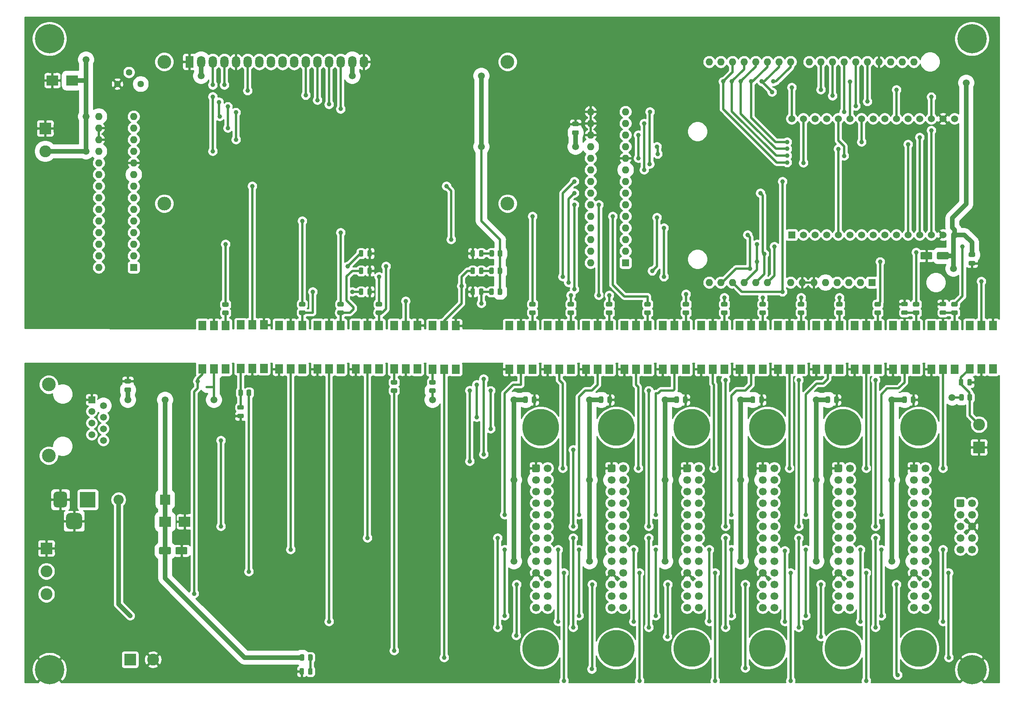
<source format=gbr>
%TF.GenerationSoftware,KiCad,Pcbnew,(5.1.8)-1*%
%TF.CreationDate,2020-12-03T12:26:07+04:00*%
%TF.ProjectId,111,3131312e-6b69-4636-9164-5f7063625858,ver 1.0*%
%TF.SameCoordinates,Original*%
%TF.FileFunction,Copper,L1,Top*%
%TF.FilePolarity,Positive*%
%FSLAX46Y46*%
G04 Gerber Fmt 4.6, Leading zero omitted, Abs format (unit mm)*
G04 Created by KiCad (PCBNEW (5.1.8)-1) date 2020-12-03 12:26:07*
%MOMM*%
%LPD*%
G01*
G04 APERTURE LIST*
%TA.AperFunction,ComponentPad*%
%ADD10C,2.600000*%
%TD*%
%TA.AperFunction,ComponentPad*%
%ADD11R,2.600000X2.600000*%
%TD*%
%TA.AperFunction,ComponentPad*%
%ADD12O,1.600000X1.600000*%
%TD*%
%TA.AperFunction,ComponentPad*%
%ADD13R,1.600000X1.600000*%
%TD*%
%TA.AperFunction,ComponentPad*%
%ADD14C,1.700000*%
%TD*%
%TA.AperFunction,ComponentPad*%
%ADD15C,1.524000*%
%TD*%
%TA.AperFunction,ComponentPad*%
%ADD16R,1.524000X1.524000*%
%TD*%
%TA.AperFunction,ComponentPad*%
%ADD17C,1.440000*%
%TD*%
%TA.AperFunction,ComponentPad*%
%ADD18C,3.000000*%
%TD*%
%TA.AperFunction,ComponentPad*%
%ADD19O,1.800000X2.600000*%
%TD*%
%TA.AperFunction,ComponentPad*%
%ADD20R,1.800000X2.600000*%
%TD*%
%TA.AperFunction,SMDPad,CuDef*%
%ADD21R,2.500000X2.300000*%
%TD*%
%TA.AperFunction,ComponentPad*%
%ADD22R,2.200000X2.200000*%
%TD*%
%TA.AperFunction,ComponentPad*%
%ADD23O,2.200000X2.200000*%
%TD*%
%TA.AperFunction,ComponentPad*%
%ADD24C,6.400000*%
%TD*%
%TA.AperFunction,ComponentPad*%
%ADD25R,3.500000X3.500000*%
%TD*%
%TA.AperFunction,ComponentPad*%
%ADD26C,1.500000*%
%TD*%
%TA.AperFunction,ComponentPad*%
%ADD27R,1.500000X1.500000*%
%TD*%
%TA.AperFunction,ComponentPad*%
%ADD28C,8.000000*%
%TD*%
%TA.AperFunction,SMDPad,CuDef*%
%ADD29R,1.780000X2.000000*%
%TD*%
%TA.AperFunction,ViaPad*%
%ADD30C,1.500000*%
%TD*%
%TA.AperFunction,ViaPad*%
%ADD31C,1.000000*%
%TD*%
%TA.AperFunction,Conductor*%
%ADD32C,1.000000*%
%TD*%
%TA.AperFunction,Conductor*%
%ADD33C,0.500000*%
%TD*%
%TA.AperFunction,Conductor*%
%ADD34C,0.254000*%
%TD*%
%TA.AperFunction,Conductor*%
%ADD35C,0.100000*%
%TD*%
G04 APERTURE END LIST*
%TO.P,C13,2*%
%TO.N,COM*%
%TA.AperFunction,SMDPad,CuDef*%
G36*
G01*
X191524000Y-92423000D02*
X191524000Y-91473000D01*
G75*
G02*
X191774000Y-91223000I250000J0D01*
G01*
X192274000Y-91223000D01*
G75*
G02*
X192524000Y-91473000I0J-250000D01*
G01*
X192524000Y-92423000D01*
G75*
G02*
X192274000Y-92673000I-250000J0D01*
G01*
X191774000Y-92673000D01*
G75*
G02*
X191524000Y-92423000I0J250000D01*
G01*
G37*
%TD.AperFunction*%
%TO.P,C13,1*%
%TO.N,DC12*%
%TA.AperFunction,SMDPad,CuDef*%
G36*
G01*
X189624000Y-92423000D02*
X189624000Y-91473000D01*
G75*
G02*
X189874000Y-91223000I250000J0D01*
G01*
X190374000Y-91223000D01*
G75*
G02*
X190624000Y-91473000I0J-250000D01*
G01*
X190624000Y-92423000D01*
G75*
G02*
X190374000Y-92673000I-250000J0D01*
G01*
X189874000Y-92673000D01*
G75*
G02*
X189624000Y-92423000I0J250000D01*
G01*
G37*
%TD.AperFunction*%
%TD*%
%TO.P,C11,2*%
%TO.N,COM*%
%TA.AperFunction,SMDPad,CuDef*%
G36*
G01*
X224666000Y-92423000D02*
X224666000Y-91473000D01*
G75*
G02*
X224916000Y-91223000I250000J0D01*
G01*
X225416000Y-91223000D01*
G75*
G02*
X225666000Y-91473000I0J-250000D01*
G01*
X225666000Y-92423000D01*
G75*
G02*
X225416000Y-92673000I-250000J0D01*
G01*
X224916000Y-92673000D01*
G75*
G02*
X224666000Y-92423000I0J250000D01*
G01*
G37*
%TD.AperFunction*%
%TO.P,C11,1*%
%TO.N,DC12*%
%TA.AperFunction,SMDPad,CuDef*%
G36*
G01*
X222766000Y-92423000D02*
X222766000Y-91473000D01*
G75*
G02*
X223016000Y-91223000I250000J0D01*
G01*
X223516000Y-91223000D01*
G75*
G02*
X223766000Y-91473000I0J-250000D01*
G01*
X223766000Y-92423000D01*
G75*
G02*
X223516000Y-92673000I-250000J0D01*
G01*
X223016000Y-92673000D01*
G75*
G02*
X222766000Y-92423000I0J250000D01*
G01*
G37*
%TD.AperFunction*%
%TD*%
%TO.P,C9,2*%
%TO.N,COM*%
%TA.AperFunction,SMDPad,CuDef*%
G36*
G01*
X158372000Y-92423000D02*
X158372000Y-91473000D01*
G75*
G02*
X158622000Y-91223000I250000J0D01*
G01*
X159122000Y-91223000D01*
G75*
G02*
X159372000Y-91473000I0J-250000D01*
G01*
X159372000Y-92423000D01*
G75*
G02*
X159122000Y-92673000I-250000J0D01*
G01*
X158622000Y-92673000D01*
G75*
G02*
X158372000Y-92423000I0J250000D01*
G01*
G37*
%TD.AperFunction*%
%TO.P,C9,1*%
%TO.N,DC12*%
%TA.AperFunction,SMDPad,CuDef*%
G36*
G01*
X156472000Y-92423000D02*
X156472000Y-91473000D01*
G75*
G02*
X156722000Y-91223000I250000J0D01*
G01*
X157222000Y-91223000D01*
G75*
G02*
X157472000Y-91473000I0J-250000D01*
G01*
X157472000Y-92423000D01*
G75*
G02*
X157222000Y-92673000I-250000J0D01*
G01*
X156722000Y-92673000D01*
G75*
G02*
X156472000Y-92423000I0J250000D01*
G01*
G37*
%TD.AperFunction*%
%TD*%
%TO.P,C18,2*%
%TO.N,Earth_Protective*%
%TA.AperFunction,SMDPad,CuDef*%
G36*
G01*
X237523000Y-61598000D02*
X238473000Y-61598000D01*
G75*
G02*
X238723000Y-61848000I0J-250000D01*
G01*
X238723000Y-62348000D01*
G75*
G02*
X238473000Y-62598000I-250000J0D01*
G01*
X237523000Y-62598000D01*
G75*
G02*
X237273000Y-62348000I0J250000D01*
G01*
X237273000Y-61848000D01*
G75*
G02*
X237523000Y-61598000I250000J0D01*
G01*
G37*
%TD.AperFunction*%
%TO.P,C18,1*%
%TO.N,5V*%
%TA.AperFunction,SMDPad,CuDef*%
G36*
G01*
X237523000Y-59698000D02*
X238473000Y-59698000D01*
G75*
G02*
X238723000Y-59948000I0J-250000D01*
G01*
X238723000Y-60448000D01*
G75*
G02*
X238473000Y-60698000I-250000J0D01*
G01*
X237523000Y-60698000D01*
G75*
G02*
X237273000Y-60448000I0J250000D01*
G01*
X237273000Y-59948000D01*
G75*
G02*
X237523000Y-59698000I250000J0D01*
G01*
G37*
%TD.AperFunction*%
%TD*%
%TO.P,C17,2*%
%TO.N,Earth_Protective*%
%TA.AperFunction,SMDPad,CuDef*%
G36*
G01*
X151859000Y-32128000D02*
X150909000Y-32128000D01*
G75*
G02*
X150659000Y-31878000I0J250000D01*
G01*
X150659000Y-31378000D01*
G75*
G02*
X150909000Y-31128000I250000J0D01*
G01*
X151859000Y-31128000D01*
G75*
G02*
X152109000Y-31378000I0J-250000D01*
G01*
X152109000Y-31878000D01*
G75*
G02*
X151859000Y-32128000I-250000J0D01*
G01*
G37*
%TD.AperFunction*%
%TO.P,C17,1*%
%TO.N,5V*%
%TA.AperFunction,SMDPad,CuDef*%
G36*
G01*
X151859000Y-34028000D02*
X150909000Y-34028000D01*
G75*
G02*
X150659000Y-33778000I0J250000D01*
G01*
X150659000Y-33278000D01*
G75*
G02*
X150909000Y-33028000I250000J0D01*
G01*
X151859000Y-33028000D01*
G75*
G02*
X152109000Y-33278000I0J-250000D01*
G01*
X152109000Y-33778000D01*
G75*
G02*
X151859000Y-34028000I-250000J0D01*
G01*
G37*
%TD.AperFunction*%
%TD*%
%TO.P,C7,2*%
%TO.N,COM*%
%TA.AperFunction,SMDPad,CuDef*%
G36*
G01*
X207902000Y-92423000D02*
X207902000Y-91473000D01*
G75*
G02*
X208152000Y-91223000I250000J0D01*
G01*
X208652000Y-91223000D01*
G75*
G02*
X208902000Y-91473000I0J-250000D01*
G01*
X208902000Y-92423000D01*
G75*
G02*
X208652000Y-92673000I-250000J0D01*
G01*
X208152000Y-92673000D01*
G75*
G02*
X207902000Y-92423000I0J250000D01*
G01*
G37*
%TD.AperFunction*%
%TO.P,C7,1*%
%TO.N,DC12*%
%TA.AperFunction,SMDPad,CuDef*%
G36*
G01*
X206002000Y-92423000D02*
X206002000Y-91473000D01*
G75*
G02*
X206252000Y-91223000I250000J0D01*
G01*
X206752000Y-91223000D01*
G75*
G02*
X207002000Y-91473000I0J-250000D01*
G01*
X207002000Y-92423000D01*
G75*
G02*
X206752000Y-92673000I-250000J0D01*
G01*
X206252000Y-92673000D01*
G75*
G02*
X206002000Y-92423000I0J250000D01*
G01*
G37*
%TD.AperFunction*%
%TD*%
%TO.P,C5,2*%
%TO.N,COM*%
%TA.AperFunction,SMDPad,CuDef*%
G36*
G01*
X54069000Y-88384000D02*
X53119000Y-88384000D01*
G75*
G02*
X52869000Y-88134000I0J250000D01*
G01*
X52869000Y-87634000D01*
G75*
G02*
X53119000Y-87384000I250000J0D01*
G01*
X54069000Y-87384000D01*
G75*
G02*
X54319000Y-87634000I0J-250000D01*
G01*
X54319000Y-88134000D01*
G75*
G02*
X54069000Y-88384000I-250000J0D01*
G01*
G37*
%TD.AperFunction*%
%TO.P,C5,1*%
%TO.N,DC12*%
%TA.AperFunction,SMDPad,CuDef*%
G36*
G01*
X54069000Y-90284000D02*
X53119000Y-90284000D01*
G75*
G02*
X52869000Y-90034000I0J250000D01*
G01*
X52869000Y-89534000D01*
G75*
G02*
X53119000Y-89284000I250000J0D01*
G01*
X54069000Y-89284000D01*
G75*
G02*
X54319000Y-89534000I0J-250000D01*
G01*
X54319000Y-90034000D01*
G75*
G02*
X54069000Y-90284000I-250000J0D01*
G01*
G37*
%TD.AperFunction*%
%TD*%
%TO.P,C3,2*%
%TO.N,COM*%
%TA.AperFunction,SMDPad,CuDef*%
G36*
G01*
X174882000Y-92423000D02*
X174882000Y-91473000D01*
G75*
G02*
X175132000Y-91223000I250000J0D01*
G01*
X175632000Y-91223000D01*
G75*
G02*
X175882000Y-91473000I0J-250000D01*
G01*
X175882000Y-92423000D01*
G75*
G02*
X175632000Y-92673000I-250000J0D01*
G01*
X175132000Y-92673000D01*
G75*
G02*
X174882000Y-92423000I0J250000D01*
G01*
G37*
%TD.AperFunction*%
%TO.P,C3,1*%
%TO.N,DC12*%
%TA.AperFunction,SMDPad,CuDef*%
G36*
G01*
X172982000Y-92423000D02*
X172982000Y-91473000D01*
G75*
G02*
X173232000Y-91223000I250000J0D01*
G01*
X173732000Y-91223000D01*
G75*
G02*
X173982000Y-91473000I0J-250000D01*
G01*
X173982000Y-92423000D01*
G75*
G02*
X173732000Y-92673000I-250000J0D01*
G01*
X173232000Y-92673000D01*
G75*
G02*
X172982000Y-92423000I0J250000D01*
G01*
G37*
%TD.AperFunction*%
%TD*%
%TO.P,C2,2*%
%TO.N,COM*%
%TA.AperFunction,SMDPad,CuDef*%
G36*
G01*
X141862000Y-92423000D02*
X141862000Y-91473000D01*
G75*
G02*
X142112000Y-91223000I250000J0D01*
G01*
X142612000Y-91223000D01*
G75*
G02*
X142862000Y-91473000I0J-250000D01*
G01*
X142862000Y-92423000D01*
G75*
G02*
X142612000Y-92673000I-250000J0D01*
G01*
X142112000Y-92673000D01*
G75*
G02*
X141862000Y-92423000I0J250000D01*
G01*
G37*
%TD.AperFunction*%
%TO.P,C2,1*%
%TO.N,DC12*%
%TA.AperFunction,SMDPad,CuDef*%
G36*
G01*
X139962000Y-92423000D02*
X139962000Y-91473000D01*
G75*
G02*
X140212000Y-91223000I250000J0D01*
G01*
X140712000Y-91223000D01*
G75*
G02*
X140962000Y-91473000I0J-250000D01*
G01*
X140962000Y-92423000D01*
G75*
G02*
X140712000Y-92673000I-250000J0D01*
G01*
X140212000Y-92673000D01*
G75*
G02*
X139962000Y-92423000I0J250000D01*
G01*
G37*
%TD.AperFunction*%
%TD*%
D10*
%TO.P,\u002AJ3,2*%
%TO.N,5V*%
X35560000Y-37592000D03*
D11*
%TO.P,\u002AJ3,1*%
%TO.N,Earth_Protective*%
X35560000Y-32592000D03*
%TD*%
D12*
%TO.P,\u002AXA1,16*%
%TO.N,N/C*%
X183134000Y-18034000D03*
%TO.P,\u002AXA1,15*%
X180594000Y-18034000D03*
%TO.P,\u002AXA1,30*%
X220214000Y-18034000D03*
%TO.P,\u002AXA1,14*%
%TO.N,/DirM3*%
X180594000Y-66294000D03*
%TO.P,\u002AXA1,29*%
%TO.N,Earth_Protective*%
X217674000Y-18034000D03*
%TO.P,\u002AXA1,13*%
%TO.N,/StepM3*%
X183134000Y-66294000D03*
%TO.P,\u002AXA1,28*%
%TO.N,SCK*%
X215134000Y-18034000D03*
%TO.P,\u002AXA1,12*%
%TO.N,/DirM2*%
X185674000Y-66294000D03*
%TO.P,\u002AXA1,27*%
%TO.N,SO*%
X212594000Y-18034000D03*
%TO.P,\u002AXA1,11*%
%TO.N,/StepM2*%
X188214000Y-66294000D03*
%TO.P,\u002AXA1,26*%
%TO.N,SI*%
X210054000Y-18034000D03*
%TO.P,\u002AXA1,10*%
%TO.N,/DirM1*%
X190754000Y-66294000D03*
%TO.P,\u002AXA1,25*%
%TO.N,CS0*%
X207514000Y-18034000D03*
%TO.P,\u002AXA1,9*%
%TO.N,/StepM1*%
X193294000Y-66294000D03*
%TO.P,\u002AXA1,24*%
%TO.N,CSigIn1M1*%
X204974000Y-18034000D03*
%TO.P,\u002AXA1,8*%
%TO.N,N/C*%
X198374000Y-66294000D03*
%TO.P,\u002AXA1,23*%
X202434000Y-18034000D03*
%TO.P,\u002AXA1,7*%
%TO.N,Earth_Protective*%
X200914000Y-66294000D03*
%TO.P,\u002AXA1,22*%
%TO.N,LCDD7*%
X198374000Y-18034000D03*
%TO.P,\u002AXA1,6*%
%TO.N,Earth_Protective*%
X203454000Y-66294000D03*
%TO.P,\u002AXA1,21*%
%TO.N,LCDD6*%
X195834000Y-18034000D03*
%TO.P,\u002AXA1,5*%
%TO.N,5V*%
X205994000Y-66294000D03*
%TO.P,\u002AXA1,20*%
%TO.N,LCDD5*%
X193294000Y-18034000D03*
%TO.P,\u002AXA1,4*%
%TO.N,N/C*%
X208534000Y-66294000D03*
%TO.P,\u002AXA1,19*%
%TO.N,LCDD4*%
X190754000Y-18034000D03*
%TO.P,\u002AXA1,3*%
%TO.N,N/C*%
X211074000Y-66294000D03*
%TO.P,\u002AXA1,18*%
%TO.N,LCDD3*%
X188214000Y-18034000D03*
%TO.P,\u002AXA1,2*%
%TO.N,N/C*%
X213614000Y-66294000D03*
%TO.P,\u002AXA1,17*%
%TO.N,LCDD2*%
X185674000Y-18034000D03*
D13*
%TO.P,\u002AXA1,1*%
%TO.N,N/C*%
X216154000Y-66294000D03*
D12*
%TO.P,\u002AXA1,31*%
X222754000Y-18034000D03*
%TO.P,\u002AXA1,32*%
X225294000Y-18034000D03*
%TD*%
%TO.P,U3,28*%
%TO.N,BTN1IN*%
X154686000Y-61976000D03*
%TO.P,U3,14*%
%TO.N,SO*%
X162306000Y-28956000D03*
%TO.P,U3,27*%
%TO.N,N/C*%
X154686000Y-59436000D03*
%TO.P,U3,13*%
%TO.N,SI*%
X162306000Y-31496000D03*
%TO.P,U3,26*%
%TO.N,Net-(JP3-Pad1)*%
X154686000Y-56896000D03*
%TO.P,U3,12*%
%TO.N,SCK*%
X162306000Y-34036000D03*
%TO.P,U3,25*%
%TO.N,Net-(JP2-Pad1)*%
X154686000Y-54356000D03*
%TO.P,U3,11*%
%TO.N,CS0*%
X162306000Y-36576000D03*
%TO.P,U3,24*%
%TO.N,/DirM6*%
X154686000Y-51816000D03*
%TO.P,U3,10*%
%TO.N,Earth_Protective*%
X162306000Y-39116000D03*
%TO.P,U3,23*%
%TO.N,/DirM5*%
X154686000Y-49276000D03*
%TO.P,U3,9*%
%TO.N,5V*%
X162306000Y-41656000D03*
%TO.P,U3,22*%
%TO.N,/DirM4*%
X154686000Y-46736000D03*
%TO.P,U3,8*%
%TO.N,/DirM2*%
X162306000Y-44196000D03*
%TO.P,U3,21*%
%TO.N,/DirM3*%
X154686000Y-44196000D03*
%TO.P,U3,7*%
%TO.N,/DirM1*%
X162306000Y-46736000D03*
%TO.P,U3,20*%
%TO.N,N/C*%
X154686000Y-41656000D03*
%TO.P,U3,6*%
%TO.N,/StepM6*%
X162306000Y-49276000D03*
%TO.P,U3,19*%
%TO.N,N/C*%
X154686000Y-39116000D03*
%TO.P,U3,5*%
%TO.N,/StepM5*%
X162306000Y-51816000D03*
%TO.P,U3,18*%
%TO.N,5V*%
X154686000Y-36576000D03*
%TO.P,U3,4*%
%TO.N,/StepM4*%
X162306000Y-54356000D03*
%TO.P,U3,17*%
%TO.N,Earth_Protective*%
X154686000Y-34036000D03*
%TO.P,U3,3*%
%TO.N,/StepM3*%
X162306000Y-56896000D03*
%TO.P,U3,16*%
%TO.N,Earth_Protective*%
X154686000Y-31496000D03*
%TO.P,U3,2*%
%TO.N,/StepM2*%
X162306000Y-59436000D03*
%TO.P,U3,15*%
%TO.N,Earth_Protective*%
X154686000Y-28956000D03*
D13*
%TO.P,U3,1*%
%TO.N,/StepM1*%
X162306000Y-61976000D03*
%TD*%
%TO.P,J7,1*%
%TO.N,Net-(J4-Pad8)*%
%TA.AperFunction,ComponentPad*%
G36*
G01*
X234608000Y-115154000D02*
X234608000Y-113954000D01*
G75*
G02*
X234858000Y-113704000I250000J0D01*
G01*
X236058000Y-113704000D01*
G75*
G02*
X236308000Y-113954000I0J-250000D01*
G01*
X236308000Y-115154000D01*
G75*
G02*
X236058000Y-115404000I-250000J0D01*
G01*
X234858000Y-115404000D01*
G75*
G02*
X234608000Y-115154000I0J250000D01*
G01*
G37*
%TD.AperFunction*%
D14*
%TO.P,J7,3*%
%TO.N,Net-(J4-Pad10)*%
X235458000Y-117094000D03*
%TO.P,J7,5*%
%TO.N,Net-(J4-Pad12)*%
X235458000Y-119634000D03*
%TO.P,J7,7*%
%TO.N,Net-(J4-Pad14)*%
X235458000Y-122174000D03*
%TO.P,J7,9*%
%TO.N,Net-(J4-Pad18)*%
X235458000Y-124714000D03*
%TO.P,J7,2*%
%TO.N,Net-(J4-Pad6)*%
X237998000Y-114554000D03*
%TO.P,J7,4*%
%TO.N,Net-(J4-Pad4)*%
X237998000Y-117094000D03*
%TO.P,J7,6*%
%TO.N,COM*%
X237998000Y-119634000D03*
%TO.P,J7,8*%
%TO.N,Net-(J4-Pad25)*%
X237998000Y-122174000D03*
%TO.P,J7,10*%
%TO.N,Net-(J4-Pad24)*%
X237998000Y-124714000D03*
%TD*%
D12*
%TO.P,\u002AU3,28*%
%TO.N,N/C*%
X47244000Y-62992000D03*
%TO.P,\u002AU3,14*%
%TO.N,SO*%
X54864000Y-29972000D03*
%TO.P,\u002AU3,27*%
%TO.N,N/C*%
X47244000Y-60452000D03*
%TO.P,\u002AU3,13*%
%TO.N,SI*%
X54864000Y-32512000D03*
%TO.P,\u002AU3,26*%
%TO.N,N/C*%
X47244000Y-57912000D03*
%TO.P,\u002AU3,12*%
%TO.N,SCK*%
X54864000Y-35052000D03*
%TO.P,\u002AU3,25*%
%TO.N,N/C*%
X47244000Y-55372000D03*
%TO.P,\u002AU3,11*%
%TO.N,CSigIn1M1*%
X54864000Y-37592000D03*
%TO.P,\u002AU3,24*%
%TO.N,N/C*%
X47244000Y-52832000D03*
%TO.P,\u002AU3,10*%
%TO.N,Earth_Protective*%
X54864000Y-40132000D03*
%TO.P,\u002AU3,23*%
%TO.N,N/C*%
X47244000Y-50292000D03*
%TO.P,\u002AU3,9*%
%TO.N,5V*%
X54864000Y-42672000D03*
%TO.P,\u002AU3,22*%
%TO.N,NotSigOut1IN*%
X47244000Y-47752000D03*
%TO.P,\u002AU3,8*%
%TO.N,PanelIN*%
X54864000Y-45212000D03*
%TO.P,\u002AU3,21*%
%TO.N,SigOut2IN*%
X47244000Y-45212000D03*
%TO.P,\u002AU3,7*%
%TO.N,N/C*%
X54864000Y-47752000D03*
%TO.P,\u002AU3,20*%
X47244000Y-42672000D03*
%TO.P,\u002AU3,6*%
X54864000Y-50292000D03*
%TO.P,\u002AU3,19*%
X47244000Y-40132000D03*
%TO.P,\u002AU3,5*%
%TO.N,PanelLED*%
X54864000Y-52832000D03*
%TO.P,\u002AU3,18*%
%TO.N,5V*%
X47244000Y-37592000D03*
%TO.P,\u002AU3,4*%
%TO.N,#SigIn4*%
X54864000Y-55372000D03*
%TO.P,\u002AU3,17*%
%TO.N,Earth_Protective*%
X47244000Y-35052000D03*
%TO.P,\u002AU3,3*%
%TO.N,#SigIn3*%
X54864000Y-57912000D03*
%TO.P,\u002AU3,16*%
%TO.N,Earth_Protective*%
X47244000Y-32512000D03*
%TO.P,\u002AU3,2*%
%TO.N,N/C*%
X54864000Y-60452000D03*
%TO.P,\u002AU3,15*%
%TO.N,5V*%
X47244000Y-29972000D03*
D13*
%TO.P,\u002AU3,1*%
%TO.N,#SigIn2*%
X54864000Y-62992000D03*
%TD*%
D15*
%TO.P,U1,30*%
%TO.N,LCDD6*%
X198628000Y-30480000D03*
%TO.P,U1,29*%
%TO.N,LCDD2*%
X201168000Y-30480000D03*
%TO.P,U1,28*%
%TO.N,N/C*%
X203708000Y-30480000D03*
%TO.P,U1,27*%
X206248000Y-30480000D03*
%TO.P,U1,26*%
%TO.N,LCDD3*%
X208788000Y-30480000D03*
%TO.P,U1,25*%
%TO.N,LCDD7*%
X211328000Y-30480000D03*
%TO.P,U1,24*%
%TO.N,LCDD5*%
X213868000Y-30480000D03*
%TO.P,U1,23*%
%TO.N,N/C*%
X216408000Y-30480000D03*
%TO.P,U1,22*%
X218948000Y-30480000D03*
%TO.P,U1,21*%
%TO.N,CSigIn1M1*%
X221488000Y-30480000D03*
%TO.P,U1,20*%
%TO.N,N/C*%
X224028000Y-30480000D03*
%TO.P,U1,19*%
X226568000Y-30480000D03*
%TO.P,U1,18*%
%TO.N,CS0*%
X229108000Y-30480000D03*
%TO.P,U1,17*%
%TO.N,Earth_Protective*%
X231648000Y-30480000D03*
%TO.P,U1,16*%
%TO.N,N/C*%
X234188000Y-30480000D03*
%TO.P,U1,15*%
%TO.N,5V*%
X234188000Y-55880000D03*
%TO.P,U1,14*%
%TO.N,Earth_Protective*%
X231648000Y-55880000D03*
%TO.P,U1,13*%
%TO.N,SI*%
X229108000Y-55880000D03*
%TO.P,U1,12*%
%TO.N,SO*%
X226568000Y-55880000D03*
%TO.P,U1,11*%
%TO.N,SCK*%
X224028000Y-55880000D03*
%TO.P,U1,10*%
%TO.N,N/C*%
X221488000Y-55880000D03*
%TO.P,U1,9*%
X218948000Y-55880000D03*
%TO.P,U1,8*%
X216408000Y-55880000D03*
%TO.P,U1,7*%
X213868000Y-55880000D03*
%TO.P,U1,6*%
X211328000Y-55880000D03*
%TO.P,U1,5*%
%TO.N,LCDD4*%
X208788000Y-55880000D03*
%TO.P,U1,4*%
%TO.N,N/C*%
X206248000Y-55880000D03*
%TO.P,U1,3*%
X203708000Y-55880000D03*
%TO.P,U1,2*%
X201168000Y-55880000D03*
D16*
%TO.P,U1,1*%
X198628000Y-55880000D03*
%TD*%
D17*
%TO.P,RV1,1*%
%TO.N,Earth_Protective*%
X51308000Y-22860000D03*
%TO.P,RV1,2*%
%TO.N,Net-(DS1-Pad3)*%
X53848000Y-20320000D03*
%TO.P,RV1,3*%
%TO.N,5V*%
X56388000Y-22860000D03*
%TD*%
D18*
%TO.P,DS1,*%
%TO.N,*%
X136556000Y-18034000D03*
X136555480Y-49034700D03*
X61556900Y-49034700D03*
X61556900Y-18034000D03*
D19*
%TO.P,DS1,16*%
%TO.N,Earth_Protective*%
X105156000Y-18034000D03*
%TO.P,DS1,15*%
%TO.N,5V*%
X102616000Y-18034000D03*
%TO.P,DS1,14*%
%TO.N,LCDD7*%
X100076000Y-18034000D03*
%TO.P,DS1,13*%
%TO.N,LCDD6*%
X97536000Y-18034000D03*
%TO.P,DS1,12*%
%TO.N,LCDD5*%
X94996000Y-18034000D03*
%TO.P,DS1,11*%
%TO.N,LCDD4*%
X92456000Y-18034000D03*
%TO.P,DS1,10*%
%TO.N,N/C*%
X89916000Y-18034000D03*
%TO.P,DS1,9*%
X87376000Y-18034000D03*
%TO.P,DS1,8*%
X84836000Y-18034000D03*
%TO.P,DS1,7*%
X82296000Y-18034000D03*
%TO.P,DS1,6*%
%TO.N,LCDD3*%
X79756000Y-18034000D03*
%TO.P,DS1,5*%
%TO.N,Earth_Protective*%
X77216000Y-18034000D03*
%TO.P,DS1,4*%
%TO.N,LCDD2*%
X74676000Y-18034000D03*
%TO.P,DS1,3*%
%TO.N,Net-(DS1-Pad3)*%
X72136000Y-18034000D03*
%TO.P,DS1,2*%
%TO.N,5V*%
X69596000Y-18034000D03*
D20*
%TO.P,DS1,1*%
%TO.N,Earth_Protective*%
X67056000Y-18034000D03*
%TD*%
%TO.P,C15,2*%
%TO.N,Earth_Protective*%
%TA.AperFunction,SMDPad,CuDef*%
G36*
G01*
X229348000Y-59902000D02*
X229348000Y-61002000D01*
G75*
G02*
X229098000Y-61252000I-250000J0D01*
G01*
X226998000Y-61252000D01*
G75*
G02*
X226748000Y-61002000I0J250000D01*
G01*
X226748000Y-59902000D01*
G75*
G02*
X226998000Y-59652000I250000J0D01*
G01*
X229098000Y-59652000D01*
G75*
G02*
X229348000Y-59902000I0J-250000D01*
G01*
G37*
%TD.AperFunction*%
%TO.P,C15,1*%
%TO.N,5V*%
%TA.AperFunction,SMDPad,CuDef*%
G36*
G01*
X232948000Y-59902000D02*
X232948000Y-61002000D01*
G75*
G02*
X232698000Y-61252000I-250000J0D01*
G01*
X230598000Y-61252000D01*
G75*
G02*
X230348000Y-61002000I0J250000D01*
G01*
X230348000Y-59902000D01*
G75*
G02*
X230598000Y-59652000I250000J0D01*
G01*
X232698000Y-59652000D01*
G75*
G02*
X232948000Y-59902000I0J-250000D01*
G01*
G37*
%TD.AperFunction*%
%TD*%
%TO.P,C1,1*%
%TO.N,DC12*%
%TA.AperFunction,SMDPad,CuDef*%
G36*
G01*
X60422000Y-125518000D02*
X60422000Y-124418000D01*
G75*
G02*
X60672000Y-124168000I250000J0D01*
G01*
X62772000Y-124168000D01*
G75*
G02*
X63022000Y-124418000I0J-250000D01*
G01*
X63022000Y-125518000D01*
G75*
G02*
X62772000Y-125768000I-250000J0D01*
G01*
X60672000Y-125768000D01*
G75*
G02*
X60422000Y-125518000I0J250000D01*
G01*
G37*
%TD.AperFunction*%
%TO.P,C1,2*%
%TO.N,COM*%
%TA.AperFunction,SMDPad,CuDef*%
G36*
G01*
X64022000Y-125518000D02*
X64022000Y-124418000D01*
G75*
G02*
X64272000Y-124168000I250000J0D01*
G01*
X66372000Y-124168000D01*
G75*
G02*
X66622000Y-124418000I0J-250000D01*
G01*
X66622000Y-125518000D01*
G75*
G02*
X66372000Y-125768000I-250000J0D01*
G01*
X64272000Y-125768000D01*
G75*
G02*
X64022000Y-125518000I0J250000D01*
G01*
G37*
%TD.AperFunction*%
%TD*%
%TO.P,D4,2*%
%TO.N,Net-(D4-Pad2)*%
%TA.AperFunction,SMDPad,CuDef*%
G36*
G01*
X130322500Y-60400250D02*
X130322500Y-59487750D01*
G75*
G02*
X130566250Y-59244000I243750J0D01*
G01*
X131053750Y-59244000D01*
G75*
G02*
X131297500Y-59487750I0J-243750D01*
G01*
X131297500Y-60400250D01*
G75*
G02*
X131053750Y-60644000I-243750J0D01*
G01*
X130566250Y-60644000D01*
G75*
G02*
X130322500Y-60400250I0J243750D01*
G01*
G37*
%TD.AperFunction*%
%TO.P,D4,1*%
%TO.N,Earth_Protective*%
%TA.AperFunction,SMDPad,CuDef*%
G36*
G01*
X128447500Y-60400250D02*
X128447500Y-59487750D01*
G75*
G02*
X128691250Y-59244000I243750J0D01*
G01*
X129178750Y-59244000D01*
G75*
G02*
X129422500Y-59487750I0J-243750D01*
G01*
X129422500Y-60400250D01*
G75*
G02*
X129178750Y-60644000I-243750J0D01*
G01*
X128691250Y-60644000D01*
G75*
G02*
X128447500Y-60400250I0J243750D01*
G01*
G37*
%TD.AperFunction*%
%TD*%
D21*
%TO.P,\u002AD4,1*%
%TO.N,5V*%
X41402000Y-22098000D03*
%TO.P,\u002AD4,2*%
%TO.N,Earth_Protective*%
X37102000Y-22098000D03*
%TD*%
%TO.P,\u002AD1,1*%
%TO.N,COM*%
%TA.AperFunction,SMDPad,CuDef*%
G36*
G01*
X237977500Y-87681750D02*
X237977500Y-88594250D01*
G75*
G02*
X237733750Y-88838000I-243750J0D01*
G01*
X237246250Y-88838000D01*
G75*
G02*
X237002500Y-88594250I0J243750D01*
G01*
X237002500Y-87681750D01*
G75*
G02*
X237246250Y-87438000I243750J0D01*
G01*
X237733750Y-87438000D01*
G75*
G02*
X237977500Y-87681750I0J-243750D01*
G01*
G37*
%TD.AperFunction*%
%TO.P,\u002AD1,2*%
%TO.N,Net-(\u002AD1-Pad2)*%
%TA.AperFunction,SMDPad,CuDef*%
G36*
G01*
X236102500Y-87681750D02*
X236102500Y-88594250D01*
G75*
G02*
X235858750Y-88838000I-243750J0D01*
G01*
X235371250Y-88838000D01*
G75*
G02*
X235127500Y-88594250I0J243750D01*
G01*
X235127500Y-87681750D01*
G75*
G02*
X235371250Y-87438000I243750J0D01*
G01*
X235858750Y-87438000D01*
G75*
G02*
X236102500Y-87681750I0J-243750D01*
G01*
G37*
%TD.AperFunction*%
%TD*%
%TO.P,D1,2*%
%TO.N,Net-(D1-Pad2)*%
%TA.AperFunction,SMDPad,CuDef*%
G36*
G01*
X78688250Y-94116500D02*
X77775750Y-94116500D01*
G75*
G02*
X77532000Y-93872750I0J243750D01*
G01*
X77532000Y-93385250D01*
G75*
G02*
X77775750Y-93141500I243750J0D01*
G01*
X78688250Y-93141500D01*
G75*
G02*
X78932000Y-93385250I0J-243750D01*
G01*
X78932000Y-93872750D01*
G75*
G02*
X78688250Y-94116500I-243750J0D01*
G01*
G37*
%TD.AperFunction*%
%TO.P,D1,1*%
%TO.N,COM*%
%TA.AperFunction,SMDPad,CuDef*%
G36*
G01*
X78688250Y-95991500D02*
X77775750Y-95991500D01*
G75*
G02*
X77532000Y-95747750I0J243750D01*
G01*
X77532000Y-95260250D01*
G75*
G02*
X77775750Y-95016500I243750J0D01*
G01*
X78688250Y-95016500D01*
G75*
G02*
X78932000Y-95260250I0J-243750D01*
G01*
X78932000Y-95747750D01*
G75*
G02*
X78688250Y-95991500I-243750J0D01*
G01*
G37*
%TD.AperFunction*%
%TD*%
%TO.P,\u002AD3,1*%
%TO.N,Earth_Protective*%
%TA.AperFunction,SMDPad,CuDef*%
G36*
G01*
X128447500Y-68782250D02*
X128447500Y-67869750D01*
G75*
G02*
X128691250Y-67626000I243750J0D01*
G01*
X129178750Y-67626000D01*
G75*
G02*
X129422500Y-67869750I0J-243750D01*
G01*
X129422500Y-68782250D01*
G75*
G02*
X129178750Y-69026000I-243750J0D01*
G01*
X128691250Y-69026000D01*
G75*
G02*
X128447500Y-68782250I0J243750D01*
G01*
G37*
%TD.AperFunction*%
%TO.P,\u002AD3,2*%
%TO.N,NotSigOut1IN*%
%TA.AperFunction,SMDPad,CuDef*%
G36*
G01*
X130322500Y-68782250D02*
X130322500Y-67869750D01*
G75*
G02*
X130566250Y-67626000I243750J0D01*
G01*
X131053750Y-67626000D01*
G75*
G02*
X131297500Y-67869750I0J-243750D01*
G01*
X131297500Y-68782250D01*
G75*
G02*
X131053750Y-69026000I-243750J0D01*
G01*
X130566250Y-69026000D01*
G75*
G02*
X130322500Y-68782250I0J243750D01*
G01*
G37*
%TD.AperFunction*%
%TD*%
D22*
%TO.P,D2,1*%
%TO.N,DC12*%
X61722000Y-113792000D03*
D23*
%TO.P,D2,2*%
%TO.N,Net-(\u002AJ2-Pad1)*%
X51562000Y-113792000D03*
%TD*%
D21*
%TO.P,\u002AD2,2*%
%TO.N,COM*%
X66022000Y-118618000D03*
%TO.P,\u002AD2,1*%
%TO.N,DC12*%
X61722000Y-118618000D03*
%TD*%
%TO.P,D3,2*%
%TO.N,Net-(D3-Pad2)*%
%TA.AperFunction,SMDPad,CuDef*%
G36*
G01*
X92984500Y-151840250D02*
X92984500Y-150927750D01*
G75*
G02*
X93228250Y-150684000I243750J0D01*
G01*
X93715750Y-150684000D01*
G75*
G02*
X93959500Y-150927750I0J-243750D01*
G01*
X93959500Y-151840250D01*
G75*
G02*
X93715750Y-152084000I-243750J0D01*
G01*
X93228250Y-152084000D01*
G75*
G02*
X92984500Y-151840250I0J243750D01*
G01*
G37*
%TD.AperFunction*%
%TO.P,D3,1*%
%TO.N,COM*%
%TA.AperFunction,SMDPad,CuDef*%
G36*
G01*
X91109500Y-151840250D02*
X91109500Y-150927750D01*
G75*
G02*
X91353250Y-150684000I243750J0D01*
G01*
X91840750Y-150684000D01*
G75*
G02*
X92084500Y-150927750I0J-243750D01*
G01*
X92084500Y-151840250D01*
G75*
G02*
X91840750Y-152084000I-243750J0D01*
G01*
X91353250Y-152084000D01*
G75*
G02*
X91109500Y-151840250I0J243750D01*
G01*
G37*
%TD.AperFunction*%
%TD*%
%TO.P,D5,2*%
%TO.N,Net-(D5-Pad2)*%
%TA.AperFunction,SMDPad,CuDef*%
G36*
G01*
X222809750Y-72410500D02*
X223722250Y-72410500D01*
G75*
G02*
X223966000Y-72654250I0J-243750D01*
G01*
X223966000Y-73141750D01*
G75*
G02*
X223722250Y-73385500I-243750J0D01*
G01*
X222809750Y-73385500D01*
G75*
G02*
X222566000Y-73141750I0J243750D01*
G01*
X222566000Y-72654250D01*
G75*
G02*
X222809750Y-72410500I243750J0D01*
G01*
G37*
%TD.AperFunction*%
%TO.P,D5,1*%
%TO.N,Earth_Protective*%
%TA.AperFunction,SMDPad,CuDef*%
G36*
G01*
X222809750Y-70535500D02*
X223722250Y-70535500D01*
G75*
G02*
X223966000Y-70779250I0J-243750D01*
G01*
X223966000Y-71266750D01*
G75*
G02*
X223722250Y-71510500I-243750J0D01*
G01*
X222809750Y-71510500D01*
G75*
G02*
X222566000Y-71266750I0J243750D01*
G01*
X222566000Y-70779250D01*
G75*
G02*
X222809750Y-70535500I243750J0D01*
G01*
G37*
%TD.AperFunction*%
%TD*%
%TO.P,\u002AD11,2*%
%TO.N,Net-(\u002AD11-Pad2)*%
%TA.AperFunction,SMDPad,CuDef*%
G36*
G01*
X130322500Y-64210250D02*
X130322500Y-63297750D01*
G75*
G02*
X130566250Y-63054000I243750J0D01*
G01*
X131053750Y-63054000D01*
G75*
G02*
X131297500Y-63297750I0J-243750D01*
G01*
X131297500Y-64210250D01*
G75*
G02*
X131053750Y-64454000I-243750J0D01*
G01*
X130566250Y-64454000D01*
G75*
G02*
X130322500Y-64210250I0J243750D01*
G01*
G37*
%TD.AperFunction*%
%TO.P,\u002AD11,1*%
%TO.N,SigOut2IN*%
%TA.AperFunction,SMDPad,CuDef*%
G36*
G01*
X128447500Y-64210250D02*
X128447500Y-63297750D01*
G75*
G02*
X128691250Y-63054000I243750J0D01*
G01*
X129178750Y-63054000D01*
G75*
G02*
X129422500Y-63297750I0J-243750D01*
G01*
X129422500Y-64210250D01*
G75*
G02*
X129178750Y-64454000I-243750J0D01*
G01*
X128691250Y-64454000D01*
G75*
G02*
X128447500Y-64210250I0J243750D01*
G01*
G37*
%TD.AperFunction*%
%TD*%
%TO.P,\u002AD8,1*%
%TO.N,Earth_Protective*%
%TA.AperFunction,SMDPad,CuDef*%
G36*
G01*
X106913500Y-59487750D02*
X106913500Y-60400250D01*
G75*
G02*
X106669750Y-60644000I-243750J0D01*
G01*
X106182250Y-60644000D01*
G75*
G02*
X105938500Y-60400250I0J243750D01*
G01*
X105938500Y-59487750D01*
G75*
G02*
X106182250Y-59244000I243750J0D01*
G01*
X106669750Y-59244000D01*
G75*
G02*
X106913500Y-59487750I0J-243750D01*
G01*
G37*
%TD.AperFunction*%
%TO.P,\u002AD8,2*%
%TO.N,Net-(\u002AD8-Pad2)*%
%TA.AperFunction,SMDPad,CuDef*%
G36*
G01*
X105038500Y-59487750D02*
X105038500Y-60400250D01*
G75*
G02*
X104794750Y-60644000I-243750J0D01*
G01*
X104307250Y-60644000D01*
G75*
G02*
X104063500Y-60400250I0J243750D01*
G01*
X104063500Y-59487750D01*
G75*
G02*
X104307250Y-59244000I243750J0D01*
G01*
X104794750Y-59244000D01*
G75*
G02*
X105038500Y-59487750I0J-243750D01*
G01*
G37*
%TD.AperFunction*%
%TD*%
%TO.P,\u002AD9,2*%
%TO.N,Net-(\u002AD9-Pad2)*%
%TA.AperFunction,SMDPad,CuDef*%
G36*
G01*
X105038500Y-63297750D02*
X105038500Y-64210250D01*
G75*
G02*
X104794750Y-64454000I-243750J0D01*
G01*
X104307250Y-64454000D01*
G75*
G02*
X104063500Y-64210250I0J243750D01*
G01*
X104063500Y-63297750D01*
G75*
G02*
X104307250Y-63054000I243750J0D01*
G01*
X104794750Y-63054000D01*
G75*
G02*
X105038500Y-63297750I0J-243750D01*
G01*
G37*
%TD.AperFunction*%
%TO.P,\u002AD9,1*%
%TO.N,Earth_Protective*%
%TA.AperFunction,SMDPad,CuDef*%
G36*
G01*
X106913500Y-63297750D02*
X106913500Y-64210250D01*
G75*
G02*
X106669750Y-64454000I-243750J0D01*
G01*
X106182250Y-64454000D01*
G75*
G02*
X105938500Y-64210250I0J243750D01*
G01*
X105938500Y-63297750D01*
G75*
G02*
X106182250Y-63054000I243750J0D01*
G01*
X106669750Y-63054000D01*
G75*
G02*
X106913500Y-63297750I0J-243750D01*
G01*
G37*
%TD.AperFunction*%
%TD*%
%TO.P,\u002AD10,2*%
%TO.N,Net-(\u002AD10-Pad2)*%
%TA.AperFunction,SMDPad,CuDef*%
G36*
G01*
X105038500Y-67869750D02*
X105038500Y-68782250D01*
G75*
G02*
X104794750Y-69026000I-243750J0D01*
G01*
X104307250Y-69026000D01*
G75*
G02*
X104063500Y-68782250I0J243750D01*
G01*
X104063500Y-67869750D01*
G75*
G02*
X104307250Y-67626000I243750J0D01*
G01*
X104794750Y-67626000D01*
G75*
G02*
X105038500Y-67869750I0J-243750D01*
G01*
G37*
%TD.AperFunction*%
%TO.P,\u002AD10,1*%
%TO.N,Earth_Protective*%
%TA.AperFunction,SMDPad,CuDef*%
G36*
G01*
X106913500Y-67869750D02*
X106913500Y-68782250D01*
G75*
G02*
X106669750Y-69026000I-243750J0D01*
G01*
X106182250Y-69026000D01*
G75*
G02*
X105938500Y-68782250I0J243750D01*
G01*
X105938500Y-67869750D01*
G75*
G02*
X106182250Y-67626000I243750J0D01*
G01*
X106669750Y-67626000D01*
G75*
G02*
X106913500Y-67869750I0J-243750D01*
G01*
G37*
%TD.AperFunction*%
%TD*%
%TO.P,D6,1*%
%TO.N,Earth_Protective*%
%TA.AperFunction,SMDPad,CuDef*%
G36*
G01*
X231191750Y-70535500D02*
X232104250Y-70535500D01*
G75*
G02*
X232348000Y-70779250I0J-243750D01*
G01*
X232348000Y-71266750D01*
G75*
G02*
X232104250Y-71510500I-243750J0D01*
G01*
X231191750Y-71510500D01*
G75*
G02*
X230948000Y-71266750I0J243750D01*
G01*
X230948000Y-70779250D01*
G75*
G02*
X231191750Y-70535500I243750J0D01*
G01*
G37*
%TD.AperFunction*%
%TO.P,D6,2*%
%TO.N,Net-(D6-Pad2)*%
%TA.AperFunction,SMDPad,CuDef*%
G36*
G01*
X231191750Y-72410500D02*
X232104250Y-72410500D01*
G75*
G02*
X232348000Y-72654250I0J-243750D01*
G01*
X232348000Y-73141750D01*
G75*
G02*
X232104250Y-73385500I-243750J0D01*
G01*
X231191750Y-73385500D01*
G75*
G02*
X230948000Y-73141750I0J243750D01*
G01*
X230948000Y-72654250D01*
G75*
G02*
X231191750Y-72410500I243750J0D01*
G01*
G37*
%TD.AperFunction*%
%TD*%
D24*
%TO.P,H1,1*%
%TO.N,N/C*%
X238000000Y-13000000D03*
%TD*%
%TO.P,H2,1*%
%TO.N,N/C*%
X36500000Y-13000000D03*
%TD*%
%TO.P,H3,1*%
%TO.N,COM*%
X238000000Y-151000000D03*
%TD*%
%TO.P,H4,1*%
%TO.N,COM*%
X36500000Y-151000000D03*
%TD*%
D10*
%TO.P,\u002AJ1,2*%
%TO.N,Net-(\u002AD1-Pad2)*%
X239522000Y-97362000D03*
D11*
%TO.P,\u002AJ1,1*%
%TO.N,COM*%
X239522000Y-102362000D03*
%TD*%
%TO.P,J1,1*%
%TO.N,COM*%
X35814000Y-124460000D03*
D10*
%TO.P,J1,2*%
%TO.N,Net-(J1-Pad2)*%
X35814000Y-129460000D03*
%TO.P,J1,3*%
%TO.N,Net-(\u002AU1-Pad4)*%
X35814000Y-134460000D03*
%TD*%
D11*
%TO.P,\u002AJ2,1*%
%TO.N,Net-(\u002AJ2-Pad1)*%
X54102000Y-148793200D03*
D10*
%TO.P,\u002AJ2,2*%
%TO.N,COM*%
X59102000Y-148793200D03*
%TD*%
D25*
%TO.P,J2,1*%
%TO.N,Net-(\u002AJ2-Pad1)*%
X44862000Y-113792000D03*
%TO.P,J2,2*%
%TO.N,COM*%
%TA.AperFunction,ComponentPad*%
G36*
G01*
X37362000Y-114792000D02*
X37362000Y-112792000D01*
G75*
G02*
X38112000Y-112042000I750000J0D01*
G01*
X39612000Y-112042000D01*
G75*
G02*
X40362000Y-112792000I0J-750000D01*
G01*
X40362000Y-114792000D01*
G75*
G02*
X39612000Y-115542000I-750000J0D01*
G01*
X38112000Y-115542000D01*
G75*
G02*
X37362000Y-114792000I0J750000D01*
G01*
G37*
%TD.AperFunction*%
%TO.P,J2,3*%
%TA.AperFunction,ComponentPad*%
G36*
G01*
X40112000Y-119367000D02*
X40112000Y-117617000D01*
G75*
G02*
X40987000Y-116742000I875000J0D01*
G01*
X42737000Y-116742000D01*
G75*
G02*
X43612000Y-117617000I0J-875000D01*
G01*
X43612000Y-119367000D01*
G75*
G02*
X42737000Y-120242000I-875000J0D01*
G01*
X40987000Y-120242000D01*
G75*
G02*
X40112000Y-119367000I0J875000D01*
G01*
G37*
%TD.AperFunction*%
%TD*%
D18*
%TO.P,J3,SH*%
%TO.N,N/C*%
X36320000Y-104163000D03*
D26*
%TO.P,J3,3*%
%TO.N,SigIn1M1*%
X45720000Y-94488000D03*
%TO.P,J3,5*%
%TO.N,SigIn1M3*%
X45720000Y-97028000D03*
%TO.P,J3,4*%
%TO.N,SigIn1M2*%
X48260000Y-95758000D03*
%TO.P,J3,7*%
%TO.N,SigIn1M5*%
X45720000Y-99568000D03*
D27*
%TO.P,J3,1*%
%TO.N,COM*%
X45720000Y-91948000D03*
D26*
%TO.P,J3,2*%
%TO.N,DC12*%
X48260000Y-93218000D03*
D18*
%TO.P,J3,SH*%
%TO.N,N/C*%
X36320000Y-88623000D03*
D26*
%TO.P,J3,8*%
%TO.N,SigIn1M6*%
X48260000Y-100838000D03*
%TO.P,J3,6*%
%TO.N,SigIn1M4*%
X48260000Y-98298000D03*
%TD*%
D28*
%TO.P,J4,MP*%
%TO.N,N/C*%
X226318000Y-146354000D03*
X226318000Y-97994000D03*
D14*
%TO.P,J4,26*%
X227838000Y-137414000D03*
%TO.P,J4,24*%
%TO.N,Net-(J4-Pad24)*%
X227838000Y-134874000D03*
%TO.P,J4,22*%
%TO.N,N/C*%
X227838000Y-132334000D03*
%TO.P,J4,20*%
%TO.N,SigOut2*%
X227838000Y-129794000D03*
%TO.P,J4,18*%
%TO.N,Net-(J4-Pad18)*%
X227838000Y-127254000D03*
%TO.P,J4,16*%
%TO.N,SigIn3*%
X227838000Y-124714000D03*
%TO.P,J4,14*%
%TO.N,Net-(J4-Pad14)*%
X227838000Y-122174000D03*
%TO.P,J4,12*%
%TO.N,Net-(J4-Pad12)*%
X227838000Y-119634000D03*
%TO.P,J4,10*%
%TO.N,Net-(J4-Pad10)*%
X227838000Y-117094000D03*
%TO.P,J4,8*%
%TO.N,Net-(J4-Pad8)*%
X227838000Y-114554000D03*
%TO.P,J4,6*%
%TO.N,Net-(J4-Pad6)*%
X227838000Y-112014000D03*
%TO.P,J4,4*%
%TO.N,Net-(J4-Pad4)*%
X227838000Y-109474000D03*
%TO.P,J4,2*%
%TO.N,SM1*%
X227838000Y-106934000D03*
%TO.P,J4,25*%
%TO.N,Net-(J4-Pad25)*%
X225298000Y-137414000D03*
%TO.P,J4,23*%
%TO.N,N/C*%
X225298000Y-134874000D03*
%TO.P,J4,21*%
%TO.N,SigOut1M1*%
X225298000Y-132334000D03*
%TO.P,J4,19*%
%TO.N,COM*%
X225298000Y-129794000D03*
%TO.P,J4,17*%
%TO.N,DC12*%
X225298000Y-127254000D03*
%TO.P,J4,15*%
%TO.N,SigIn4*%
X225298000Y-124714000D03*
%TO.P,J4,13*%
%TO.N,SigIn2*%
X225298000Y-122174000D03*
%TO.P,J4,11*%
%TO.N,SigIn1M1*%
X225298000Y-119634000D03*
%TO.P,J4,9*%
%TO.N,DM1*%
X225298000Y-117094000D03*
%TO.P,J4,7*%
%TO.N,N/C*%
X225298000Y-114554000D03*
%TO.P,J4,5*%
X225298000Y-112014000D03*
%TO.P,J4,3*%
%TO.N,DC12*%
X225298000Y-109474000D03*
%TO.P,J4,1*%
%TO.N,COM*%
%TA.AperFunction,ComponentPad*%
G36*
G01*
X224448000Y-107534000D02*
X224448000Y-106334000D01*
G75*
G02*
X224698000Y-106084000I250000J0D01*
G01*
X225898000Y-106084000D01*
G75*
G02*
X226148000Y-106334000I0J-250000D01*
G01*
X226148000Y-107534000D01*
G75*
G02*
X225898000Y-107784000I-250000J0D01*
G01*
X224698000Y-107784000D01*
G75*
G02*
X224448000Y-107534000I0J250000D01*
G01*
G37*
%TD.AperFunction*%
%TD*%
%TO.P,J8,1*%
%TO.N,COM*%
%TA.AperFunction,ComponentPad*%
G36*
G01*
X207938000Y-107534000D02*
X207938000Y-106334000D01*
G75*
G02*
X208188000Y-106084000I250000J0D01*
G01*
X209388000Y-106084000D01*
G75*
G02*
X209638000Y-106334000I0J-250000D01*
G01*
X209638000Y-107534000D01*
G75*
G02*
X209388000Y-107784000I-250000J0D01*
G01*
X208188000Y-107784000D01*
G75*
G02*
X207938000Y-107534000I0J250000D01*
G01*
G37*
%TD.AperFunction*%
%TO.P,J8,3*%
%TO.N,DC12*%
X208788000Y-109474000D03*
%TO.P,J8,5*%
%TO.N,N/C*%
X208788000Y-112014000D03*
%TO.P,J8,7*%
X208788000Y-114554000D03*
%TO.P,J8,9*%
%TO.N,DM2*%
X208788000Y-117094000D03*
%TO.P,J8,11*%
%TO.N,SigIn1M2*%
X208788000Y-119634000D03*
%TO.P,J8,13*%
%TO.N,SigIn2*%
X208788000Y-122174000D03*
%TO.P,J8,15*%
%TO.N,SigIn4*%
X208788000Y-124714000D03*
%TO.P,J8,17*%
%TO.N,DC12*%
X208788000Y-127254000D03*
%TO.P,J8,19*%
%TO.N,COM*%
X208788000Y-129794000D03*
%TO.P,J8,21*%
%TO.N,SigOut1M2*%
X208788000Y-132334000D03*
%TO.P,J8,23*%
%TO.N,N/C*%
X208788000Y-134874000D03*
%TO.P,J8,25*%
X208788000Y-137414000D03*
%TO.P,J8,2*%
%TO.N,SM2*%
X211328000Y-106934000D03*
%TO.P,J8,4*%
%TO.N,N/C*%
X211328000Y-109474000D03*
%TO.P,J8,6*%
X211328000Y-112014000D03*
%TO.P,J8,8*%
X211328000Y-114554000D03*
%TO.P,J8,10*%
X211328000Y-117094000D03*
%TO.P,J8,12*%
X211328000Y-119634000D03*
%TO.P,J8,14*%
X211328000Y-122174000D03*
%TO.P,J8,16*%
%TO.N,SigIn3*%
X211328000Y-124714000D03*
%TO.P,J8,18*%
%TO.N,N/C*%
X211328000Y-127254000D03*
%TO.P,J8,20*%
%TO.N,SigOut2*%
X211328000Y-129794000D03*
%TO.P,J8,22*%
%TO.N,N/C*%
X211328000Y-132334000D03*
%TO.P,J8,24*%
X211328000Y-134874000D03*
%TO.P,J8,26*%
X211328000Y-137414000D03*
D28*
%TO.P,J8,MP*%
X209808000Y-97994000D03*
X209808000Y-146354000D03*
%TD*%
%TO.P,J5,MP*%
%TO.N,N/C*%
X193298000Y-146354000D03*
X193298000Y-97994000D03*
D14*
%TO.P,J5,26*%
X194818000Y-137414000D03*
%TO.P,J5,24*%
X194818000Y-134874000D03*
%TO.P,J5,22*%
X194818000Y-132334000D03*
%TO.P,J5,20*%
%TO.N,SigOut2*%
X194818000Y-129794000D03*
%TO.P,J5,18*%
%TO.N,N/C*%
X194818000Y-127254000D03*
%TO.P,J5,16*%
%TO.N,SigIn3*%
X194818000Y-124714000D03*
%TO.P,J5,14*%
%TO.N,N/C*%
X194818000Y-122174000D03*
%TO.P,J5,12*%
X194818000Y-119634000D03*
%TO.P,J5,10*%
X194818000Y-117094000D03*
%TO.P,J5,8*%
X194818000Y-114554000D03*
%TO.P,J5,6*%
X194818000Y-112014000D03*
%TO.P,J5,4*%
X194818000Y-109474000D03*
%TO.P,J5,2*%
%TO.N,SM3*%
X194818000Y-106934000D03*
%TO.P,J5,25*%
%TO.N,N/C*%
X192278000Y-137414000D03*
%TO.P,J5,23*%
X192278000Y-134874000D03*
%TO.P,J5,21*%
%TO.N,SigOut1M3*%
X192278000Y-132334000D03*
%TO.P,J5,19*%
%TO.N,COM*%
X192278000Y-129794000D03*
%TO.P,J5,17*%
%TO.N,DC12*%
X192278000Y-127254000D03*
%TO.P,J5,15*%
%TO.N,SigIn4*%
X192278000Y-124714000D03*
%TO.P,J5,13*%
%TO.N,SigIn2*%
X192278000Y-122174000D03*
%TO.P,J5,11*%
%TO.N,SigIn1M3*%
X192278000Y-119634000D03*
%TO.P,J5,9*%
%TO.N,DM3*%
X192278000Y-117094000D03*
%TO.P,J5,7*%
%TO.N,N/C*%
X192278000Y-114554000D03*
%TO.P,J5,5*%
X192278000Y-112014000D03*
%TO.P,J5,3*%
%TO.N,DC12*%
X192278000Y-109474000D03*
%TO.P,J5,1*%
%TO.N,COM*%
%TA.AperFunction,ComponentPad*%
G36*
G01*
X191428000Y-107534000D02*
X191428000Y-106334000D01*
G75*
G02*
X191678000Y-106084000I250000J0D01*
G01*
X192878000Y-106084000D01*
G75*
G02*
X193128000Y-106334000I0J-250000D01*
G01*
X193128000Y-107534000D01*
G75*
G02*
X192878000Y-107784000I-250000J0D01*
G01*
X191678000Y-107784000D01*
G75*
G02*
X191428000Y-107534000I0J250000D01*
G01*
G37*
%TD.AperFunction*%
%TD*%
D28*
%TO.P,J9,MP*%
%TO.N,N/C*%
X176788000Y-146354000D03*
X176788000Y-97994000D03*
D14*
%TO.P,J9,26*%
X178308000Y-137414000D03*
%TO.P,J9,24*%
X178308000Y-134874000D03*
%TO.P,J9,22*%
X178308000Y-132334000D03*
%TO.P,J9,20*%
%TO.N,SigOut2*%
X178308000Y-129794000D03*
%TO.P,J9,18*%
%TO.N,N/C*%
X178308000Y-127254000D03*
%TO.P,J9,16*%
%TO.N,SigIn3*%
X178308000Y-124714000D03*
%TO.P,J9,14*%
%TO.N,N/C*%
X178308000Y-122174000D03*
%TO.P,J9,12*%
X178308000Y-119634000D03*
%TO.P,J9,10*%
X178308000Y-117094000D03*
%TO.P,J9,8*%
X178308000Y-114554000D03*
%TO.P,J9,6*%
X178308000Y-112014000D03*
%TO.P,J9,4*%
X178308000Y-109474000D03*
%TO.P,J9,2*%
%TO.N,SM4*%
X178308000Y-106934000D03*
%TO.P,J9,25*%
%TO.N,N/C*%
X175768000Y-137414000D03*
%TO.P,J9,23*%
X175768000Y-134874000D03*
%TO.P,J9,21*%
%TO.N,SigOut1M4*%
X175768000Y-132334000D03*
%TO.P,J9,19*%
%TO.N,COM*%
X175768000Y-129794000D03*
%TO.P,J9,17*%
%TO.N,DC12*%
X175768000Y-127254000D03*
%TO.P,J9,15*%
%TO.N,SigIn4*%
X175768000Y-124714000D03*
%TO.P,J9,13*%
%TO.N,SigIn2*%
X175768000Y-122174000D03*
%TO.P,J9,11*%
%TO.N,SigIn1M4*%
X175768000Y-119634000D03*
%TO.P,J9,9*%
%TO.N,DM4*%
X175768000Y-117094000D03*
%TO.P,J9,7*%
%TO.N,N/C*%
X175768000Y-114554000D03*
%TO.P,J9,5*%
X175768000Y-112014000D03*
%TO.P,J9,3*%
%TO.N,DC12*%
X175768000Y-109474000D03*
%TO.P,J9,1*%
%TO.N,COM*%
%TA.AperFunction,ComponentPad*%
G36*
G01*
X174918000Y-107534000D02*
X174918000Y-106334000D01*
G75*
G02*
X175168000Y-106084000I250000J0D01*
G01*
X176368000Y-106084000D01*
G75*
G02*
X176618000Y-106334000I0J-250000D01*
G01*
X176618000Y-107534000D01*
G75*
G02*
X176368000Y-107784000I-250000J0D01*
G01*
X175168000Y-107784000D01*
G75*
G02*
X174918000Y-107534000I0J250000D01*
G01*
G37*
%TD.AperFunction*%
%TD*%
%TO.P,J6,1*%
%TO.N,COM*%
%TA.AperFunction,ComponentPad*%
G36*
G01*
X158408000Y-107534000D02*
X158408000Y-106334000D01*
G75*
G02*
X158658000Y-106084000I250000J0D01*
G01*
X159858000Y-106084000D01*
G75*
G02*
X160108000Y-106334000I0J-250000D01*
G01*
X160108000Y-107534000D01*
G75*
G02*
X159858000Y-107784000I-250000J0D01*
G01*
X158658000Y-107784000D01*
G75*
G02*
X158408000Y-107534000I0J250000D01*
G01*
G37*
%TD.AperFunction*%
%TO.P,J6,3*%
%TO.N,DC12*%
X159258000Y-109474000D03*
%TO.P,J6,5*%
%TO.N,N/C*%
X159258000Y-112014000D03*
%TO.P,J6,7*%
X159258000Y-114554000D03*
%TO.P,J6,9*%
%TO.N,DM5*%
X159258000Y-117094000D03*
%TO.P,J6,11*%
%TO.N,SigIn1M5*%
X159258000Y-119634000D03*
%TO.P,J6,13*%
%TO.N,SigIn2*%
X159258000Y-122174000D03*
%TO.P,J6,15*%
%TO.N,SigIn4*%
X159258000Y-124714000D03*
%TO.P,J6,17*%
%TO.N,DC12*%
X159258000Y-127254000D03*
%TO.P,J6,19*%
%TO.N,COM*%
X159258000Y-129794000D03*
%TO.P,J6,21*%
%TO.N,SigOut1M5*%
X159258000Y-132334000D03*
%TO.P,J6,23*%
%TO.N,N/C*%
X159258000Y-134874000D03*
%TO.P,J6,25*%
X159258000Y-137414000D03*
%TO.P,J6,2*%
%TO.N,SM5*%
X161798000Y-106934000D03*
%TO.P,J6,4*%
%TO.N,N/C*%
X161798000Y-109474000D03*
%TO.P,J6,6*%
X161798000Y-112014000D03*
%TO.P,J6,8*%
X161798000Y-114554000D03*
%TO.P,J6,10*%
X161798000Y-117094000D03*
%TO.P,J6,12*%
X161798000Y-119634000D03*
%TO.P,J6,14*%
X161798000Y-122174000D03*
%TO.P,J6,16*%
%TO.N,SigIn3*%
X161798000Y-124714000D03*
%TO.P,J6,18*%
%TO.N,N/C*%
X161798000Y-127254000D03*
%TO.P,J6,20*%
%TO.N,SigOut2*%
X161798000Y-129794000D03*
%TO.P,J6,22*%
%TO.N,N/C*%
X161798000Y-132334000D03*
%TO.P,J6,24*%
X161798000Y-134874000D03*
%TO.P,J6,26*%
X161798000Y-137414000D03*
D28*
%TO.P,J6,MP*%
X160278000Y-97994000D03*
X160278000Y-146354000D03*
%TD*%
%TO.P,J10,1*%
%TO.N,COM*%
%TA.AperFunction,ComponentPad*%
G36*
G01*
X141898000Y-107534000D02*
X141898000Y-106334000D01*
G75*
G02*
X142148000Y-106084000I250000J0D01*
G01*
X143348000Y-106084000D01*
G75*
G02*
X143598000Y-106334000I0J-250000D01*
G01*
X143598000Y-107534000D01*
G75*
G02*
X143348000Y-107784000I-250000J0D01*
G01*
X142148000Y-107784000D01*
G75*
G02*
X141898000Y-107534000I0J250000D01*
G01*
G37*
%TD.AperFunction*%
D14*
%TO.P,J10,3*%
%TO.N,DC12*%
X142748000Y-109474000D03*
%TO.P,J10,5*%
%TO.N,N/C*%
X142748000Y-112014000D03*
%TO.P,J10,7*%
X142748000Y-114554000D03*
%TO.P,J10,9*%
%TO.N,DM6*%
X142748000Y-117094000D03*
%TO.P,J10,11*%
%TO.N,SigIn1M6*%
X142748000Y-119634000D03*
%TO.P,J10,13*%
%TO.N,SigIn2*%
X142748000Y-122174000D03*
%TO.P,J10,15*%
%TO.N,SigIn4*%
X142748000Y-124714000D03*
%TO.P,J10,17*%
%TO.N,DC12*%
X142748000Y-127254000D03*
%TO.P,J10,19*%
%TO.N,COM*%
X142748000Y-129794000D03*
%TO.P,J10,21*%
%TO.N,SigOut1M6*%
X142748000Y-132334000D03*
%TO.P,J10,23*%
%TO.N,N/C*%
X142748000Y-134874000D03*
%TO.P,J10,25*%
X142748000Y-137414000D03*
%TO.P,J10,2*%
%TO.N,SM6*%
X145288000Y-106934000D03*
%TO.P,J10,4*%
%TO.N,N/C*%
X145288000Y-109474000D03*
%TO.P,J10,6*%
X145288000Y-112014000D03*
%TO.P,J10,8*%
X145288000Y-114554000D03*
%TO.P,J10,10*%
X145288000Y-117094000D03*
%TO.P,J10,12*%
X145288000Y-119634000D03*
%TO.P,J10,14*%
X145288000Y-122174000D03*
%TO.P,J10,16*%
%TO.N,SigIn3*%
X145288000Y-124714000D03*
%TO.P,J10,18*%
%TO.N,N/C*%
X145288000Y-127254000D03*
%TO.P,J10,20*%
%TO.N,SigOut2*%
X145288000Y-129794000D03*
%TO.P,J10,22*%
%TO.N,N/C*%
X145288000Y-132334000D03*
%TO.P,J10,24*%
X145288000Y-134874000D03*
%TO.P,J10,26*%
X145288000Y-137414000D03*
D28*
%TO.P,J10,MP*%
X143768000Y-97994000D03*
X143768000Y-146354000D03*
%TD*%
%TO.P,R4,2*%
%TO.N,Net-(D5-Pad2)*%
%TA.AperFunction,SMDPad,CuDef*%
G36*
G01*
X225355998Y-72385500D02*
X226256002Y-72385500D01*
G75*
G02*
X226506000Y-72635498I0J-249998D01*
G01*
X226506000Y-73160502D01*
G75*
G02*
X226256002Y-73410500I-249998J0D01*
G01*
X225355998Y-73410500D01*
G75*
G02*
X225106000Y-73160502I0J249998D01*
G01*
X225106000Y-72635498D01*
G75*
G02*
X225355998Y-72385500I249998J0D01*
G01*
G37*
%TD.AperFunction*%
%TO.P,R4,1*%
%TO.N,/DirM1*%
%TA.AperFunction,SMDPad,CuDef*%
G36*
G01*
X225355998Y-70560500D02*
X226256002Y-70560500D01*
G75*
G02*
X226506000Y-70810498I0J-249998D01*
G01*
X226506000Y-71335502D01*
G75*
G02*
X226256002Y-71585500I-249998J0D01*
G01*
X225355998Y-71585500D01*
G75*
G02*
X225106000Y-71335502I0J249998D01*
G01*
X225106000Y-70810498D01*
G75*
G02*
X225355998Y-70560500I249998J0D01*
G01*
G37*
%TD.AperFunction*%
%TD*%
%TO.P,R3,2*%
%TO.N,Net-(D4-Pad2)*%
%TA.AperFunction,SMDPad,CuDef*%
G36*
G01*
X133608500Y-59493998D02*
X133608500Y-60394002D01*
G75*
G02*
X133358502Y-60644000I-249998J0D01*
G01*
X132833498Y-60644000D01*
G75*
G02*
X132583500Y-60394002I0J249998D01*
G01*
X132583500Y-59493998D01*
G75*
G02*
X132833498Y-59244000I249998J0D01*
G01*
X133358502Y-59244000D01*
G75*
G02*
X133608500Y-59493998I0J-249998D01*
G01*
G37*
%TD.AperFunction*%
%TO.P,R3,1*%
%TO.N,5V*%
%TA.AperFunction,SMDPad,CuDef*%
G36*
G01*
X135433500Y-59493998D02*
X135433500Y-60394002D01*
G75*
G02*
X135183502Y-60644000I-249998J0D01*
G01*
X134658498Y-60644000D01*
G75*
G02*
X134408500Y-60394002I0J249998D01*
G01*
X134408500Y-59493998D01*
G75*
G02*
X134658498Y-59244000I249998J0D01*
G01*
X135183502Y-59244000D01*
G75*
G02*
X135433500Y-59493998I0J-249998D01*
G01*
G37*
%TD.AperFunction*%
%TD*%
%TO.P,\u002AR1,1*%
%TO.N,Net-(\u002AD1-Pad2)*%
%TA.AperFunction,SMDPad,CuDef*%
G36*
G01*
X238049500Y-90989998D02*
X238049500Y-91890002D01*
G75*
G02*
X237799502Y-92140000I-249998J0D01*
G01*
X237274498Y-92140000D01*
G75*
G02*
X237024500Y-91890002I0J249998D01*
G01*
X237024500Y-90989998D01*
G75*
G02*
X237274498Y-90740000I249998J0D01*
G01*
X237799502Y-90740000D01*
G75*
G02*
X238049500Y-90989998I0J-249998D01*
G01*
G37*
%TD.AperFunction*%
%TO.P,\u002AR1,2*%
%TO.N,DC12*%
%TA.AperFunction,SMDPad,CuDef*%
G36*
G01*
X236224500Y-90989998D02*
X236224500Y-91890002D01*
G75*
G02*
X235974502Y-92140000I-249998J0D01*
G01*
X235449498Y-92140000D01*
G75*
G02*
X235199500Y-91890002I0J249998D01*
G01*
X235199500Y-90989998D01*
G75*
G02*
X235449498Y-90740000I249998J0D01*
G01*
X235974502Y-90740000D01*
G75*
G02*
X236224500Y-90989998I0J-249998D01*
G01*
G37*
%TD.AperFunction*%
%TD*%
%TO.P,R1,1*%
%TO.N,Net-(D1-Pad2)*%
%TA.AperFunction,SMDPad,CuDef*%
G36*
G01*
X77719500Y-90874002D02*
X77719500Y-89973998D01*
G75*
G02*
X77969498Y-89724000I249998J0D01*
G01*
X78494502Y-89724000D01*
G75*
G02*
X78744500Y-89973998I0J-249998D01*
G01*
X78744500Y-90874002D01*
G75*
G02*
X78494502Y-91124000I-249998J0D01*
G01*
X77969498Y-91124000D01*
G75*
G02*
X77719500Y-90874002I0J249998D01*
G01*
G37*
%TD.AperFunction*%
%TO.P,R1,2*%
%TO.N,Net-(J1-Pad2)*%
%TA.AperFunction,SMDPad,CuDef*%
G36*
G01*
X79544500Y-90874002D02*
X79544500Y-89973998D01*
G75*
G02*
X79794498Y-89724000I249998J0D01*
G01*
X80319502Y-89724000D01*
G75*
G02*
X80569500Y-89973998I0J-249998D01*
G01*
X80569500Y-90874002D01*
G75*
G02*
X80319502Y-91124000I-249998J0D01*
G01*
X79794498Y-91124000D01*
G75*
G02*
X79544500Y-90874002I0J249998D01*
G01*
G37*
%TD.AperFunction*%
%TD*%
%TO.P,\u002AR3,1*%
%TO.N,5V*%
%TA.AperFunction,SMDPad,CuDef*%
G36*
G01*
X135386500Y-67875998D02*
X135386500Y-68776002D01*
G75*
G02*
X135136502Y-69026000I-249998J0D01*
G01*
X134611498Y-69026000D01*
G75*
G02*
X134361500Y-68776002I0J249998D01*
G01*
X134361500Y-67875998D01*
G75*
G02*
X134611498Y-67626000I249998J0D01*
G01*
X135136502Y-67626000D01*
G75*
G02*
X135386500Y-67875998I0J-249998D01*
G01*
G37*
%TD.AperFunction*%
%TO.P,\u002AR3,2*%
%TO.N,NotSigOut1IN*%
%TA.AperFunction,SMDPad,CuDef*%
G36*
G01*
X133561500Y-67875998D02*
X133561500Y-68776002D01*
G75*
G02*
X133311502Y-69026000I-249998J0D01*
G01*
X132786498Y-69026000D01*
G75*
G02*
X132536500Y-68776002I0J249998D01*
G01*
X132536500Y-67875998D01*
G75*
G02*
X132786498Y-67626000I249998J0D01*
G01*
X133311502Y-67626000D01*
G75*
G02*
X133561500Y-67875998I0J-249998D01*
G01*
G37*
%TD.AperFunction*%
%TD*%
%TO.P,R2,2*%
%TO.N,Net-(D3-Pad2)*%
%TA.AperFunction,SMDPad,CuDef*%
G36*
G01*
X92959500Y-148786002D02*
X92959500Y-147885998D01*
G75*
G02*
X93209498Y-147636000I249998J0D01*
G01*
X93734502Y-147636000D01*
G75*
G02*
X93984500Y-147885998I0J-249998D01*
G01*
X93984500Y-148786002D01*
G75*
G02*
X93734502Y-149036000I-249998J0D01*
G01*
X93209498Y-149036000D01*
G75*
G02*
X92959500Y-148786002I0J249998D01*
G01*
G37*
%TD.AperFunction*%
%TO.P,R2,1*%
%TO.N,DC12*%
%TA.AperFunction,SMDPad,CuDef*%
G36*
G01*
X91134500Y-148786002D02*
X91134500Y-147885998D01*
G75*
G02*
X91384498Y-147636000I249998J0D01*
G01*
X91909502Y-147636000D01*
G75*
G02*
X92159500Y-147885998I0J-249998D01*
G01*
X92159500Y-148786002D01*
G75*
G02*
X91909502Y-149036000I-249998J0D01*
G01*
X91384498Y-149036000D01*
G75*
G02*
X91134500Y-148786002I0J249998D01*
G01*
G37*
%TD.AperFunction*%
%TD*%
%TO.P,\u002AR2,1*%
%TO.N,Net-(\u002AR2-Pad1)*%
%TA.AperFunction,SMDPad,CuDef*%
G36*
G01*
X75380002Y-73457500D02*
X74479998Y-73457500D01*
G75*
G02*
X74230000Y-73207502I0J249998D01*
G01*
X74230000Y-72682498D01*
G75*
G02*
X74479998Y-72432500I249998J0D01*
G01*
X75380002Y-72432500D01*
G75*
G02*
X75630000Y-72682498I0J-249998D01*
G01*
X75630000Y-73207502D01*
G75*
G02*
X75380002Y-73457500I-249998J0D01*
G01*
G37*
%TD.AperFunction*%
%TO.P,\u002AR2,2*%
%TO.N,PanelLED*%
%TA.AperFunction,SMDPad,CuDef*%
G36*
G01*
X75380002Y-71632500D02*
X74479998Y-71632500D01*
G75*
G02*
X74230000Y-71382502I0J249998D01*
G01*
X74230000Y-70857498D01*
G75*
G02*
X74479998Y-70607500I249998J0D01*
G01*
X75380002Y-70607500D01*
G75*
G02*
X75630000Y-70857498I0J-249998D01*
G01*
X75630000Y-71382502D01*
G75*
G02*
X75380002Y-71632500I-249998J0D01*
G01*
G37*
%TD.AperFunction*%
%TD*%
%TO.P,\u002AR4,2*%
%TO.N,Net-(\u002AD5-Pad3)*%
%TA.AperFunction,SMDPad,CuDef*%
G36*
G01*
X111309998Y-89450500D02*
X112210002Y-89450500D01*
G75*
G02*
X112460000Y-89700498I0J-249998D01*
G01*
X112460000Y-90225502D01*
G75*
G02*
X112210002Y-90475500I-249998J0D01*
G01*
X111309998Y-90475500D01*
G75*
G02*
X111060000Y-90225502I0J249998D01*
G01*
X111060000Y-89700498D01*
G75*
G02*
X111309998Y-89450500I249998J0D01*
G01*
G37*
%TD.AperFunction*%
%TO.P,\u002AR4,1*%
%TO.N,Net-(\u002AR4-Pad1)*%
%TA.AperFunction,SMDPad,CuDef*%
G36*
G01*
X111309998Y-87625500D02*
X112210002Y-87625500D01*
G75*
G02*
X112460000Y-87875498I0J-249998D01*
G01*
X112460000Y-88400502D01*
G75*
G02*
X112210002Y-88650500I-249998J0D01*
G01*
X111309998Y-88650500D01*
G75*
G02*
X111060000Y-88400502I0J249998D01*
G01*
X111060000Y-87875498D01*
G75*
G02*
X111309998Y-87625500I249998J0D01*
G01*
G37*
%TD.AperFunction*%
%TD*%
%TO.P,R5,1*%
%TO.N,/DirM2*%
%TA.AperFunction,SMDPad,CuDef*%
G36*
G01*
X208591998Y-70560500D02*
X209492002Y-70560500D01*
G75*
G02*
X209742000Y-70810498I0J-249998D01*
G01*
X209742000Y-71335502D01*
G75*
G02*
X209492002Y-71585500I-249998J0D01*
G01*
X208591998Y-71585500D01*
G75*
G02*
X208342000Y-71335502I0J249998D01*
G01*
X208342000Y-70810498D01*
G75*
G02*
X208591998Y-70560500I249998J0D01*
G01*
G37*
%TD.AperFunction*%
%TO.P,R5,2*%
%TO.N,Net-(R5-Pad2)*%
%TA.AperFunction,SMDPad,CuDef*%
G36*
G01*
X208591998Y-72385500D02*
X209492002Y-72385500D01*
G75*
G02*
X209742000Y-72635498I0J-249998D01*
G01*
X209742000Y-73160502D01*
G75*
G02*
X209492002Y-73410500I-249998J0D01*
G01*
X208591998Y-73410500D01*
G75*
G02*
X208342000Y-73160502I0J249998D01*
G01*
X208342000Y-72635498D01*
G75*
G02*
X208591998Y-72385500I249998J0D01*
G01*
G37*
%TD.AperFunction*%
%TD*%
%TO.P,R6,1*%
%TO.N,/DirM3*%
%TA.AperFunction,SMDPad,CuDef*%
G36*
G01*
X191827998Y-70560500D02*
X192728002Y-70560500D01*
G75*
G02*
X192978000Y-70810498I0J-249998D01*
G01*
X192978000Y-71335502D01*
G75*
G02*
X192728002Y-71585500I-249998J0D01*
G01*
X191827998Y-71585500D01*
G75*
G02*
X191578000Y-71335502I0J249998D01*
G01*
X191578000Y-70810498D01*
G75*
G02*
X191827998Y-70560500I249998J0D01*
G01*
G37*
%TD.AperFunction*%
%TO.P,R6,2*%
%TO.N,Net-(R6-Pad2)*%
%TA.AperFunction,SMDPad,CuDef*%
G36*
G01*
X191827998Y-72385500D02*
X192728002Y-72385500D01*
G75*
G02*
X192978000Y-72635498I0J-249998D01*
G01*
X192978000Y-73160502D01*
G75*
G02*
X192728002Y-73410500I-249998J0D01*
G01*
X191827998Y-73410500D01*
G75*
G02*
X191578000Y-73160502I0J249998D01*
G01*
X191578000Y-72635498D01*
G75*
G02*
X191827998Y-72385500I249998J0D01*
G01*
G37*
%TD.AperFunction*%
%TD*%
%TO.P,R7,1*%
%TO.N,/DirM4*%
%TA.AperFunction,SMDPad,CuDef*%
G36*
G01*
X175063998Y-70560500D02*
X175964002Y-70560500D01*
G75*
G02*
X176214000Y-70810498I0J-249998D01*
G01*
X176214000Y-71335502D01*
G75*
G02*
X175964002Y-71585500I-249998J0D01*
G01*
X175063998Y-71585500D01*
G75*
G02*
X174814000Y-71335502I0J249998D01*
G01*
X174814000Y-70810498D01*
G75*
G02*
X175063998Y-70560500I249998J0D01*
G01*
G37*
%TD.AperFunction*%
%TO.P,R7,2*%
%TO.N,Net-(R7-Pad2)*%
%TA.AperFunction,SMDPad,CuDef*%
G36*
G01*
X175063998Y-72385500D02*
X175964002Y-72385500D01*
G75*
G02*
X176214000Y-72635498I0J-249998D01*
G01*
X176214000Y-73160502D01*
G75*
G02*
X175964002Y-73410500I-249998J0D01*
G01*
X175063998Y-73410500D01*
G75*
G02*
X174814000Y-73160502I0J249998D01*
G01*
X174814000Y-72635498D01*
G75*
G02*
X175063998Y-72385500I249998J0D01*
G01*
G37*
%TD.AperFunction*%
%TD*%
%TO.P,R8,1*%
%TO.N,/DirM5*%
%TA.AperFunction,SMDPad,CuDef*%
G36*
G01*
X158299998Y-70560500D02*
X159200002Y-70560500D01*
G75*
G02*
X159450000Y-70810498I0J-249998D01*
G01*
X159450000Y-71335502D01*
G75*
G02*
X159200002Y-71585500I-249998J0D01*
G01*
X158299998Y-71585500D01*
G75*
G02*
X158050000Y-71335502I0J249998D01*
G01*
X158050000Y-70810498D01*
G75*
G02*
X158299998Y-70560500I249998J0D01*
G01*
G37*
%TD.AperFunction*%
%TO.P,R8,2*%
%TO.N,Net-(R8-Pad2)*%
%TA.AperFunction,SMDPad,CuDef*%
G36*
G01*
X158299998Y-72385500D02*
X159200002Y-72385500D01*
G75*
G02*
X159450000Y-72635498I0J-249998D01*
G01*
X159450000Y-73160502D01*
G75*
G02*
X159200002Y-73410500I-249998J0D01*
G01*
X158299998Y-73410500D01*
G75*
G02*
X158050000Y-73160502I0J249998D01*
G01*
X158050000Y-72635498D01*
G75*
G02*
X158299998Y-72385500I249998J0D01*
G01*
G37*
%TD.AperFunction*%
%TD*%
%TO.P,R9,1*%
%TO.N,/DirM6*%
%TA.AperFunction,SMDPad,CuDef*%
G36*
G01*
X141535998Y-70560500D02*
X142436002Y-70560500D01*
G75*
G02*
X142686000Y-70810498I0J-249998D01*
G01*
X142686000Y-71335502D01*
G75*
G02*
X142436002Y-71585500I-249998J0D01*
G01*
X141535998Y-71585500D01*
G75*
G02*
X141286000Y-71335502I0J249998D01*
G01*
X141286000Y-70810498D01*
G75*
G02*
X141535998Y-70560500I249998J0D01*
G01*
G37*
%TD.AperFunction*%
%TO.P,R9,2*%
%TO.N,Net-(R9-Pad2)*%
%TA.AperFunction,SMDPad,CuDef*%
G36*
G01*
X141535998Y-72385500D02*
X142436002Y-72385500D01*
G75*
G02*
X142686000Y-72635498I0J-249998D01*
G01*
X142686000Y-73160502D01*
G75*
G02*
X142436002Y-73410500I-249998J0D01*
G01*
X141535998Y-73410500D01*
G75*
G02*
X141286000Y-73160502I0J249998D01*
G01*
X141286000Y-72635498D01*
G75*
G02*
X141535998Y-72385500I249998J0D01*
G01*
G37*
%TD.AperFunction*%
%TD*%
%TO.P,\u002AR11,2*%
%TO.N,Net-(\u002AD8-Pad2)*%
%TA.AperFunction,SMDPad,CuDef*%
G36*
G01*
X108007998Y-72385500D02*
X108908002Y-72385500D01*
G75*
G02*
X109158000Y-72635498I0J-249998D01*
G01*
X109158000Y-73160502D01*
G75*
G02*
X108908002Y-73410500I-249998J0D01*
G01*
X108007998Y-73410500D01*
G75*
G02*
X107758000Y-73160502I0J249998D01*
G01*
X107758000Y-72635498D01*
G75*
G02*
X108007998Y-72385500I249998J0D01*
G01*
G37*
%TD.AperFunction*%
%TO.P,\u002AR11,1*%
%TO.N,#SigIn2*%
%TA.AperFunction,SMDPad,CuDef*%
G36*
G01*
X108007998Y-70560500D02*
X108908002Y-70560500D01*
G75*
G02*
X109158000Y-70810498I0J-249998D01*
G01*
X109158000Y-71335502D01*
G75*
G02*
X108908002Y-71585500I-249998J0D01*
G01*
X108007998Y-71585500D01*
G75*
G02*
X107758000Y-71335502I0J249998D01*
G01*
X107758000Y-70810498D01*
G75*
G02*
X108007998Y-70560500I249998J0D01*
G01*
G37*
%TD.AperFunction*%
%TD*%
%TO.P,\u002AR12,2*%
%TO.N,Net-(\u002AD9-Pad2)*%
%TA.AperFunction,SMDPad,CuDef*%
G36*
G01*
X99625998Y-72385500D02*
X100526002Y-72385500D01*
G75*
G02*
X100776000Y-72635498I0J-249998D01*
G01*
X100776000Y-73160502D01*
G75*
G02*
X100526002Y-73410500I-249998J0D01*
G01*
X99625998Y-73410500D01*
G75*
G02*
X99376000Y-73160502I0J249998D01*
G01*
X99376000Y-72635498D01*
G75*
G02*
X99625998Y-72385500I249998J0D01*
G01*
G37*
%TD.AperFunction*%
%TO.P,\u002AR12,1*%
%TO.N,#SigIn3*%
%TA.AperFunction,SMDPad,CuDef*%
G36*
G01*
X99625998Y-70560500D02*
X100526002Y-70560500D01*
G75*
G02*
X100776000Y-70810498I0J-249998D01*
G01*
X100776000Y-71335502D01*
G75*
G02*
X100526002Y-71585500I-249998J0D01*
G01*
X99625998Y-71585500D01*
G75*
G02*
X99376000Y-71335502I0J249998D01*
G01*
X99376000Y-70810498D01*
G75*
G02*
X99625998Y-70560500I249998J0D01*
G01*
G37*
%TD.AperFunction*%
%TD*%
%TO.P,\u002AR13,2*%
%TO.N,Net-(\u002AD10-Pad2)*%
%TA.AperFunction,SMDPad,CuDef*%
G36*
G01*
X91243998Y-72385500D02*
X92144002Y-72385500D01*
G75*
G02*
X92394000Y-72635498I0J-249998D01*
G01*
X92394000Y-73160502D01*
G75*
G02*
X92144002Y-73410500I-249998J0D01*
G01*
X91243998Y-73410500D01*
G75*
G02*
X90994000Y-73160502I0J249998D01*
G01*
X90994000Y-72635498D01*
G75*
G02*
X91243998Y-72385500I249998J0D01*
G01*
G37*
%TD.AperFunction*%
%TO.P,\u002AR13,1*%
%TO.N,#SigIn4*%
%TA.AperFunction,SMDPad,CuDef*%
G36*
G01*
X91243998Y-70560500D02*
X92144002Y-70560500D01*
G75*
G02*
X92394000Y-70810498I0J-249998D01*
G01*
X92394000Y-71335502D01*
G75*
G02*
X92144002Y-71585500I-249998J0D01*
G01*
X91243998Y-71585500D01*
G75*
G02*
X90994000Y-71335502I0J249998D01*
G01*
X90994000Y-70810498D01*
G75*
G02*
X91243998Y-70560500I249998J0D01*
G01*
G37*
%TD.AperFunction*%
%TD*%
%TO.P,\u002AR14,1*%
%TO.N,5V*%
%TA.AperFunction,SMDPad,CuDef*%
G36*
G01*
X135386500Y-63303998D02*
X135386500Y-64204002D01*
G75*
G02*
X135136502Y-64454000I-249998J0D01*
G01*
X134611498Y-64454000D01*
G75*
G02*
X134361500Y-64204002I0J249998D01*
G01*
X134361500Y-63303998D01*
G75*
G02*
X134611498Y-63054000I249998J0D01*
G01*
X135136502Y-63054000D01*
G75*
G02*
X135386500Y-63303998I0J-249998D01*
G01*
G37*
%TD.AperFunction*%
%TO.P,\u002AR14,2*%
%TO.N,Net-(\u002AD11-Pad2)*%
%TA.AperFunction,SMDPad,CuDef*%
G36*
G01*
X133561500Y-63303998D02*
X133561500Y-64204002D01*
G75*
G02*
X133311502Y-64454000I-249998J0D01*
G01*
X132786498Y-64454000D01*
G75*
G02*
X132536500Y-64204002I0J249998D01*
G01*
X132536500Y-63303998D01*
G75*
G02*
X132786498Y-63054000I249998J0D01*
G01*
X133311502Y-63054000D01*
G75*
G02*
X133561500Y-63303998I0J-249998D01*
G01*
G37*
%TD.AperFunction*%
%TD*%
%TO.P,\u002AR15,2*%
%TO.N,Net-(\u002AR15-Pad2)*%
%TA.AperFunction,SMDPad,CuDef*%
G36*
G01*
X120592002Y-88650500D02*
X119691998Y-88650500D01*
G75*
G02*
X119442000Y-88400502I0J249998D01*
G01*
X119442000Y-87875498D01*
G75*
G02*
X119691998Y-87625500I249998J0D01*
G01*
X120592002Y-87625500D01*
G75*
G02*
X120842000Y-87875498I0J-249998D01*
G01*
X120842000Y-88400502D01*
G75*
G02*
X120592002Y-88650500I-249998J0D01*
G01*
G37*
%TD.AperFunction*%
%TO.P,\u002AR15,1*%
%TO.N,DC12*%
%TA.AperFunction,SMDPad,CuDef*%
G36*
G01*
X120592002Y-90475500D02*
X119691998Y-90475500D01*
G75*
G02*
X119442000Y-90225502I0J249998D01*
G01*
X119442000Y-89700498D01*
G75*
G02*
X119691998Y-89450500I249998J0D01*
G01*
X120592002Y-89450500D01*
G75*
G02*
X120842000Y-89700498I0J-249998D01*
G01*
X120842000Y-90225502D01*
G75*
G02*
X120592002Y-90475500I-249998J0D01*
G01*
G37*
%TD.AperFunction*%
%TD*%
%TO.P,R10,1*%
%TO.N,/StepM1*%
%TA.AperFunction,SMDPad,CuDef*%
G36*
G01*
X233737998Y-70560500D02*
X234638002Y-70560500D01*
G75*
G02*
X234888000Y-70810498I0J-249998D01*
G01*
X234888000Y-71335502D01*
G75*
G02*
X234638002Y-71585500I-249998J0D01*
G01*
X233737998Y-71585500D01*
G75*
G02*
X233488000Y-71335502I0J249998D01*
G01*
X233488000Y-70810498D01*
G75*
G02*
X233737998Y-70560500I249998J0D01*
G01*
G37*
%TD.AperFunction*%
%TO.P,R10,2*%
%TO.N,Net-(D6-Pad2)*%
%TA.AperFunction,SMDPad,CuDef*%
G36*
G01*
X233737998Y-72385500D02*
X234638002Y-72385500D01*
G75*
G02*
X234888000Y-72635498I0J-249998D01*
G01*
X234888000Y-73160502D01*
G75*
G02*
X234638002Y-73410500I-249998J0D01*
G01*
X233737998Y-73410500D01*
G75*
G02*
X233488000Y-73160502I0J249998D01*
G01*
X233488000Y-72635498D01*
G75*
G02*
X233737998Y-72385500I249998J0D01*
G01*
G37*
%TD.AperFunction*%
%TD*%
%TO.P,R11,2*%
%TO.N,Net-(R11-Pad2)*%
%TA.AperFunction,SMDPad,CuDef*%
G36*
G01*
X216973998Y-72385500D02*
X217874002Y-72385500D01*
G75*
G02*
X218124000Y-72635498I0J-249998D01*
G01*
X218124000Y-73160502D01*
G75*
G02*
X217874002Y-73410500I-249998J0D01*
G01*
X216973998Y-73410500D01*
G75*
G02*
X216724000Y-73160502I0J249998D01*
G01*
X216724000Y-72635498D01*
G75*
G02*
X216973998Y-72385500I249998J0D01*
G01*
G37*
%TD.AperFunction*%
%TO.P,R11,1*%
%TO.N,/StepM2*%
%TA.AperFunction,SMDPad,CuDef*%
G36*
G01*
X216973998Y-70560500D02*
X217874002Y-70560500D01*
G75*
G02*
X218124000Y-70810498I0J-249998D01*
G01*
X218124000Y-71335502D01*
G75*
G02*
X217874002Y-71585500I-249998J0D01*
G01*
X216973998Y-71585500D01*
G75*
G02*
X216724000Y-71335502I0J249998D01*
G01*
X216724000Y-70810498D01*
G75*
G02*
X216973998Y-70560500I249998J0D01*
G01*
G37*
%TD.AperFunction*%
%TD*%
%TO.P,R12,1*%
%TO.N,/StepM3*%
%TA.AperFunction,SMDPad,CuDef*%
G36*
G01*
X200209998Y-70560500D02*
X201110002Y-70560500D01*
G75*
G02*
X201360000Y-70810498I0J-249998D01*
G01*
X201360000Y-71335502D01*
G75*
G02*
X201110002Y-71585500I-249998J0D01*
G01*
X200209998Y-71585500D01*
G75*
G02*
X199960000Y-71335502I0J249998D01*
G01*
X199960000Y-70810498D01*
G75*
G02*
X200209998Y-70560500I249998J0D01*
G01*
G37*
%TD.AperFunction*%
%TO.P,R12,2*%
%TO.N,Net-(R12-Pad2)*%
%TA.AperFunction,SMDPad,CuDef*%
G36*
G01*
X200209998Y-72385500D02*
X201110002Y-72385500D01*
G75*
G02*
X201360000Y-72635498I0J-249998D01*
G01*
X201360000Y-73160502D01*
G75*
G02*
X201110002Y-73410500I-249998J0D01*
G01*
X200209998Y-73410500D01*
G75*
G02*
X199960000Y-73160502I0J249998D01*
G01*
X199960000Y-72635498D01*
G75*
G02*
X200209998Y-72385500I249998J0D01*
G01*
G37*
%TD.AperFunction*%
%TD*%
%TO.P,R13,2*%
%TO.N,Net-(R13-Pad2)*%
%TA.AperFunction,SMDPad,CuDef*%
G36*
G01*
X183445998Y-72385500D02*
X184346002Y-72385500D01*
G75*
G02*
X184596000Y-72635498I0J-249998D01*
G01*
X184596000Y-73160502D01*
G75*
G02*
X184346002Y-73410500I-249998J0D01*
G01*
X183445998Y-73410500D01*
G75*
G02*
X183196000Y-73160502I0J249998D01*
G01*
X183196000Y-72635498D01*
G75*
G02*
X183445998Y-72385500I249998J0D01*
G01*
G37*
%TD.AperFunction*%
%TO.P,R13,1*%
%TO.N,/StepM4*%
%TA.AperFunction,SMDPad,CuDef*%
G36*
G01*
X183445998Y-70560500D02*
X184346002Y-70560500D01*
G75*
G02*
X184596000Y-70810498I0J-249998D01*
G01*
X184596000Y-71335502D01*
G75*
G02*
X184346002Y-71585500I-249998J0D01*
G01*
X183445998Y-71585500D01*
G75*
G02*
X183196000Y-71335502I0J249998D01*
G01*
X183196000Y-70810498D01*
G75*
G02*
X183445998Y-70560500I249998J0D01*
G01*
G37*
%TD.AperFunction*%
%TD*%
%TO.P,R14,1*%
%TO.N,/StepM5*%
%TA.AperFunction,SMDPad,CuDef*%
G36*
G01*
X166681998Y-70560500D02*
X167582002Y-70560500D01*
G75*
G02*
X167832000Y-70810498I0J-249998D01*
G01*
X167832000Y-71335502D01*
G75*
G02*
X167582002Y-71585500I-249998J0D01*
G01*
X166681998Y-71585500D01*
G75*
G02*
X166432000Y-71335502I0J249998D01*
G01*
X166432000Y-70810498D01*
G75*
G02*
X166681998Y-70560500I249998J0D01*
G01*
G37*
%TD.AperFunction*%
%TO.P,R14,2*%
%TO.N,Net-(R14-Pad2)*%
%TA.AperFunction,SMDPad,CuDef*%
G36*
G01*
X166681998Y-72385500D02*
X167582002Y-72385500D01*
G75*
G02*
X167832000Y-72635498I0J-249998D01*
G01*
X167832000Y-73160502D01*
G75*
G02*
X167582002Y-73410500I-249998J0D01*
G01*
X166681998Y-73410500D01*
G75*
G02*
X166432000Y-73160502I0J249998D01*
G01*
X166432000Y-72635498D01*
G75*
G02*
X166681998Y-72385500I249998J0D01*
G01*
G37*
%TD.AperFunction*%
%TD*%
%TO.P,R15,2*%
%TO.N,Net-(R15-Pad2)*%
%TA.AperFunction,SMDPad,CuDef*%
G36*
G01*
X149917998Y-72385500D02*
X150818002Y-72385500D01*
G75*
G02*
X151068000Y-72635498I0J-249998D01*
G01*
X151068000Y-73160502D01*
G75*
G02*
X150818002Y-73410500I-249998J0D01*
G01*
X149917998Y-73410500D01*
G75*
G02*
X149668000Y-73160502I0J249998D01*
G01*
X149668000Y-72635498D01*
G75*
G02*
X149917998Y-72385500I249998J0D01*
G01*
G37*
%TD.AperFunction*%
%TO.P,R15,1*%
%TO.N,/StepM6*%
%TA.AperFunction,SMDPad,CuDef*%
G36*
G01*
X149917998Y-70560500D02*
X150818002Y-70560500D01*
G75*
G02*
X151068000Y-70810498I0J-249998D01*
G01*
X151068000Y-71335502D01*
G75*
G02*
X150818002Y-71585500I-249998J0D01*
G01*
X149917998Y-71585500D01*
G75*
G02*
X149668000Y-71335502I0J249998D01*
G01*
X149668000Y-70810498D01*
G75*
G02*
X149917998Y-70560500I249998J0D01*
G01*
G37*
%TD.AperFunction*%
%TD*%
D29*
%TO.P,U4,1*%
%TO.N,Net-(D5-Pad2)*%
X225806000Y-75753000D03*
%TO.P,U4,4*%
%TO.N,COM*%
X220726000Y-85283000D03*
%TO.P,U4,2*%
%TO.N,Earth_Protective*%
X223266000Y-75753000D03*
%TO.P,U4,5*%
%TO.N,DM1*%
X223266000Y-85283000D03*
%TO.P,U4,3*%
%TO.N,N/C*%
X220726000Y-75753000D03*
%TO.P,U4,6*%
X225806000Y-85283000D03*
%TD*%
%TO.P,\u002AU1,1*%
%TO.N,Net-(\u002AR2-Pad1)*%
X74930000Y-75692000D03*
%TO.P,\u002AU1,4*%
%TO.N,Net-(\u002AU1-Pad4)*%
X69850000Y-85222000D03*
%TO.P,\u002AU1,2*%
%TO.N,Earth_Protective*%
X72390000Y-75692000D03*
%TO.P,\u002AU1,5*%
%TO.N,DC12*%
X72390000Y-85222000D03*
%TO.P,\u002AU1,3*%
%TO.N,N/C*%
X69850000Y-75692000D03*
%TO.P,\u002AU1,6*%
X74930000Y-85222000D03*
%TD*%
%TO.P,\u002AU2,6*%
%TO.N,N/C*%
X237490000Y-75692000D03*
%TO.P,\u002AU2,3*%
X242570000Y-85222000D03*
%TO.P,\u002AU2,5*%
%TO.N,BTN1IN*%
X240030000Y-75692000D03*
%TO.P,\u002AU2,2*%
%TO.N,COM*%
X240030000Y-85222000D03*
%TO.P,\u002AU2,4*%
%TO.N,Earth_Protective*%
X242570000Y-75692000D03*
%TO.P,\u002AU2,1*%
%TO.N,Net-(\u002AD1-Pad2)*%
X237490000Y-85222000D03*
%TD*%
%TO.P,U2,6*%
%TO.N,N/C*%
X78232000Y-75560000D03*
%TO.P,U2,3*%
X83312000Y-85090000D03*
%TO.P,U2,5*%
%TO.N,PanelIN*%
X80772000Y-75560000D03*
%TO.P,U2,2*%
%TO.N,COM*%
X80772000Y-85090000D03*
%TO.P,U2,4*%
%TO.N,Earth_Protective*%
X83312000Y-75560000D03*
%TO.P,U2,1*%
%TO.N,Net-(D1-Pad2)*%
X78232000Y-85090000D03*
%TD*%
%TO.P,\u002AU4,6*%
%TO.N,N/C*%
X111760000Y-75692000D03*
%TO.P,\u002AU4,3*%
X116840000Y-85222000D03*
%TO.P,\u002AU4,5*%
%TO.N,NotSigOut1IN*%
X114300000Y-75692000D03*
%TO.P,\u002AU4,2*%
%TO.N,COM*%
X114300000Y-85222000D03*
%TO.P,\u002AU4,4*%
%TO.N,Earth_Protective*%
X116840000Y-75692000D03*
%TO.P,\u002AU4,1*%
%TO.N,Net-(\u002AR4-Pad1)*%
X111760000Y-85222000D03*
%TD*%
%TO.P,U5,6*%
%TO.N,N/C*%
X209042000Y-85283000D03*
%TO.P,U5,3*%
X203962000Y-75753000D03*
%TO.P,U5,5*%
%TO.N,DM2*%
X206502000Y-85283000D03*
%TO.P,U5,2*%
%TO.N,Earth_Protective*%
X206502000Y-75753000D03*
%TO.P,U5,4*%
%TO.N,COM*%
X203962000Y-85283000D03*
%TO.P,U5,1*%
%TO.N,Net-(R5-Pad2)*%
X209042000Y-75753000D03*
%TD*%
%TO.P,U6,1*%
%TO.N,Net-(R6-Pad2)*%
X192278000Y-75753000D03*
%TO.P,U6,4*%
%TO.N,COM*%
X187198000Y-85283000D03*
%TO.P,U6,2*%
%TO.N,Earth_Protective*%
X189738000Y-75753000D03*
%TO.P,U6,5*%
%TO.N,DM3*%
X189738000Y-85283000D03*
%TO.P,U6,3*%
%TO.N,N/C*%
X187198000Y-75753000D03*
%TO.P,U6,6*%
X192278000Y-85283000D03*
%TD*%
%TO.P,U7,6*%
%TO.N,N/C*%
X175514000Y-85283000D03*
%TO.P,U7,3*%
X170434000Y-75753000D03*
%TO.P,U7,5*%
%TO.N,DM4*%
X172974000Y-85283000D03*
%TO.P,U7,2*%
%TO.N,Earth_Protective*%
X172974000Y-75753000D03*
%TO.P,U7,4*%
%TO.N,COM*%
X170434000Y-85283000D03*
%TO.P,U7,1*%
%TO.N,Net-(R7-Pad2)*%
X175514000Y-75753000D03*
%TD*%
%TO.P,U8,1*%
%TO.N,Net-(R8-Pad2)*%
X158750000Y-75753000D03*
%TO.P,U8,4*%
%TO.N,COM*%
X153670000Y-85283000D03*
%TO.P,U8,2*%
%TO.N,Earth_Protective*%
X156210000Y-75753000D03*
%TO.P,U8,5*%
%TO.N,DM5*%
X156210000Y-85283000D03*
%TO.P,U8,3*%
%TO.N,N/C*%
X153670000Y-75753000D03*
%TO.P,U8,6*%
X158750000Y-85283000D03*
%TD*%
%TO.P,U9,6*%
%TO.N,N/C*%
X141986000Y-85283000D03*
%TO.P,U9,3*%
X136906000Y-75753000D03*
%TO.P,U9,5*%
%TO.N,DM6*%
X139446000Y-85283000D03*
%TO.P,U9,2*%
%TO.N,Earth_Protective*%
X139446000Y-75753000D03*
%TO.P,U9,4*%
%TO.N,COM*%
X136906000Y-85283000D03*
%TO.P,U9,1*%
%TO.N,Net-(R9-Pad2)*%
X141986000Y-75753000D03*
%TD*%
%TO.P,\u002AU8,1*%
%TO.N,Net-(\u002AR15-Pad2)*%
X120142000Y-85283000D03*
%TO.P,\u002AU8,4*%
%TO.N,Earth_Protective*%
X125222000Y-75753000D03*
%TO.P,\u002AU8,2*%
%TO.N,SigOut2*%
X122682000Y-85283000D03*
%TO.P,\u002AU8,5*%
%TO.N,SigOut2IN*%
X122682000Y-75753000D03*
%TO.P,\u002AU8,3*%
%TO.N,N/C*%
X125222000Y-85283000D03*
%TO.P,\u002AU8,6*%
X120142000Y-75753000D03*
%TD*%
%TO.P,\u002AU5,1*%
%TO.N,Net-(\u002AD8-Pad2)*%
X108458000Y-75692000D03*
%TO.P,\u002AU5,4*%
%TO.N,COM*%
X103378000Y-85222000D03*
%TO.P,\u002AU5,2*%
%TO.N,Earth_Protective*%
X105918000Y-75692000D03*
%TO.P,\u002AU5,5*%
%TO.N,SigIn2*%
X105918000Y-85222000D03*
%TO.P,\u002AU5,3*%
%TO.N,N/C*%
X103378000Y-75692000D03*
%TO.P,\u002AU5,6*%
X108458000Y-85222000D03*
%TD*%
%TO.P,\u002AU6,1*%
%TO.N,Net-(\u002AD9-Pad2)*%
X100076000Y-75692000D03*
%TO.P,\u002AU6,4*%
%TO.N,COM*%
X94996000Y-85222000D03*
%TO.P,\u002AU6,2*%
%TO.N,Earth_Protective*%
X97536000Y-75692000D03*
%TO.P,\u002AU6,5*%
%TO.N,SigIn3*%
X97536000Y-85222000D03*
%TO.P,\u002AU6,3*%
%TO.N,N/C*%
X94996000Y-75692000D03*
%TO.P,\u002AU6,6*%
X100076000Y-85222000D03*
%TD*%
%TO.P,\u002AU7,6*%
%TO.N,N/C*%
X91694000Y-85222000D03*
%TO.P,\u002AU7,3*%
X86614000Y-75692000D03*
%TO.P,\u002AU7,5*%
%TO.N,SigIn4*%
X89154000Y-85222000D03*
%TO.P,\u002AU7,2*%
%TO.N,Earth_Protective*%
X89154000Y-75692000D03*
%TO.P,\u002AU7,4*%
%TO.N,COM*%
X86614000Y-85222000D03*
%TO.P,\u002AU7,1*%
%TO.N,Net-(\u002AD10-Pad2)*%
X91694000Y-75692000D03*
%TD*%
%TO.P,U10,1*%
%TO.N,Net-(D6-Pad2)*%
X234188000Y-75753000D03*
%TO.P,U10,4*%
%TO.N,COM*%
X229108000Y-85283000D03*
%TO.P,U10,2*%
%TO.N,Earth_Protective*%
X231648000Y-75753000D03*
%TO.P,U10,5*%
%TO.N,SM1*%
X231648000Y-85283000D03*
%TO.P,U10,3*%
%TO.N,N/C*%
X229108000Y-75753000D03*
%TO.P,U10,6*%
X234188000Y-85283000D03*
%TD*%
%TO.P,U11,6*%
%TO.N,N/C*%
X217424000Y-85283000D03*
%TO.P,U11,3*%
X212344000Y-75753000D03*
%TO.P,U11,5*%
%TO.N,SM2*%
X214884000Y-85283000D03*
%TO.P,U11,2*%
%TO.N,Earth_Protective*%
X214884000Y-75753000D03*
%TO.P,U11,4*%
%TO.N,COM*%
X212344000Y-85283000D03*
%TO.P,U11,1*%
%TO.N,Net-(R11-Pad2)*%
X217424000Y-75753000D03*
%TD*%
%TO.P,U12,1*%
%TO.N,Net-(R12-Pad2)*%
X200660000Y-75753000D03*
%TO.P,U12,4*%
%TO.N,COM*%
X195580000Y-85283000D03*
%TO.P,U12,2*%
%TO.N,Earth_Protective*%
X198120000Y-75753000D03*
%TO.P,U12,5*%
%TO.N,SM3*%
X198120000Y-85283000D03*
%TO.P,U12,3*%
%TO.N,N/C*%
X195580000Y-75753000D03*
%TO.P,U12,6*%
X200660000Y-85283000D03*
%TD*%
%TO.P,U13,1*%
%TO.N,Net-(R13-Pad2)*%
X183896000Y-75753000D03*
%TO.P,U13,4*%
%TO.N,COM*%
X178816000Y-85283000D03*
%TO.P,U13,2*%
%TO.N,Earth_Protective*%
X181356000Y-75753000D03*
%TO.P,U13,5*%
%TO.N,SM4*%
X181356000Y-85283000D03*
%TO.P,U13,3*%
%TO.N,N/C*%
X178816000Y-75753000D03*
%TO.P,U13,6*%
X183896000Y-85283000D03*
%TD*%
%TO.P,U14,6*%
%TO.N,N/C*%
X167132000Y-85283000D03*
%TO.P,U14,3*%
X162052000Y-75753000D03*
%TO.P,U14,5*%
%TO.N,SM5*%
X164592000Y-85283000D03*
%TO.P,U14,2*%
%TO.N,Earth_Protective*%
X164592000Y-75753000D03*
%TO.P,U14,4*%
%TO.N,COM*%
X162052000Y-85283000D03*
%TO.P,U14,1*%
%TO.N,Net-(R14-Pad2)*%
X167132000Y-75753000D03*
%TD*%
%TO.P,U15,1*%
%TO.N,Net-(R15-Pad2)*%
X150368000Y-75753000D03*
%TO.P,U15,4*%
%TO.N,COM*%
X145288000Y-85283000D03*
%TO.P,U15,2*%
%TO.N,Earth_Protective*%
X147828000Y-75753000D03*
%TO.P,U15,5*%
%TO.N,SM6*%
X147828000Y-85283000D03*
%TO.P,U15,3*%
%TO.N,N/C*%
X145288000Y-75753000D03*
%TO.P,U15,6*%
X150368000Y-85283000D03*
%TD*%
D30*
%TO.N,5V*%
X102616000Y-21082000D03*
X69596000Y-21082000D03*
X233934000Y-63246000D03*
X236728000Y-22606000D03*
X130810000Y-21082000D03*
X130810000Y-36576000D03*
X44450000Y-29972000D03*
X44450000Y-17526000D03*
X44450000Y-37592000D03*
X151384000Y-36576000D03*
%TO.N,Earth_Protective*%
X241808000Y-71628000D03*
D31*
X184150000Y-60706000D03*
X185674000Y-34798000D03*
X157988000Y-56896000D03*
X157734000Y-46482000D03*
X85598000Y-26670000D03*
X62992000Y-23114000D03*
X50292000Y-42672000D03*
X169418000Y-32766000D03*
X164592000Y-26924000D03*
X194818000Y-31750000D03*
D30*
%TO.N,DC12*%
X220472000Y-109474000D03*
X220472000Y-91948000D03*
X220472000Y-127254000D03*
X203962000Y-109474000D03*
X203962000Y-91948000D03*
X203962000Y-127254000D03*
X187452000Y-109474000D03*
X187452000Y-91948000D03*
X187452000Y-127254000D03*
X170942000Y-109474000D03*
X170942000Y-91948000D03*
X154432000Y-109474000D03*
X137922000Y-109474000D03*
X170942000Y-127254000D03*
X154432000Y-91948000D03*
X137922000Y-91948000D03*
X137922000Y-127254000D03*
X154432000Y-127254000D03*
X72390000Y-91948000D03*
X233648000Y-91440000D03*
X53594000Y-91948000D03*
X120142000Y-91948000D03*
X61722000Y-91948000D03*
D31*
%TO.N,COM*%
X229108000Y-88138000D03*
X213360000Y-89916000D03*
X221234000Y-88138000D03*
X240030000Y-88138000D03*
X148590000Y-109474000D03*
X165100000Y-109474000D03*
X181610000Y-109474000D03*
X198120000Y-109474000D03*
X214884000Y-109474000D03*
X134366000Y-144272000D03*
X180086000Y-93980000D03*
X163576000Y-93980000D03*
X140208000Y-94234000D03*
X151892000Y-146050000D03*
X185166000Y-146558000D03*
X167640000Y-144526000D03*
X200152000Y-144780000D03*
X201676000Y-151130000D03*
X170942000Y-150368000D03*
X137668000Y-150622000D03*
X218186000Y-147066000D03*
X201930000Y-88392000D03*
X195580000Y-89662000D03*
X187452000Y-87884000D03*
X178816000Y-89408000D03*
X168910000Y-88900000D03*
X162052000Y-88646000D03*
X153670000Y-88646000D03*
X147320000Y-93980000D03*
X145288000Y-88646000D03*
X134366000Y-88646000D03*
X134366000Y-150622000D03*
%TO.N,SM1*%
X231648000Y-106934000D03*
%TO.N,DM1*%
X218186000Y-117094000D03*
%TO.N,DM2*%
X201676000Y-117094000D03*
%TO.N,SM2*%
X214884000Y-106934000D03*
%TO.N,SM3*%
X198120000Y-106934000D03*
%TO.N,DM3*%
X185420000Y-117094000D03*
%TO.N,SM4*%
X181610000Y-106934000D03*
%TO.N,DM4*%
X168910000Y-117094000D03*
%TO.N,DM5*%
X152146000Y-117094000D03*
%TO.N,SM5*%
X165100000Y-106934000D03*
%TO.N,DM6*%
X135890000Y-117094000D03*
%TO.N,SM6*%
X148590000Y-106934000D03*
%TO.N,/DirM1*%
X225806000Y-59690000D03*
X191770000Y-46736000D03*
X192617883Y-60029883D03*
%TO.N,PanelLED*%
X74930000Y-57912000D03*
%TO.N,/DirM2*%
X209042000Y-69596000D03*
X196596000Y-68346000D03*
X196596000Y-44196000D03*
%TO.N,/DirM3*%
X151130000Y-44196000D03*
X192278000Y-69596000D03*
X148610000Y-65024000D03*
%TO.N,/DirM4*%
X151130000Y-46736000D03*
X175514000Y-68834000D03*
X149860000Y-66294000D03*
%TO.N,/DirM5*%
X151130000Y-49276000D03*
X158750000Y-69088000D03*
X151139745Y-67801759D03*
%TO.N,/DirM6*%
X141986000Y-51816000D03*
%TO.N,/StepM1*%
X235934000Y-58420000D03*
X194818000Y-58420000D03*
%TO.N,/StepM2*%
X191008000Y-61722000D03*
X217932000Y-61754000D03*
X191028000Y-57912000D03*
%TO.N,/StepM3*%
X200660000Y-69596000D03*
X188976000Y-55880000D03*
X189484000Y-63246000D03*
%TO.N,/StepM4*%
X183896000Y-69596000D03*
X170688000Y-65044000D03*
X170688000Y-54356000D03*
%TO.N,/StepM5*%
X159512000Y-51816000D03*
%TO.N,/StepM6*%
X156486003Y-49276000D03*
X150368000Y-69088000D03*
X156464000Y-69088000D03*
%TO.N,BTN1IN*%
X169164000Y-52070000D03*
X168143116Y-63769116D03*
X240030000Y-66040000D03*
%TO.N,PanelIN*%
X80772000Y-45212000D03*
X124206000Y-56896000D03*
X123190000Y-45212000D03*
%TO.N,SCK*%
X224028000Y-36068000D03*
X215138000Y-26705990D03*
X165120000Y-39116000D03*
X165100000Y-34036000D03*
X77216000Y-29082011D03*
X77216000Y-35052000D03*
%TO.N,SI*%
X229108000Y-33020000D03*
X210058000Y-28956000D03*
X166370000Y-41656000D03*
X166370000Y-31496000D03*
X75438000Y-27832011D03*
X75438000Y-32512000D03*
%TO.N,SO*%
X226568000Y-34544000D03*
X212598000Y-27706000D03*
X167620000Y-40386000D03*
X167640000Y-28956000D03*
X73528717Y-26832001D03*
X73660000Y-29972000D03*
%TO.N,Net-(\u002AD5-Pad3)*%
X111760000Y-146812000D03*
%TO.N,Net-(\u002AD8-Pad2)*%
X101600000Y-62738000D03*
X109982000Y-62738000D03*
%TO.N,Net-(\u002AD10-Pad2)*%
X102616000Y-68326000D03*
X93980000Y-68326000D03*
%TO.N,Net-(\u002AJ2-Pad1)*%
X54102000Y-139192000D03*
%TO.N,Net-(\u002AU1-Pad4)*%
X68072000Y-134366000D03*
%TO.N,CS0*%
X207518000Y-25455990D03*
X229108000Y-25705980D03*
X169344263Y-38190877D03*
X169164000Y-36576000D03*
%TO.N,LCDD7*%
X100076000Y-28332040D03*
X194616569Y-22334001D03*
X211328000Y-22352000D03*
%TO.N,LCDD6*%
X97536000Y-27332030D03*
X192076569Y-22334001D03*
X198628000Y-23622000D03*
X194310000Y-24638000D03*
%TO.N,LCDD5*%
X94996000Y-26416000D03*
X189756387Y-22334001D03*
X197612000Y-35560000D03*
X213868000Y-35560000D03*
%TO.N,LCDD4*%
X92456000Y-25332010D03*
X187517005Y-22334001D03*
X197612000Y-37060003D03*
X208788000Y-37084000D03*
%TO.N,LCDD3*%
X79756000Y-24332000D03*
X185574099Y-22334001D03*
X197612000Y-38560006D03*
X210058000Y-38608000D03*
%TO.N,LCDD2*%
X74676000Y-23082000D03*
X183642000Y-22334001D03*
X197612000Y-40060009D03*
X201168000Y-40132000D03*
%TO.N,Net-(DS1-Pad3)*%
X72136000Y-23082000D03*
%TO.N,SigOut1M1*%
X221488000Y-132334000D03*
X221742000Y-152166000D03*
%TO.N,SigOut1M2*%
X204978000Y-132334000D03*
X204978000Y-143764000D03*
%TO.N,NotSigOut1IN*%
X130810000Y-70866000D03*
X114291999Y-70366001D03*
%TO.N,SigOut1M4*%
X171553500Y-132334000D03*
X171450000Y-143764000D03*
%TO.N,SigOut1M3*%
X188468000Y-132334000D03*
X188468000Y-150622000D03*
%TO.N,SigOut1M6*%
X138533500Y-132334000D03*
X138430000Y-143510000D03*
%TO.N,SigOut1M5*%
X155043500Y-132334000D03*
X154940000Y-150854011D03*
%TO.N,SigOut2IN*%
X126492000Y-67056000D03*
%TO.N,#SigIn3*%
X100076000Y-55372000D03*
%TO.N,#SigIn4*%
X91694000Y-52832000D03*
%TO.N,SigIn3*%
X231648000Y-124714000D03*
X231648000Y-140462000D03*
X213614000Y-140462000D03*
X213614000Y-124714000D03*
X197124000Y-140462000D03*
X197104000Y-124968000D03*
X180614000Y-140442000D03*
X180594000Y-124714000D03*
X164104000Y-140462000D03*
X164084000Y-124714000D03*
X147594000Y-140462000D03*
X147574000Y-124714000D03*
X97536000Y-140462000D03*
%TO.N,SigIn4*%
X218186000Y-124714000D03*
X218186000Y-139212000D03*
X201676000Y-124714000D03*
X201676000Y-139192000D03*
X185420000Y-139192000D03*
X185420000Y-124714000D03*
X168910000Y-124714000D03*
X168910000Y-139192000D03*
X152146000Y-124714000D03*
X152146000Y-139192000D03*
X135890000Y-124714000D03*
X135890000Y-139192000D03*
X89154000Y-124714000D03*
%TO.N,SigOut2*%
X232898000Y-129794000D03*
X214884000Y-129794000D03*
X214884000Y-153416000D03*
X198374000Y-129794000D03*
X198374000Y-153416000D03*
X181864000Y-129794000D03*
X181864000Y-153416000D03*
X165354000Y-129794000D03*
X165354000Y-153416000D03*
X148844000Y-129794000D03*
X148844000Y-153416000D03*
X232918000Y-148336000D03*
%TO.N,SigIn2*%
X216916000Y-122174000D03*
X200152000Y-122174000D03*
X216916000Y-141732000D03*
X184150000Y-122174000D03*
X167386000Y-122174000D03*
X150876000Y-122174000D03*
X134366000Y-122174000D03*
X200152000Y-141732000D03*
X184150000Y-141732000D03*
X167386000Y-141732000D03*
X150876000Y-141732000D03*
X105918000Y-122174000D03*
X134366000Y-141732000D03*
%TO.N,SigIn1M1*%
X216916000Y-119634000D03*
X128270000Y-89916000D03*
X128270000Y-105410000D03*
X216916000Y-87630000D03*
%TO.N,SigIn1M2*%
X200152000Y-119634000D03*
X129794000Y-88646000D03*
X129794000Y-95758000D03*
X200152000Y-87630000D03*
%TO.N,SigIn1M3*%
X184150000Y-119634000D03*
X131318000Y-87376000D03*
X131318000Y-103886000D03*
X184150000Y-87630000D03*
%TO.N,SigIn1M4*%
X167386000Y-119634000D03*
X132842000Y-98298000D03*
X167386000Y-89948000D03*
%TO.N,SigIn1M5*%
X150876000Y-119634000D03*
%TO.N,SigIn1M6*%
X73914000Y-119634000D03*
X73914000Y-100838000D03*
%TO.N,#SigIn2*%
X108458000Y-65024000D03*
%TO.N,CSigIn1M1*%
X204978000Y-24130000D03*
X221488000Y-24130000D03*
X72136000Y-25654000D03*
X72136000Y-37592000D03*
%TO.N,SigOut2*%
X122682000Y-148336000D03*
%TO.N,SigIn1M4*%
X132842000Y-89948000D03*
%TO.N,SigIn1M5*%
X150876000Y-102870000D03*
%TO.N,Net-(J1-Pad2)*%
X80010000Y-129540000D03*
%TO.N,Net-(\u002AU1-Pad4)*%
X68834000Y-87884000D03*
%TD*%
D32*
%TO.N,5V*%
X102616000Y-18034000D02*
X102616000Y-21082000D01*
X69596000Y-21082000D02*
X69596000Y-18034000D01*
X233934000Y-56134000D02*
X234188000Y-55880000D01*
X233680000Y-54294370D02*
X234188000Y-54802370D01*
X233680000Y-52157998D02*
X233680000Y-54294370D01*
X234188000Y-54802370D02*
X234188000Y-55880000D01*
X236728000Y-49109998D02*
X233680000Y-52157998D01*
X236728000Y-22606000D02*
X236728000Y-49109998D01*
X130810000Y-21082000D02*
X130810000Y-36576000D01*
D33*
X134874000Y-68326000D02*
X134874000Y-63754000D01*
X134921000Y-58935164D02*
X134921000Y-59944000D01*
X130810000Y-36576000D02*
X130810000Y-52832000D01*
X134921000Y-56943000D02*
X134921000Y-58935164D01*
X130810000Y-52832000D02*
X134921000Y-56943000D01*
X134874000Y-59991000D02*
X134921000Y-59944000D01*
X134874000Y-63754000D02*
X134874000Y-59991000D01*
D32*
X44450000Y-29972000D02*
X44450000Y-37592000D01*
X41402000Y-22098000D02*
X44196000Y-22098000D01*
X44450000Y-21844000D02*
X44450000Y-17526000D01*
X44196000Y-22098000D02*
X44450000Y-21844000D01*
X44450000Y-29972000D02*
X44450000Y-21844000D01*
X233680000Y-60452000D02*
X233934000Y-60706000D01*
X233934000Y-60706000D02*
X233934000Y-56134000D01*
X231648000Y-60452000D02*
X233680000Y-60452000D01*
X233934000Y-63246000D02*
X233934000Y-60706000D01*
X44450000Y-37592000D02*
X35560000Y-37592000D01*
X151384000Y-36576000D02*
X151384000Y-33628010D01*
X237998000Y-57523998D02*
X237998000Y-60097990D01*
X236354002Y-55880000D02*
X237998000Y-57523998D01*
X234188000Y-55880000D02*
X236354002Y-55880000D01*
%TO.N,DC12*%
X175768000Y-109474000D02*
X175514000Y-109474000D01*
D33*
X72390000Y-91948000D02*
X72390000Y-89154000D01*
X72390000Y-89154000D02*
X70808010Y-89154000D01*
X72390000Y-89154000D02*
X72390000Y-85222000D01*
D32*
X220472000Y-109474000D02*
X220472000Y-127254000D01*
X203962000Y-127254000D02*
X203962000Y-109474000D01*
X187452000Y-109474000D02*
X187452000Y-127254000D01*
X170942000Y-109474000D02*
X170942000Y-127254000D01*
X154432000Y-109474000D02*
X154432000Y-127254000D01*
X137922000Y-109474000D02*
X137922000Y-127254000D01*
D33*
X233648000Y-91440000D02*
X235712000Y-91440000D01*
D32*
X220472000Y-109474000D02*
X220472000Y-91948000D01*
X203962000Y-109474000D02*
X203962000Y-91948000D01*
X170942000Y-109474000D02*
X170942000Y-91948000D01*
X154432000Y-91948000D02*
X154432000Y-109474000D01*
X137922000Y-91948000D02*
X137922000Y-109474000D01*
X187452000Y-109474000D02*
X187452000Y-91948000D01*
X170942000Y-91948000D02*
X173381990Y-91948000D01*
X203962000Y-91948000D02*
X206401990Y-91948000D01*
X137922000Y-91948000D02*
X140361990Y-91948000D01*
X53594000Y-91948000D02*
X53594000Y-89884010D01*
D33*
X120142000Y-91948000D02*
X120142000Y-89963000D01*
D32*
X61722000Y-113792000D02*
X61722000Y-91948000D01*
X61722000Y-113792000D02*
X61722000Y-124968000D01*
X79081998Y-148336000D02*
X91459490Y-148336000D01*
X61722000Y-130976002D02*
X79081998Y-148336000D01*
X61722000Y-124968000D02*
X61722000Y-130976002D01*
X154432000Y-91948000D02*
X156871990Y-91948000D01*
X187452000Y-91948000D02*
X190023990Y-91948000D01*
X220472000Y-91948000D02*
X223165990Y-91948000D01*
D33*
%TO.N,Net-(D3-Pad2)*%
X93472000Y-151384000D02*
X93472000Y-148336000D01*
%TO.N,Net-(D5-Pad2)*%
X225806000Y-75753000D02*
X225806000Y-72898000D01*
X223266000Y-72898000D02*
X225806000Y-72898000D01*
%TO.N,Net-(D6-Pad2)*%
X234188000Y-75753000D02*
X234188000Y-72898000D01*
X231648000Y-72898000D02*
X234188000Y-72898000D01*
%TO.N,Net-(J4-Pad6)*%
X237998000Y-114479770D02*
X237998000Y-114554000D01*
%TO.N,SM1*%
X231648000Y-88392000D02*
X231648000Y-85283000D01*
X231648000Y-106934000D02*
X231648000Y-88392000D01*
%TO.N,DM1*%
X219511999Y-89439999D02*
X218186000Y-90765998D01*
X218186000Y-90765998D02*
X218186000Y-117094000D01*
X221964001Y-89439999D02*
X219511999Y-89439999D01*
X223266000Y-88138000D02*
X221964001Y-89439999D01*
X223266000Y-85283000D02*
X223266000Y-88138000D01*
%TO.N,DM2*%
X201676000Y-90765998D02*
X204049998Y-88392000D01*
X201676000Y-117094000D02*
X201676000Y-90765998D01*
X204049998Y-88392000D02*
X205486000Y-88392000D01*
X206502000Y-87376000D02*
X206502000Y-85283000D01*
X205486000Y-88392000D02*
X206502000Y-87376000D01*
%TO.N,SM2*%
X214884000Y-106934000D02*
X214884000Y-106934000D01*
X214884000Y-88646000D02*
X214884000Y-85283000D01*
X214884000Y-106934000D02*
X214884000Y-88646000D01*
%TO.N,SM3*%
X198120000Y-88646000D02*
X198120000Y-85283000D01*
X198120000Y-106934000D02*
X198120000Y-88646000D01*
%TO.N,DM3*%
X189738000Y-88646000D02*
X189738000Y-85283000D01*
X185420000Y-91019998D02*
X186523998Y-89916000D01*
X185420000Y-117094000D02*
X185420000Y-91019998D01*
X188468000Y-89916000D02*
X189738000Y-88646000D01*
X186523998Y-89916000D02*
X188468000Y-89916000D01*
%TO.N,SM4*%
X181356000Y-85283000D02*
X181356000Y-88392000D01*
X181610000Y-88646000D02*
X181356000Y-88392000D01*
X181610000Y-106934000D02*
X181610000Y-88646000D01*
%TO.N,DM4*%
X172974000Y-86447998D02*
X172974000Y-85283000D01*
X168910000Y-117094000D02*
X168910000Y-90511998D01*
X169418000Y-90511998D02*
X170013998Y-89916000D01*
X168910000Y-90511998D02*
X169418000Y-90511998D01*
X170013998Y-89916000D02*
X172720000Y-89916000D01*
X172974000Y-89662000D02*
X172974000Y-86447998D01*
X172720000Y-89916000D02*
X172974000Y-89662000D01*
%TO.N,DM5*%
X156210000Y-88646000D02*
X156210000Y-85283000D01*
X152146000Y-91273998D02*
X153503998Y-89916000D01*
X152146000Y-117094000D02*
X152146000Y-91273998D01*
X154940000Y-89916000D02*
X156210000Y-88646000D01*
X153503998Y-89916000D02*
X154940000Y-89916000D01*
%TO.N,SM5*%
X164592000Y-88646000D02*
X164592000Y-85283000D01*
X165100000Y-89154000D02*
X164592000Y-88646000D01*
X165100000Y-106934000D02*
X165100000Y-89154000D01*
%TO.N,DM6*%
X139446000Y-88646000D02*
X139446000Y-85283000D01*
X137755998Y-88646000D02*
X139446000Y-88646000D01*
X135890000Y-90511998D02*
X137755998Y-88646000D01*
X135890000Y-117094000D02*
X135890000Y-90511998D01*
%TO.N,SM6*%
X148590000Y-106934000D02*
X148590000Y-88392000D01*
X147828000Y-87630000D02*
X147828000Y-85283000D01*
X148590000Y-88392000D02*
X147828000Y-87630000D01*
%TO.N,/DirM1*%
X225806000Y-59690000D02*
X225806000Y-71073000D01*
X192278001Y-59690001D02*
X192617883Y-60029883D01*
X192278001Y-47244001D02*
X192278001Y-59690001D01*
X191770000Y-46736000D02*
X192278001Y-47244001D01*
X192617883Y-64430117D02*
X190754000Y-66294000D01*
X192617883Y-60029883D02*
X192617883Y-64430117D01*
%TO.N,PanelLED*%
X74930000Y-71120000D02*
X74930000Y-57912000D01*
%TO.N,/DirM2*%
X209042000Y-71073000D02*
X209042000Y-69596000D01*
X196596000Y-68346000D02*
X196596000Y-44196000D01*
X187726000Y-68346000D02*
X185674000Y-66294000D01*
X196596000Y-68346000D02*
X187726000Y-68346000D01*
%TO.N,/DirM3*%
X151130000Y-44196000D02*
X148590000Y-46736000D01*
X192278000Y-69596000D02*
X192278000Y-71073000D01*
X148590000Y-65004000D02*
X148610000Y-65024000D01*
X148590000Y-46736000D02*
X148590000Y-65004000D01*
%TO.N,/DirM4*%
X151130000Y-46736000D02*
X149860000Y-48006000D01*
X175514000Y-68834000D02*
X175514000Y-71073000D01*
X149860000Y-48006000D02*
X149860000Y-66294000D01*
%TO.N,/DirM5*%
X158750000Y-71073000D02*
X158750000Y-69088000D01*
X151139745Y-49285745D02*
X151130000Y-49276000D01*
X151130000Y-67792014D02*
X151139745Y-67801759D01*
X151130000Y-49276000D02*
X151130000Y-67792014D01*
%TO.N,/DirM6*%
X141986000Y-71073000D02*
X141986000Y-51816000D01*
%TO.N,/StepM1*%
X235934000Y-69327000D02*
X234188000Y-71073000D01*
X235934000Y-58420000D02*
X235934000Y-69327000D01*
X194818000Y-64770000D02*
X193294000Y-66294000D01*
X194818000Y-58420000D02*
X194818000Y-64770000D01*
%TO.N,/StepM2*%
X217424000Y-71073000D02*
X217704001Y-70792999D01*
X191008000Y-61722000D02*
X191008000Y-58928000D01*
X217932000Y-70565000D02*
X217932000Y-61754000D01*
X217424000Y-71073000D02*
X217932000Y-70565000D01*
X191028000Y-58908000D02*
X191008000Y-58928000D01*
X191028000Y-57912000D02*
X191028000Y-58908000D01*
X188286002Y-66294000D02*
X188214000Y-66294000D01*
X191008000Y-63572002D02*
X188286002Y-66294000D01*
X191008000Y-61722000D02*
X191008000Y-63572002D01*
%TO.N,/StepM3*%
X200660000Y-71073000D02*
X200660000Y-69596000D01*
X189484000Y-56388000D02*
X189484000Y-63246000D01*
X188976000Y-55880000D02*
X189484000Y-56388000D01*
X183379998Y-66294000D02*
X183134000Y-66294000D01*
X186427998Y-63246000D02*
X183379998Y-66294000D01*
X189484000Y-63246000D02*
X186427998Y-63246000D01*
%TO.N,/StepM4*%
X183896000Y-71073000D02*
X183896000Y-69596000D01*
X170688000Y-65044000D02*
X170688000Y-54356000D01*
%TO.N,/StepM5*%
X167132000Y-69342000D02*
X167132000Y-71073000D01*
X162052000Y-69342000D02*
X167132000Y-69342000D01*
X159512000Y-66802000D02*
X162052000Y-69342000D01*
X159512000Y-51816000D02*
X159512000Y-66802000D01*
%TO.N,/StepM6*%
X150368000Y-71073000D02*
X150368000Y-69088000D01*
X156464000Y-49298003D02*
X156486003Y-49276000D01*
X156464000Y-69088000D02*
X156464000Y-49298003D01*
%TO.N,BTN1IN*%
X169164000Y-62748232D02*
X168143116Y-63769116D01*
X169164000Y-52070000D02*
X169164000Y-62748232D01*
X240030000Y-66040000D02*
X240030000Y-75692000D01*
%TO.N,PanelIN*%
X80772000Y-45212000D02*
X80772000Y-75560000D01*
X124206000Y-46228000D02*
X123190000Y-45212000D01*
X124206000Y-56896000D02*
X124206000Y-46228000D01*
%TO.N,SCK*%
X224028000Y-36068000D02*
X224028000Y-55880000D01*
X215138000Y-18038000D02*
X215134000Y-18034000D01*
X215138000Y-26705990D02*
X215138000Y-18038000D01*
X165120000Y-34056000D02*
X165100000Y-34036000D01*
X165120000Y-39116000D02*
X165120000Y-34056000D01*
X77216000Y-29082011D02*
X77216000Y-35052000D01*
%TO.N,SI*%
X229108000Y-33020000D02*
X229108000Y-55880000D01*
X210054000Y-28952000D02*
X210058000Y-28956000D01*
X210054000Y-18034000D02*
X210054000Y-28952000D01*
X166370000Y-41656000D02*
X166370000Y-31496000D01*
X75438000Y-27832011D02*
X75438000Y-32512000D01*
%TO.N,SO*%
X226568000Y-34544000D02*
X226568000Y-55880000D01*
X212598000Y-18038000D02*
X212594000Y-18034000D01*
X212598000Y-27706000D02*
X212598000Y-18038000D01*
X167620000Y-28976000D02*
X167640000Y-28956000D01*
X167620000Y-40386000D02*
X167620000Y-28976000D01*
X73528717Y-29840717D02*
X73660000Y-29972000D01*
X73528717Y-26832001D02*
X73528717Y-29840717D01*
%TO.N,Net-(\u002AD5-Pad3)*%
X111760000Y-89963000D02*
X111760000Y-146812000D01*
%TO.N,Net-(D4-Pad2)*%
X133096000Y-59944000D02*
X130810000Y-59944000D01*
%TO.N,Net-(\u002AD1-Pad2)*%
X237490000Y-91393000D02*
X237537000Y-91440000D01*
X235615000Y-88509164D02*
X235615000Y-88138000D01*
X237474510Y-90368674D02*
X235615000Y-88509164D01*
X237474510Y-91424510D02*
X237474510Y-90368674D01*
X237490000Y-91440000D02*
X237474510Y-91424510D01*
X237537000Y-91440000D02*
X237490000Y-91440000D01*
X235615000Y-87097000D02*
X237490000Y-85222000D01*
X235615000Y-88138000D02*
X235615000Y-87097000D01*
X237490000Y-91487000D02*
X237537000Y-91440000D01*
X237490000Y-95330000D02*
X237490000Y-91487000D01*
X239522000Y-97362000D02*
X237490000Y-95330000D01*
%TO.N,Net-(\u002AD11-Pad2)*%
X130810000Y-63754000D02*
X133049000Y-63754000D01*
%TO.N,Net-(\u002AD8-Pad2)*%
X108458000Y-72898000D02*
X107926390Y-72898000D01*
X108458000Y-75692000D02*
X108458000Y-72898000D01*
X104394000Y-59944000D02*
X101600000Y-62738000D01*
X104551000Y-59944000D02*
X104394000Y-59944000D01*
X109158000Y-72898000D02*
X108458000Y-72898000D01*
X109982000Y-72074000D02*
X109158000Y-72898000D01*
X109982000Y-62738000D02*
X109982000Y-72074000D01*
%TO.N,Net-(\u002AD9-Pad2)*%
X100076000Y-72898000D02*
X99544390Y-72898000D01*
X100076000Y-75692000D02*
X100076000Y-72898000D01*
X104551000Y-63754000D02*
X102616000Y-63754000D01*
X101365999Y-70236269D02*
X102870000Y-71740270D01*
X101365999Y-65004001D02*
X101365999Y-70236269D01*
X102616000Y-63754000D02*
X101365999Y-65004001D01*
X102870000Y-71740270D02*
X102870000Y-72136000D01*
X102108000Y-72898000D02*
X100076000Y-72898000D01*
X102870000Y-72136000D02*
X102108000Y-72898000D01*
%TO.N,Net-(\u002AD10-Pad2)*%
X91694000Y-72898000D02*
X91392270Y-72898000D01*
X91694000Y-75692000D02*
X91694000Y-72898000D01*
X104551000Y-68326000D02*
X102616000Y-68326000D01*
X93980000Y-68326000D02*
X93980000Y-72898000D01*
X93980000Y-72898000D02*
X91694000Y-72898000D01*
D32*
%TO.N,Net-(\u002AJ2-Pad1)*%
X51562000Y-136652000D02*
X54102000Y-139192000D01*
X51562000Y-113792000D02*
X51562000Y-136652000D01*
D33*
%TO.N,Net-(\u002AR2-Pad1)*%
X74930000Y-72945000D02*
X74930000Y-75692000D01*
%TO.N,Net-(\u002AR4-Pad1)*%
X111760000Y-88138000D02*
X111760000Y-85222000D01*
%TO.N,Net-(\u002AU1-Pad4)*%
X69850000Y-85222000D02*
X69850000Y-86360000D01*
X69850000Y-86360000D02*
X68834000Y-87376000D01*
X68072000Y-90170000D02*
X68072000Y-134366000D01*
%TO.N,CS0*%
X207514000Y-25451990D02*
X207518000Y-25455990D01*
X207514000Y-18034000D02*
X207514000Y-25451990D01*
X229108000Y-25705980D02*
X229108000Y-30480000D01*
X169344263Y-36756263D02*
X169164000Y-36576000D01*
X169344263Y-38190877D02*
X169344263Y-36756263D01*
%TO.N,LCDD7*%
X100076000Y-18034000D02*
X100076000Y-28332040D01*
X195205369Y-22334001D02*
X194616569Y-22334001D01*
X198374000Y-19165370D02*
X195205369Y-22334001D01*
X198374000Y-18034000D02*
X198374000Y-19165370D01*
X211328000Y-22352000D02*
X211328000Y-30480000D01*
%TO.N,LCDD6*%
X97536000Y-27332030D02*
X97536000Y-18034000D01*
X192665369Y-22334001D02*
X192076569Y-22334001D01*
X195834000Y-19165370D02*
X192665369Y-22334001D01*
X195834000Y-18034000D02*
X195834000Y-19165370D01*
X198628000Y-30480000D02*
X198628000Y-23622000D01*
X194310000Y-24567432D02*
X192076569Y-22334001D01*
X194310000Y-24638000D02*
X194310000Y-24567432D01*
%TO.N,LCDD5*%
X94996000Y-26416000D02*
X94996000Y-18034000D01*
X190125369Y-22334001D02*
X189756387Y-22334001D01*
X193294000Y-19165370D02*
X190125369Y-22334001D01*
X193294000Y-18034000D02*
X193294000Y-19165370D01*
X189756387Y-22334001D02*
X189756387Y-30244387D01*
X195072000Y-35560000D02*
X197612000Y-35560000D01*
X189756387Y-30244387D02*
X195072000Y-35560000D01*
X213868000Y-35560000D02*
X213868000Y-30480000D01*
%TO.N,LCDD4*%
X92456000Y-25332010D02*
X92456000Y-18034000D01*
X190754000Y-19097006D02*
X187517005Y-22334001D01*
X190754000Y-18034000D02*
X190754000Y-19097006D01*
X187517005Y-29419232D02*
X190101774Y-32004000D01*
X187517005Y-22334001D02*
X187517005Y-29419232D01*
X195157777Y-37060003D02*
X197612000Y-37060003D01*
X190101774Y-32004000D02*
X195157777Y-37060003D01*
X208788000Y-37084000D02*
X208788000Y-55880000D01*
%TO.N,LCDD3*%
X79756000Y-24332000D02*
X79756000Y-18034000D01*
X188214000Y-19694100D02*
X188214000Y-18034000D01*
X185574099Y-22334001D02*
X188214000Y-19694100D01*
X185574099Y-28890552D02*
X194743560Y-38060013D01*
X185574099Y-22334001D02*
X185574099Y-28890552D01*
X195243553Y-38560006D02*
X197612000Y-38560006D01*
X194743560Y-38060013D02*
X195243553Y-38560006D01*
X208788000Y-35233998D02*
X208788000Y-30480000D01*
X210058000Y-36503998D02*
X208788000Y-35233998D01*
X210058000Y-38608000D02*
X210058000Y-36503998D01*
%TO.N,LCDD2*%
X74676000Y-23082000D02*
X74676000Y-18034000D01*
X185674000Y-18034000D02*
X185674000Y-20320000D01*
X185656001Y-20320000D02*
X183642000Y-22334001D01*
X185674000Y-20320000D02*
X185656001Y-20320000D01*
X183642000Y-28372680D02*
X188543321Y-33274000D01*
X183642000Y-22334001D02*
X183642000Y-28372680D01*
X188543321Y-33274000D02*
X194829336Y-39560016D01*
X195329329Y-40060009D02*
X197612000Y-40060009D01*
X194829336Y-39560016D02*
X195329329Y-40060009D01*
X201168000Y-40132000D02*
X201168000Y-30480000D01*
%TO.N,Net-(DS1-Pad3)*%
X72136000Y-18034000D02*
X72136000Y-23082000D01*
%TO.N,Net-(R5-Pad2)*%
X209042000Y-75753000D02*
X209042000Y-72898000D01*
%TO.N,Net-(R6-Pad2)*%
X192278000Y-75753000D02*
X192278000Y-72898000D01*
%TO.N,Net-(R7-Pad2)*%
X175514000Y-75753000D02*
X175514000Y-72898000D01*
%TO.N,Net-(R8-Pad2)*%
X158750000Y-75753000D02*
X158750000Y-72898000D01*
%TO.N,Net-(R9-Pad2)*%
X141986000Y-75753000D02*
X141986000Y-72898000D01*
%TO.N,Net-(R11-Pad2)*%
X217424000Y-75753000D02*
X217424000Y-72898000D01*
%TO.N,Net-(R12-Pad2)*%
X200660000Y-75753000D02*
X200660000Y-72898000D01*
%TO.N,Net-(R13-Pad2)*%
X183896000Y-75753000D02*
X183896000Y-72898000D01*
%TO.N,Net-(R14-Pad2)*%
X167132000Y-75753000D02*
X167132000Y-72898000D01*
%TO.N,Net-(R15-Pad2)*%
X150368000Y-75753000D02*
X150368000Y-72898000D01*
%TO.N,SigOut1M1*%
X221488000Y-151912000D02*
X221742000Y-152166000D01*
X221488000Y-132334000D02*
X221488000Y-151912000D01*
%TO.N,SigOut1M2*%
X204978000Y-132334000D02*
X204978000Y-143764000D01*
%TO.N,NotSigOut1IN*%
X130810000Y-70866000D02*
X130810000Y-68326000D01*
X130810000Y-68326000D02*
X133049000Y-68326000D01*
X114554000Y-75438000D02*
X114300000Y-75692000D01*
X114300000Y-70374002D02*
X114291999Y-70366001D01*
X114300000Y-75692000D02*
X114300000Y-70374002D01*
%TO.N,SigOut1M4*%
X171553500Y-143660500D02*
X171450000Y-143764000D01*
X171553500Y-132334000D02*
X171553500Y-143660500D01*
%TO.N,SigOut1M3*%
X188468000Y-132334000D02*
X188468000Y-143002000D01*
X188468000Y-143002000D02*
X188468000Y-150622000D01*
%TO.N,SigOut1M6*%
X138533500Y-143406500D02*
X138430000Y-143510000D01*
X138533500Y-132334000D02*
X138533500Y-143406500D01*
%TO.N,SigOut1M5*%
X155043500Y-150750511D02*
X154940000Y-150854011D01*
X155043500Y-132334000D02*
X155043500Y-150750511D01*
%TO.N,SigOut2IN*%
X127762000Y-63754000D02*
X128935000Y-63754000D01*
X126492000Y-65024000D02*
X127762000Y-63754000D01*
X126492000Y-67056000D02*
X126492000Y-65024000D01*
X122682000Y-75753000D02*
X122682000Y-74676000D01*
X126492000Y-70866000D02*
X126492000Y-67056000D01*
X122682000Y-74676000D02*
X126492000Y-70866000D01*
%TO.N,#SigIn3*%
X100076000Y-55372000D02*
X100076000Y-71073000D01*
%TO.N,#SigIn4*%
X91694000Y-52832000D02*
X91694000Y-71073000D01*
%TO.N,SigIn3*%
X194814000Y-124764000D02*
X194814000Y-124935998D01*
X213643999Y-140432001D02*
X213614000Y-140462000D01*
X231648000Y-124714000D02*
X231648000Y-140462000D01*
X213614000Y-124714000D02*
X213614000Y-140462000D01*
X197124000Y-124988000D02*
X197104000Y-124968000D01*
X197124000Y-140462000D02*
X197124000Y-124988000D01*
X180614000Y-124734000D02*
X180594000Y-124714000D01*
X180614000Y-140442000D02*
X180614000Y-124734000D01*
X164104000Y-124734000D02*
X164084000Y-124714000D01*
X164104000Y-140462000D02*
X164104000Y-124734000D01*
X147594000Y-124734000D02*
X147574000Y-124714000D01*
X147594000Y-140462000D02*
X147594000Y-124734000D01*
X97536000Y-140462000D02*
X97536000Y-85222000D01*
%TO.N,SigIn4*%
X218166000Y-139192000D02*
X218186000Y-139212000D01*
X218186000Y-139212000D02*
X218186000Y-124714000D01*
X201676000Y-124714000D02*
X201676000Y-139192000D01*
X185420000Y-124714000D02*
X185420000Y-139192000D01*
X168910000Y-124714000D02*
X168910000Y-139192000D01*
X152146000Y-124714000D02*
X152146000Y-139192000D01*
X135890000Y-124714000D02*
X135890000Y-139192000D01*
X89154000Y-124714000D02*
X89154000Y-85222000D01*
%TO.N,SigOut2*%
X232664000Y-129794000D02*
X232898000Y-129794000D01*
X214884000Y-129794000D02*
X214884000Y-129794000D01*
X214884000Y-129794000D02*
X214884000Y-151638000D01*
X198374000Y-129794000D02*
X198374000Y-151638000D01*
X181864000Y-129794000D02*
X181864000Y-151638000D01*
X165354000Y-129794000D02*
X165354000Y-151638000D01*
X148844000Y-129794000D02*
X148844000Y-151638000D01*
X214884000Y-151638000D02*
X214884000Y-153162000D01*
X198374000Y-151638000D02*
X198374000Y-153162000D01*
X181864000Y-151638000D02*
X181864000Y-153162000D01*
X165354000Y-151638000D02*
X165354000Y-153162000D01*
X148844000Y-151638000D02*
X148844000Y-153162000D01*
X232898000Y-148316000D02*
X232918000Y-148336000D01*
X232898000Y-129794000D02*
X232898000Y-148316000D01*
%TO.N,SigIn2*%
X216916000Y-141732000D02*
X216916000Y-122174000D01*
X200152000Y-122174000D02*
X200152000Y-140462000D01*
X184150000Y-122174000D02*
X184150000Y-140462000D01*
X167386000Y-122174000D02*
X167386000Y-140462000D01*
X150876000Y-122174000D02*
X150876000Y-140462000D01*
X200152000Y-141732000D02*
X200152000Y-140462000D01*
X184150000Y-141732000D02*
X184150000Y-140462000D01*
X167386000Y-141732000D02*
X167386000Y-140462000D01*
X150876000Y-141732000D02*
X150876000Y-140462000D01*
X105918000Y-122174000D02*
X105918000Y-85222000D01*
X134366000Y-141732000D02*
X134366000Y-122174000D01*
%TO.N,SigIn1M1*%
X128270000Y-89916000D02*
X128270000Y-105410000D01*
X216916000Y-119634000D02*
X216916000Y-87630000D01*
%TO.N,SigIn1M2*%
X200152000Y-119634000D02*
X200152000Y-89916000D01*
X129794000Y-88646000D02*
X129794000Y-95758000D01*
X200152000Y-89916000D02*
X200152000Y-87630000D01*
%TO.N,SigIn1M3*%
X184150000Y-119634000D02*
X184150000Y-89948000D01*
X131318000Y-87376000D02*
X131318000Y-103886000D01*
X184150000Y-89948000D02*
X184150000Y-87630000D01*
%TO.N,SigIn1M4*%
X167386000Y-119634000D02*
X167386000Y-89948000D01*
%TO.N,SigIn1M6*%
X73914000Y-119634000D02*
X73914000Y-100838000D01*
%TO.N,#SigIn2*%
X108458000Y-65024000D02*
X108458000Y-71073000D01*
%TO.N,CSigIn1M1*%
X204974000Y-24126000D02*
X204978000Y-24130000D01*
X204974000Y-18034000D02*
X204974000Y-24126000D01*
X221488000Y-24130000D02*
X221488000Y-30480000D01*
X72136000Y-25654000D02*
X72136000Y-37592000D01*
%TO.N,Net-(\u002AR15-Pad2)*%
X120142000Y-85283000D02*
X120142000Y-88138000D01*
%TO.N,Net-(D1-Pad2)*%
X78232000Y-90424000D02*
X78232000Y-85090000D01*
X78232000Y-93629000D02*
X78232000Y-90424000D01*
%TO.N,SigOut2*%
X122682000Y-85283000D02*
X122682000Y-148336000D01*
%TO.N,SigIn1M4*%
X132842000Y-89948000D02*
X132842000Y-98298000D01*
%TO.N,SigIn1M5*%
X150876000Y-102870000D02*
X150876000Y-119634000D01*
%TO.N,Net-(J1-Pad2)*%
X80010000Y-90471000D02*
X80057000Y-90424000D01*
X80010000Y-129540000D02*
X80010000Y-90471000D01*
%TO.N,Net-(\u002AU1-Pad4)*%
X68834000Y-89408000D02*
X68072000Y-90170000D01*
X68834000Y-87376000D02*
X68834000Y-87884000D01*
X68834000Y-87884000D02*
X68834000Y-89408000D01*
%TD*%
D34*
%TO.N,Earth_Protective*%
X243942000Y-74278364D02*
X243911185Y-74240815D01*
X243814494Y-74161463D01*
X243704180Y-74102498D01*
X243584482Y-74066188D01*
X243460000Y-74053928D01*
X242855750Y-74057000D01*
X242697000Y-74215750D01*
X242697000Y-75565000D01*
X242717000Y-75565000D01*
X242717000Y-75819000D01*
X242697000Y-75819000D01*
X242697000Y-75839000D01*
X242443000Y-75839000D01*
X242443000Y-75819000D01*
X242423000Y-75819000D01*
X242423000Y-75565000D01*
X242443000Y-75565000D01*
X242443000Y-74215750D01*
X242284250Y-74057000D01*
X241680000Y-74053928D01*
X241555518Y-74066188D01*
X241435820Y-74102498D01*
X241325506Y-74161463D01*
X241300000Y-74182395D01*
X241274494Y-74161463D01*
X241164180Y-74102498D01*
X241044482Y-74066188D01*
X240920000Y-74053928D01*
X240915000Y-74053928D01*
X240915000Y-66758450D01*
X241035824Y-66577624D01*
X241121383Y-66371067D01*
X241165000Y-66151788D01*
X241165000Y-65928212D01*
X241121383Y-65708933D01*
X241035824Y-65502376D01*
X240911612Y-65316480D01*
X240753520Y-65158388D01*
X240567624Y-65034176D01*
X240361067Y-64948617D01*
X240141788Y-64905000D01*
X239918212Y-64905000D01*
X239698933Y-64948617D01*
X239492376Y-65034176D01*
X239306480Y-65158388D01*
X239148388Y-65316480D01*
X239024176Y-65502376D01*
X238938617Y-65708933D01*
X238895000Y-65928212D01*
X238895000Y-66151788D01*
X238938617Y-66371067D01*
X239024176Y-66577624D01*
X239145000Y-66758450D01*
X239145001Y-74053928D01*
X239140000Y-74053928D01*
X239015518Y-74066188D01*
X238895820Y-74102498D01*
X238785506Y-74161463D01*
X238760000Y-74182395D01*
X238734494Y-74161463D01*
X238624180Y-74102498D01*
X238504482Y-74066188D01*
X238380000Y-74053928D01*
X236600000Y-74053928D01*
X236475518Y-74066188D01*
X236355820Y-74102498D01*
X236245506Y-74161463D01*
X236148815Y-74240815D01*
X236069463Y-74337506D01*
X236010498Y-74447820D01*
X235974188Y-74567518D01*
X235961928Y-74692000D01*
X235961928Y-76570750D01*
X235716072Y-76570459D01*
X235716072Y-74753000D01*
X235703812Y-74628518D01*
X235667502Y-74508820D01*
X235608537Y-74398506D01*
X235529185Y-74301815D01*
X235432494Y-74222463D01*
X235322180Y-74163498D01*
X235202482Y-74127188D01*
X235078000Y-74114928D01*
X235073000Y-74114928D01*
X235073000Y-73930114D01*
X235131387Y-73898905D01*
X235265962Y-73788462D01*
X235376405Y-73653887D01*
X235458472Y-73500352D01*
X235509008Y-73333756D01*
X235526072Y-73160502D01*
X235526072Y-72635498D01*
X235509008Y-72462244D01*
X235458472Y-72295648D01*
X235376405Y-72142113D01*
X235265962Y-72007538D01*
X235239109Y-71985500D01*
X235265962Y-71963462D01*
X235376405Y-71828887D01*
X235458472Y-71675352D01*
X235509008Y-71508756D01*
X235526072Y-71335502D01*
X235526072Y-70986506D01*
X236529049Y-69983530D01*
X236562817Y-69955817D01*
X236600675Y-69909688D01*
X236673411Y-69821059D01*
X236713966Y-69745185D01*
X236755589Y-69667313D01*
X236806195Y-69500490D01*
X236819000Y-69370477D01*
X236819000Y-69370469D01*
X236823281Y-69327000D01*
X236819000Y-69283531D01*
X236819000Y-63045755D01*
X236821815Y-63049185D01*
X236918506Y-63128537D01*
X237028820Y-63187502D01*
X237148518Y-63223812D01*
X237273000Y-63236072D01*
X237712250Y-63233000D01*
X237871000Y-63074250D01*
X237871000Y-62225000D01*
X238125000Y-62225000D01*
X238125000Y-63074250D01*
X238283750Y-63233000D01*
X238723000Y-63236072D01*
X238847482Y-63223812D01*
X238967180Y-63187502D01*
X239077494Y-63128537D01*
X239174185Y-63049185D01*
X239253537Y-62952494D01*
X239312502Y-62842180D01*
X239348812Y-62722482D01*
X239361072Y-62598000D01*
X239358000Y-62383750D01*
X239199250Y-62225000D01*
X238125000Y-62225000D01*
X237871000Y-62225000D01*
X237851000Y-62225000D01*
X237851000Y-61971000D01*
X237871000Y-61971000D01*
X237871000Y-61951000D01*
X238125000Y-61951000D01*
X238125000Y-61971000D01*
X239199250Y-61971000D01*
X239358000Y-61812250D01*
X239361072Y-61598000D01*
X239352048Y-61506374D01*
X239450542Y-61425542D01*
X239622468Y-61216050D01*
X239750220Y-60977042D01*
X239828890Y-60717703D01*
X239855453Y-60448000D01*
X239855453Y-59948000D01*
X239828890Y-59678297D01*
X239750220Y-59418958D01*
X239625000Y-59184687D01*
X239625000Y-57603912D01*
X239632871Y-57523997D01*
X239625000Y-57444083D01*
X239625000Y-57444073D01*
X239601458Y-57205050D01*
X239508425Y-56898360D01*
X239449589Y-56788285D01*
X239357346Y-56615712D01*
X239204978Y-56430050D01*
X239204975Y-56430047D01*
X239154029Y-56367969D01*
X239091952Y-56317024D01*
X237560981Y-54786054D01*
X237510031Y-54723971D01*
X237262288Y-54520654D01*
X236979640Y-54369575D01*
X236672950Y-54276542D01*
X236433927Y-54253000D01*
X236433916Y-54253000D01*
X236354002Y-54245129D01*
X236274088Y-54253000D01*
X235721561Y-54253000D01*
X235698425Y-54176732D01*
X235547346Y-53894084D01*
X235344029Y-53646341D01*
X235307000Y-53615952D01*
X235307000Y-52831923D01*
X237821951Y-50316973D01*
X237884029Y-50266027D01*
X237934975Y-50203949D01*
X237934978Y-50203946D01*
X238087346Y-50018284D01*
X238097376Y-49999520D01*
X238238425Y-49735636D01*
X238331458Y-49428946D01*
X238355000Y-49189923D01*
X238355000Y-49189915D01*
X238362871Y-49109998D01*
X238355000Y-49030081D01*
X238355000Y-23549533D01*
X238391376Y-23495093D01*
X238532868Y-23153501D01*
X238605000Y-22790868D01*
X238605000Y-22421132D01*
X238532868Y-22058499D01*
X238391376Y-21716907D01*
X238185961Y-21409482D01*
X237924518Y-21148039D01*
X237617093Y-20942624D01*
X237275501Y-20801132D01*
X236912868Y-20729000D01*
X236543132Y-20729000D01*
X236180499Y-20801132D01*
X235838907Y-20942624D01*
X235531482Y-21148039D01*
X235270039Y-21409482D01*
X235064624Y-21716907D01*
X234923132Y-22058499D01*
X234851000Y-22421132D01*
X234851000Y-22790868D01*
X234923132Y-23153501D01*
X235064624Y-23495093D01*
X235101000Y-23549534D01*
X235101000Y-29417345D01*
X235078535Y-29394880D01*
X234849727Y-29241995D01*
X234595490Y-29136686D01*
X234325592Y-29083000D01*
X234050408Y-29083000D01*
X233780510Y-29136686D01*
X233526273Y-29241995D01*
X233297465Y-29394880D01*
X233102880Y-29589465D01*
X232949995Y-29818273D01*
X232920308Y-29889943D01*
X232915636Y-29876977D01*
X232853656Y-29761020D01*
X232613565Y-29694040D01*
X231827605Y-30480000D01*
X232613565Y-31265960D01*
X232853656Y-31198980D01*
X232917485Y-31063240D01*
X232949995Y-31141727D01*
X233102880Y-31370535D01*
X233297465Y-31565120D01*
X233526273Y-31718005D01*
X233780510Y-31823314D01*
X234050408Y-31877000D01*
X234325592Y-31877000D01*
X234595490Y-31823314D01*
X234849727Y-31718005D01*
X235078535Y-31565120D01*
X235101000Y-31542655D01*
X235101001Y-48436071D01*
X232586054Y-50951019D01*
X232523971Y-51001969D01*
X232320654Y-51249713D01*
X232169575Y-51532361D01*
X232076542Y-51839051D01*
X232053000Y-52078074D01*
X232053000Y-52078084D01*
X232045129Y-52157998D01*
X232053000Y-52237913D01*
X232053001Y-54214446D01*
X232045129Y-54294370D01*
X232053001Y-54374295D01*
X232069845Y-54545308D01*
X231850865Y-54490977D01*
X231575983Y-54478090D01*
X231303867Y-54519078D01*
X231044977Y-54612364D01*
X230929020Y-54674344D01*
X230862040Y-54914435D01*
X231648000Y-55700395D01*
X231662143Y-55686253D01*
X231841748Y-55865858D01*
X231827605Y-55880000D01*
X231841748Y-55894143D01*
X231662143Y-56073748D01*
X231648000Y-56059605D01*
X230862040Y-56845565D01*
X230929020Y-57085656D01*
X231178048Y-57202756D01*
X231445135Y-57269023D01*
X231720017Y-57281910D01*
X231992133Y-57240922D01*
X232251023Y-57147636D01*
X232307001Y-57117715D01*
X232307000Y-58519547D01*
X230598000Y-58519547D01*
X230328297Y-58546110D01*
X230068958Y-58624780D01*
X229829950Y-58752532D01*
X229620458Y-58924458D01*
X229524116Y-59041851D01*
X229472482Y-59026188D01*
X229348000Y-59013928D01*
X228333750Y-59017000D01*
X228175000Y-59175750D01*
X228175000Y-60325000D01*
X228195000Y-60325000D01*
X228195000Y-60579000D01*
X228175000Y-60579000D01*
X228175000Y-61728250D01*
X228333750Y-61887000D01*
X229348000Y-61890072D01*
X229472482Y-61877812D01*
X229524116Y-61862149D01*
X229620458Y-61979542D01*
X229829950Y-62151468D01*
X230068958Y-62279220D01*
X230328297Y-62357890D01*
X230598000Y-62384453D01*
X232259214Y-62384453D01*
X232129132Y-62698499D01*
X232057000Y-63061132D01*
X232057000Y-63430868D01*
X232129132Y-63793501D01*
X232270624Y-64135093D01*
X232476039Y-64442518D01*
X232737482Y-64703961D01*
X233044907Y-64909376D01*
X233386499Y-65050868D01*
X233749132Y-65123000D01*
X234118868Y-65123000D01*
X234481501Y-65050868D01*
X234823093Y-64909376D01*
X235049001Y-64758429D01*
X235049001Y-68960420D01*
X234086994Y-69922428D01*
X233737998Y-69922428D01*
X233564744Y-69939492D01*
X233398148Y-69990028D01*
X233244613Y-70072095D01*
X233110038Y-70182538D01*
X232999595Y-70317113D01*
X232964974Y-70381883D01*
X232937502Y-70291320D01*
X232878537Y-70181006D01*
X232799185Y-70084315D01*
X232702494Y-70004963D01*
X232592180Y-69945998D01*
X232472482Y-69909688D01*
X232348000Y-69897428D01*
X231933750Y-69900500D01*
X231775000Y-70059250D01*
X231775000Y-70896000D01*
X231795000Y-70896000D01*
X231795000Y-71150000D01*
X231775000Y-71150000D01*
X231775000Y-71170000D01*
X231521000Y-71170000D01*
X231521000Y-71150000D01*
X230471750Y-71150000D01*
X230313000Y-71308750D01*
X230309928Y-71510500D01*
X230322188Y-71634982D01*
X230358498Y-71754680D01*
X230417463Y-71864994D01*
X230496815Y-71961685D01*
X230574564Y-72025492D01*
X230568208Y-72030708D01*
X230458542Y-72164336D01*
X230377053Y-72316791D01*
X230326872Y-72482215D01*
X230309928Y-72654250D01*
X230309928Y-73141750D01*
X230326872Y-73313785D01*
X230377053Y-73479209D01*
X230458542Y-73631664D01*
X230568208Y-73765292D01*
X230701836Y-73874958D01*
X230854291Y-73956447D01*
X231019715Y-74006628D01*
X231191750Y-74023572D01*
X232104250Y-74023572D01*
X232276285Y-74006628D01*
X232441709Y-73956447D01*
X232594164Y-73874958D01*
X232706215Y-73783000D01*
X233105555Y-73783000D01*
X233110038Y-73788462D01*
X233244613Y-73898905D01*
X233303001Y-73930114D01*
X233303001Y-74114928D01*
X233298000Y-74114928D01*
X233173518Y-74127188D01*
X233053820Y-74163498D01*
X232943506Y-74222463D01*
X232918000Y-74243395D01*
X232892494Y-74222463D01*
X232782180Y-74163498D01*
X232662482Y-74127188D01*
X232538000Y-74114928D01*
X231933750Y-74118000D01*
X231775000Y-74276750D01*
X231775000Y-75626000D01*
X231795000Y-75626000D01*
X231795000Y-75880000D01*
X231775000Y-75880000D01*
X231775000Y-75900000D01*
X231521000Y-75900000D01*
X231521000Y-75880000D01*
X231501000Y-75880000D01*
X231501000Y-75626000D01*
X231521000Y-75626000D01*
X231521000Y-74276750D01*
X231362250Y-74118000D01*
X230758000Y-74114928D01*
X230633518Y-74127188D01*
X230513820Y-74163498D01*
X230403506Y-74222463D01*
X230378000Y-74243395D01*
X230352494Y-74222463D01*
X230242180Y-74163498D01*
X230122482Y-74127188D01*
X229998000Y-74114928D01*
X228218000Y-74114928D01*
X228093518Y-74127188D01*
X227973820Y-74163498D01*
X227863506Y-74222463D01*
X227766815Y-74301815D01*
X227687463Y-74398506D01*
X227628498Y-74508820D01*
X227592188Y-74628518D01*
X227579928Y-74753000D01*
X227579928Y-76560807D01*
X227334072Y-76560516D01*
X227334072Y-74753000D01*
X227321812Y-74628518D01*
X227285502Y-74508820D01*
X227226537Y-74398506D01*
X227147185Y-74301815D01*
X227050494Y-74222463D01*
X226940180Y-74163498D01*
X226820482Y-74127188D01*
X226696000Y-74114928D01*
X226691000Y-74114928D01*
X226691000Y-73930114D01*
X226749387Y-73898905D01*
X226883962Y-73788462D01*
X226994405Y-73653887D01*
X227076472Y-73500352D01*
X227127008Y-73333756D01*
X227144072Y-73160502D01*
X227144072Y-72635498D01*
X227127008Y-72462244D01*
X227076472Y-72295648D01*
X226994405Y-72142113D01*
X226883962Y-72007538D01*
X226857109Y-71985500D01*
X226883962Y-71963462D01*
X226994405Y-71828887D01*
X227076472Y-71675352D01*
X227127008Y-71508756D01*
X227144072Y-71335502D01*
X227144072Y-70810498D01*
X227127008Y-70637244D01*
X227096145Y-70535500D01*
X230309928Y-70535500D01*
X230313000Y-70737250D01*
X230471750Y-70896000D01*
X231521000Y-70896000D01*
X231521000Y-70059250D01*
X231362250Y-69900500D01*
X230948000Y-69897428D01*
X230823518Y-69909688D01*
X230703820Y-69945998D01*
X230593506Y-70004963D01*
X230496815Y-70084315D01*
X230417463Y-70181006D01*
X230358498Y-70291320D01*
X230322188Y-70411018D01*
X230309928Y-70535500D01*
X227096145Y-70535500D01*
X227076472Y-70470648D01*
X226994405Y-70317113D01*
X226883962Y-70182538D01*
X226749387Y-70072095D01*
X226691000Y-70040886D01*
X226691000Y-66073872D01*
X227889000Y-66073872D01*
X227889000Y-66514128D01*
X227974890Y-66945925D01*
X228143369Y-67352669D01*
X228387962Y-67718729D01*
X228699271Y-68030038D01*
X229065331Y-68274631D01*
X229472075Y-68443110D01*
X229903872Y-68529000D01*
X230344128Y-68529000D01*
X230775925Y-68443110D01*
X231182669Y-68274631D01*
X231548729Y-68030038D01*
X231860038Y-67718729D01*
X232104631Y-67352669D01*
X232273110Y-66945925D01*
X232359000Y-66514128D01*
X232359000Y-66073872D01*
X232273110Y-65642075D01*
X232104631Y-65235331D01*
X231860038Y-64869271D01*
X231548729Y-64557962D01*
X231182669Y-64313369D01*
X230775925Y-64144890D01*
X230344128Y-64059000D01*
X229903872Y-64059000D01*
X229472075Y-64144890D01*
X229065331Y-64313369D01*
X228699271Y-64557962D01*
X228387962Y-64869271D01*
X228143369Y-65235331D01*
X227974890Y-65642075D01*
X227889000Y-66073872D01*
X226691000Y-66073872D01*
X226691000Y-61884458D01*
X226748000Y-61890072D01*
X227762250Y-61887000D01*
X227921000Y-61728250D01*
X227921000Y-60579000D01*
X227901000Y-60579000D01*
X227901000Y-60325000D01*
X227921000Y-60325000D01*
X227921000Y-59175750D01*
X227762250Y-59017000D01*
X226748000Y-59013928D01*
X226721087Y-59016579D01*
X226687612Y-58966480D01*
X226529520Y-58808388D01*
X226343624Y-58684176D01*
X226137067Y-58598617D01*
X225917788Y-58555000D01*
X225694212Y-58555000D01*
X225474933Y-58598617D01*
X225268376Y-58684176D01*
X225082480Y-58808388D01*
X224924388Y-58966480D01*
X224800176Y-59152376D01*
X224714617Y-59358933D01*
X224671000Y-59578212D01*
X224671000Y-59801788D01*
X224714617Y-60021067D01*
X224800176Y-60227624D01*
X224921000Y-60408450D01*
X224921001Y-70040886D01*
X224862613Y-70072095D01*
X224728038Y-70182538D01*
X224617595Y-70317113D01*
X224582974Y-70381883D01*
X224555502Y-70291320D01*
X224496537Y-70181006D01*
X224417185Y-70084315D01*
X224320494Y-70004963D01*
X224210180Y-69945998D01*
X224090482Y-69909688D01*
X223966000Y-69897428D01*
X223551750Y-69900500D01*
X223393000Y-70059250D01*
X223393000Y-70896000D01*
X223413000Y-70896000D01*
X223413000Y-71150000D01*
X223393000Y-71150000D01*
X223393000Y-71170000D01*
X223139000Y-71170000D01*
X223139000Y-71150000D01*
X222089750Y-71150000D01*
X221931000Y-71308750D01*
X221927928Y-71510500D01*
X221940188Y-71634982D01*
X221976498Y-71754680D01*
X222035463Y-71864994D01*
X222114815Y-71961685D01*
X222192564Y-72025492D01*
X222186208Y-72030708D01*
X222076542Y-72164336D01*
X221995053Y-72316791D01*
X221944872Y-72482215D01*
X221927928Y-72654250D01*
X221927928Y-73141750D01*
X221944872Y-73313785D01*
X221995053Y-73479209D01*
X222076542Y-73631664D01*
X222186208Y-73765292D01*
X222319836Y-73874958D01*
X222472291Y-73956447D01*
X222637715Y-74006628D01*
X222809750Y-74023572D01*
X223722250Y-74023572D01*
X223894285Y-74006628D01*
X224059709Y-73956447D01*
X224212164Y-73874958D01*
X224324215Y-73783000D01*
X224723555Y-73783000D01*
X224728038Y-73788462D01*
X224862613Y-73898905D01*
X224921001Y-73930114D01*
X224921001Y-74114928D01*
X224916000Y-74114928D01*
X224791518Y-74127188D01*
X224671820Y-74163498D01*
X224561506Y-74222463D01*
X224536000Y-74243395D01*
X224510494Y-74222463D01*
X224400180Y-74163498D01*
X224280482Y-74127188D01*
X224156000Y-74114928D01*
X223551750Y-74118000D01*
X223393000Y-74276750D01*
X223393000Y-75626000D01*
X223413000Y-75626000D01*
X223413000Y-75880000D01*
X223393000Y-75880000D01*
X223393000Y-75900000D01*
X223139000Y-75900000D01*
X223139000Y-75880000D01*
X223119000Y-75880000D01*
X223119000Y-75626000D01*
X223139000Y-75626000D01*
X223139000Y-74276750D01*
X222980250Y-74118000D01*
X222376000Y-74114928D01*
X222251518Y-74127188D01*
X222131820Y-74163498D01*
X222021506Y-74222463D01*
X221996000Y-74243395D01*
X221970494Y-74222463D01*
X221860180Y-74163498D01*
X221740482Y-74127188D01*
X221616000Y-74114928D01*
X219836000Y-74114928D01*
X219711518Y-74127188D01*
X219591820Y-74163498D01*
X219481506Y-74222463D01*
X219384815Y-74301815D01*
X219305463Y-74398506D01*
X219246498Y-74508820D01*
X219210188Y-74628518D01*
X219197928Y-74753000D01*
X219197928Y-76550864D01*
X218952072Y-76550573D01*
X218952072Y-74753000D01*
X218939812Y-74628518D01*
X218903502Y-74508820D01*
X218844537Y-74398506D01*
X218765185Y-74301815D01*
X218668494Y-74222463D01*
X218558180Y-74163498D01*
X218438482Y-74127188D01*
X218314000Y-74114928D01*
X218309000Y-74114928D01*
X218309000Y-73930114D01*
X218367387Y-73898905D01*
X218501962Y-73788462D01*
X218612405Y-73653887D01*
X218694472Y-73500352D01*
X218745008Y-73333756D01*
X218762072Y-73160502D01*
X218762072Y-72635498D01*
X218745008Y-72462244D01*
X218694472Y-72295648D01*
X218612405Y-72142113D01*
X218501962Y-72007538D01*
X218475109Y-71985500D01*
X218501962Y-71963462D01*
X218612405Y-71828887D01*
X218694472Y-71675352D01*
X218745008Y-71508756D01*
X218762072Y-71335502D01*
X218762072Y-70877349D01*
X218804195Y-70738490D01*
X218817000Y-70608477D01*
X218817000Y-70608467D01*
X218821281Y-70565001D01*
X218818376Y-70535500D01*
X221927928Y-70535500D01*
X221931000Y-70737250D01*
X222089750Y-70896000D01*
X223139000Y-70896000D01*
X223139000Y-70059250D01*
X222980250Y-69900500D01*
X222566000Y-69897428D01*
X222441518Y-69909688D01*
X222321820Y-69945998D01*
X222211506Y-70004963D01*
X222114815Y-70084315D01*
X222035463Y-70181006D01*
X221976498Y-70291320D01*
X221940188Y-70411018D01*
X221927928Y-70535500D01*
X218818376Y-70535500D01*
X218817000Y-70521535D01*
X218817000Y-62472450D01*
X218937824Y-62291624D01*
X219023383Y-62085067D01*
X219067000Y-61865788D01*
X219067000Y-61642212D01*
X219023383Y-61422933D01*
X218937824Y-61216376D01*
X218813612Y-61030480D01*
X218655520Y-60872388D01*
X218469624Y-60748176D01*
X218263067Y-60662617D01*
X218043788Y-60619000D01*
X217820212Y-60619000D01*
X217600933Y-60662617D01*
X217394376Y-60748176D01*
X217208480Y-60872388D01*
X217050388Y-61030480D01*
X216926176Y-61216376D01*
X216840617Y-61422933D01*
X216797000Y-61642212D01*
X216797000Y-61865788D01*
X216840617Y-62085067D01*
X216926176Y-62291624D01*
X217047001Y-62472451D01*
X217047001Y-64865087D01*
X216954000Y-64855928D01*
X215354000Y-64855928D01*
X215229518Y-64868188D01*
X215109820Y-64904498D01*
X214999506Y-64963463D01*
X214902815Y-65042815D01*
X214823463Y-65139506D01*
X214764498Y-65249820D01*
X214728188Y-65369518D01*
X214727357Y-65377961D01*
X214528759Y-65179363D01*
X214293727Y-65022320D01*
X214032574Y-64914147D01*
X213755335Y-64859000D01*
X213472665Y-64859000D01*
X213195426Y-64914147D01*
X212934273Y-65022320D01*
X212699241Y-65179363D01*
X212499363Y-65379241D01*
X212344000Y-65611759D01*
X212188637Y-65379241D01*
X211988759Y-65179363D01*
X211753727Y-65022320D01*
X211492574Y-64914147D01*
X211215335Y-64859000D01*
X210932665Y-64859000D01*
X210655426Y-64914147D01*
X210394273Y-65022320D01*
X210159241Y-65179363D01*
X209959363Y-65379241D01*
X209804000Y-65611759D01*
X209648637Y-65379241D01*
X209448759Y-65179363D01*
X209213727Y-65022320D01*
X208952574Y-64914147D01*
X208675335Y-64859000D01*
X208392665Y-64859000D01*
X208115426Y-64914147D01*
X207854273Y-65022320D01*
X207619241Y-65179363D01*
X207587809Y-65210795D01*
X207490799Y-65065609D01*
X207222391Y-64797201D01*
X206906777Y-64586315D01*
X206556085Y-64441053D01*
X206183793Y-64367000D01*
X205804207Y-64367000D01*
X205431915Y-64441053D01*
X205081223Y-64586315D01*
X204765609Y-64797201D01*
X204497201Y-65065609D01*
X204397099Y-65215423D01*
X204191420Y-65062963D01*
X203937087Y-64942754D01*
X203803039Y-64902096D01*
X203581000Y-65024085D01*
X203581000Y-66167000D01*
X203601000Y-66167000D01*
X203601000Y-66421000D01*
X203581000Y-66421000D01*
X203581000Y-67563915D01*
X203803039Y-67685904D01*
X203937087Y-67645246D01*
X204191420Y-67525037D01*
X204397099Y-67372577D01*
X204497201Y-67522391D01*
X204765609Y-67790799D01*
X205081223Y-68001685D01*
X205431915Y-68146947D01*
X205804207Y-68221000D01*
X206183793Y-68221000D01*
X206556085Y-68146947D01*
X206906777Y-68001685D01*
X207222391Y-67790799D01*
X207490799Y-67522391D01*
X207587809Y-67377205D01*
X207619241Y-67408637D01*
X207854273Y-67565680D01*
X208115426Y-67673853D01*
X208392665Y-67729000D01*
X208675335Y-67729000D01*
X208952574Y-67673853D01*
X209213727Y-67565680D01*
X209448759Y-67408637D01*
X209648637Y-67208759D01*
X209804000Y-66976241D01*
X209959363Y-67208759D01*
X210159241Y-67408637D01*
X210394273Y-67565680D01*
X210655426Y-67673853D01*
X210932665Y-67729000D01*
X211215335Y-67729000D01*
X211492574Y-67673853D01*
X211753727Y-67565680D01*
X211988759Y-67408637D01*
X212188637Y-67208759D01*
X212344000Y-66976241D01*
X212499363Y-67208759D01*
X212699241Y-67408637D01*
X212934273Y-67565680D01*
X213195426Y-67673853D01*
X213472665Y-67729000D01*
X213755335Y-67729000D01*
X214032574Y-67673853D01*
X214293727Y-67565680D01*
X214528759Y-67408637D01*
X214727357Y-67210039D01*
X214728188Y-67218482D01*
X214764498Y-67338180D01*
X214823463Y-67448494D01*
X214902815Y-67545185D01*
X214999506Y-67624537D01*
X215109820Y-67683502D01*
X215229518Y-67719812D01*
X215354000Y-67732072D01*
X216954000Y-67732072D01*
X217047000Y-67722913D01*
X217047000Y-69922428D01*
X216973998Y-69922428D01*
X216800744Y-69939492D01*
X216634148Y-69990028D01*
X216480613Y-70072095D01*
X216346038Y-70182538D01*
X216235595Y-70317113D01*
X216153528Y-70470648D01*
X216102992Y-70637244D01*
X216085928Y-70810498D01*
X216085928Y-71335502D01*
X216102992Y-71508756D01*
X216153528Y-71675352D01*
X216235595Y-71828887D01*
X216346038Y-71963462D01*
X216372891Y-71985500D01*
X216346038Y-72007538D01*
X216235595Y-72142113D01*
X216153528Y-72295648D01*
X216102992Y-72462244D01*
X216085928Y-72635498D01*
X216085928Y-73160502D01*
X216102992Y-73333756D01*
X216153528Y-73500352D01*
X216235595Y-73653887D01*
X216346038Y-73788462D01*
X216480613Y-73898905D01*
X216539001Y-73930114D01*
X216539001Y-74114928D01*
X216534000Y-74114928D01*
X216409518Y-74127188D01*
X216289820Y-74163498D01*
X216179506Y-74222463D01*
X216154000Y-74243395D01*
X216128494Y-74222463D01*
X216018180Y-74163498D01*
X215898482Y-74127188D01*
X215774000Y-74114928D01*
X215169750Y-74118000D01*
X215011000Y-74276750D01*
X215011000Y-75626000D01*
X215031000Y-75626000D01*
X215031000Y-75880000D01*
X215011000Y-75880000D01*
X215011000Y-75900000D01*
X214757000Y-75900000D01*
X214757000Y-75880000D01*
X214737000Y-75880000D01*
X214737000Y-75626000D01*
X214757000Y-75626000D01*
X214757000Y-74276750D01*
X214598250Y-74118000D01*
X213994000Y-74114928D01*
X213869518Y-74127188D01*
X213749820Y-74163498D01*
X213639506Y-74222463D01*
X213614000Y-74243395D01*
X213588494Y-74222463D01*
X213478180Y-74163498D01*
X213358482Y-74127188D01*
X213234000Y-74114928D01*
X211454000Y-74114928D01*
X211329518Y-74127188D01*
X211209820Y-74163498D01*
X211099506Y-74222463D01*
X211002815Y-74301815D01*
X210923463Y-74398506D01*
X210864498Y-74508820D01*
X210828188Y-74628518D01*
X210815928Y-74753000D01*
X210815928Y-76540921D01*
X210570072Y-76540630D01*
X210570072Y-74753000D01*
X210557812Y-74628518D01*
X210521502Y-74508820D01*
X210462537Y-74398506D01*
X210383185Y-74301815D01*
X210286494Y-74222463D01*
X210176180Y-74163498D01*
X210056482Y-74127188D01*
X209932000Y-74114928D01*
X209927000Y-74114928D01*
X209927000Y-73930114D01*
X209985387Y-73898905D01*
X210119962Y-73788462D01*
X210230405Y-73653887D01*
X210312472Y-73500352D01*
X210363008Y-73333756D01*
X210380072Y-73160502D01*
X210380072Y-72635498D01*
X210363008Y-72462244D01*
X210312472Y-72295648D01*
X210230405Y-72142113D01*
X210119962Y-72007538D01*
X210093109Y-71985500D01*
X210119962Y-71963462D01*
X210230405Y-71828887D01*
X210312472Y-71675352D01*
X210363008Y-71508756D01*
X210380072Y-71335502D01*
X210380072Y-70810498D01*
X210363008Y-70637244D01*
X210312472Y-70470648D01*
X210230405Y-70317113D01*
X210119962Y-70182538D01*
X210051004Y-70125946D01*
X210133383Y-69927067D01*
X210177000Y-69707788D01*
X210177000Y-69484212D01*
X210133383Y-69264933D01*
X210047824Y-69058376D01*
X209923612Y-68872480D01*
X209765520Y-68714388D01*
X209579624Y-68590176D01*
X209373067Y-68504617D01*
X209153788Y-68461000D01*
X208930212Y-68461000D01*
X208710933Y-68504617D01*
X208504376Y-68590176D01*
X208318480Y-68714388D01*
X208160388Y-68872480D01*
X208036176Y-69058376D01*
X207950617Y-69264933D01*
X207907000Y-69484212D01*
X207907000Y-69707788D01*
X207950617Y-69927067D01*
X208032996Y-70125946D01*
X207964038Y-70182538D01*
X207853595Y-70317113D01*
X207771528Y-70470648D01*
X207720992Y-70637244D01*
X207703928Y-70810498D01*
X207703928Y-71335502D01*
X207720992Y-71508756D01*
X207771528Y-71675352D01*
X207853595Y-71828887D01*
X207964038Y-71963462D01*
X207990891Y-71985500D01*
X207964038Y-72007538D01*
X207853595Y-72142113D01*
X207771528Y-72295648D01*
X207720992Y-72462244D01*
X207703928Y-72635498D01*
X207703928Y-73160502D01*
X207720992Y-73333756D01*
X207771528Y-73500352D01*
X207853595Y-73653887D01*
X207964038Y-73788462D01*
X208098613Y-73898905D01*
X208157001Y-73930114D01*
X208157001Y-74114928D01*
X208152000Y-74114928D01*
X208027518Y-74127188D01*
X207907820Y-74163498D01*
X207797506Y-74222463D01*
X207772000Y-74243395D01*
X207746494Y-74222463D01*
X207636180Y-74163498D01*
X207516482Y-74127188D01*
X207392000Y-74114928D01*
X206787750Y-74118000D01*
X206629000Y-74276750D01*
X206629000Y-75626000D01*
X206649000Y-75626000D01*
X206649000Y-75880000D01*
X206629000Y-75880000D01*
X206629000Y-75900000D01*
X206375000Y-75900000D01*
X206375000Y-75880000D01*
X206355000Y-75880000D01*
X206355000Y-75626000D01*
X206375000Y-75626000D01*
X206375000Y-74276750D01*
X206216250Y-74118000D01*
X205612000Y-74114928D01*
X205487518Y-74127188D01*
X205367820Y-74163498D01*
X205257506Y-74222463D01*
X205232000Y-74243395D01*
X205206494Y-74222463D01*
X205096180Y-74163498D01*
X204976482Y-74127188D01*
X204852000Y-74114928D01*
X203072000Y-74114928D01*
X202947518Y-74127188D01*
X202827820Y-74163498D01*
X202717506Y-74222463D01*
X202620815Y-74301815D01*
X202541463Y-74398506D01*
X202482498Y-74508820D01*
X202446188Y-74628518D01*
X202433928Y-74753000D01*
X202433928Y-76530978D01*
X202188072Y-76530687D01*
X202188072Y-74753000D01*
X202175812Y-74628518D01*
X202139502Y-74508820D01*
X202080537Y-74398506D01*
X202001185Y-74301815D01*
X201904494Y-74222463D01*
X201794180Y-74163498D01*
X201674482Y-74127188D01*
X201550000Y-74114928D01*
X201545000Y-74114928D01*
X201545000Y-73930114D01*
X201603387Y-73898905D01*
X201737962Y-73788462D01*
X201848405Y-73653887D01*
X201930472Y-73500352D01*
X201981008Y-73333756D01*
X201998072Y-73160502D01*
X201998072Y-72635498D01*
X201981008Y-72462244D01*
X201930472Y-72295648D01*
X201848405Y-72142113D01*
X201737962Y-72007538D01*
X201711109Y-71985500D01*
X201737962Y-71963462D01*
X201848405Y-71828887D01*
X201930472Y-71675352D01*
X201981008Y-71508756D01*
X201998072Y-71335502D01*
X201998072Y-70810498D01*
X201981008Y-70637244D01*
X201930472Y-70470648D01*
X201848405Y-70317113D01*
X201737962Y-70182538D01*
X201669004Y-70125946D01*
X201751383Y-69927067D01*
X201795000Y-69707788D01*
X201795000Y-69484212D01*
X201751383Y-69264933D01*
X201665824Y-69058376D01*
X201541612Y-68872480D01*
X201383520Y-68714388D01*
X201197624Y-68590176D01*
X200991067Y-68504617D01*
X200771788Y-68461000D01*
X200548212Y-68461000D01*
X200328933Y-68504617D01*
X200122376Y-68590176D01*
X199936480Y-68714388D01*
X199778388Y-68872480D01*
X199654176Y-69058376D01*
X199568617Y-69264933D01*
X199525000Y-69484212D01*
X199525000Y-69707788D01*
X199568617Y-69927067D01*
X199650996Y-70125946D01*
X199582038Y-70182538D01*
X199471595Y-70317113D01*
X199389528Y-70470648D01*
X199338992Y-70637244D01*
X199321928Y-70810498D01*
X199321928Y-71335502D01*
X199338992Y-71508756D01*
X199389528Y-71675352D01*
X199471595Y-71828887D01*
X199582038Y-71963462D01*
X199608891Y-71985500D01*
X199582038Y-72007538D01*
X199471595Y-72142113D01*
X199389528Y-72295648D01*
X199338992Y-72462244D01*
X199321928Y-72635498D01*
X199321928Y-73160502D01*
X199338992Y-73333756D01*
X199389528Y-73500352D01*
X199471595Y-73653887D01*
X199582038Y-73788462D01*
X199716613Y-73898905D01*
X199775001Y-73930114D01*
X199775001Y-74114928D01*
X199770000Y-74114928D01*
X199645518Y-74127188D01*
X199525820Y-74163498D01*
X199415506Y-74222463D01*
X199390000Y-74243395D01*
X199364494Y-74222463D01*
X199254180Y-74163498D01*
X199134482Y-74127188D01*
X199010000Y-74114928D01*
X198405750Y-74118000D01*
X198247000Y-74276750D01*
X198247000Y-75626000D01*
X198267000Y-75626000D01*
X198267000Y-75880000D01*
X198247000Y-75880000D01*
X198247000Y-75900000D01*
X197993000Y-75900000D01*
X197993000Y-75880000D01*
X197973000Y-75880000D01*
X197973000Y-75626000D01*
X197993000Y-75626000D01*
X197993000Y-74276750D01*
X197834250Y-74118000D01*
X197230000Y-74114928D01*
X197105518Y-74127188D01*
X196985820Y-74163498D01*
X196875506Y-74222463D01*
X196850000Y-74243395D01*
X196824494Y-74222463D01*
X196714180Y-74163498D01*
X196594482Y-74127188D01*
X196470000Y-74114928D01*
X194690000Y-74114928D01*
X194565518Y-74127188D01*
X194445820Y-74163498D01*
X194335506Y-74222463D01*
X194238815Y-74301815D01*
X194159463Y-74398506D01*
X194100498Y-74508820D01*
X194064188Y-74628518D01*
X194051928Y-74753000D01*
X194051928Y-76521035D01*
X193806072Y-76520743D01*
X193806072Y-74753000D01*
X193793812Y-74628518D01*
X193757502Y-74508820D01*
X193698537Y-74398506D01*
X193619185Y-74301815D01*
X193522494Y-74222463D01*
X193412180Y-74163498D01*
X193292482Y-74127188D01*
X193168000Y-74114928D01*
X193163000Y-74114928D01*
X193163000Y-73930114D01*
X193221387Y-73898905D01*
X193355962Y-73788462D01*
X193466405Y-73653887D01*
X193548472Y-73500352D01*
X193599008Y-73333756D01*
X193616072Y-73160502D01*
X193616072Y-72635498D01*
X193599008Y-72462244D01*
X193548472Y-72295648D01*
X193466405Y-72142113D01*
X193355962Y-72007538D01*
X193329109Y-71985500D01*
X193355962Y-71963462D01*
X193466405Y-71828887D01*
X193548472Y-71675352D01*
X193599008Y-71508756D01*
X193616072Y-71335502D01*
X193616072Y-70810498D01*
X193599008Y-70637244D01*
X193548472Y-70470648D01*
X193466405Y-70317113D01*
X193355962Y-70182538D01*
X193287004Y-70125946D01*
X193369383Y-69927067D01*
X193413000Y-69707788D01*
X193413000Y-69484212D01*
X193369383Y-69264933D01*
X193355327Y-69231000D01*
X195877550Y-69231000D01*
X196058376Y-69351824D01*
X196264933Y-69437383D01*
X196484212Y-69481000D01*
X196707788Y-69481000D01*
X196927067Y-69437383D01*
X197133624Y-69351824D01*
X197319520Y-69227612D01*
X197477612Y-69069520D01*
X197601824Y-68883624D01*
X197687383Y-68677067D01*
X197731000Y-68457788D01*
X197731000Y-68234212D01*
X197687383Y-68014933D01*
X197601824Y-67808376D01*
X197481000Y-67627550D01*
X197481000Y-67423176D01*
X197694273Y-67565680D01*
X197955426Y-67673853D01*
X198232665Y-67729000D01*
X198515335Y-67729000D01*
X198792574Y-67673853D01*
X199053727Y-67565680D01*
X199288759Y-67408637D01*
X199488637Y-67208759D01*
X199645680Y-66973727D01*
X199650067Y-66963135D01*
X199761615Y-67149131D01*
X199950586Y-67357519D01*
X200176580Y-67525037D01*
X200430913Y-67645246D01*
X200564961Y-67685904D01*
X200787000Y-67563915D01*
X200787000Y-66421000D01*
X201041000Y-66421000D01*
X201041000Y-67563915D01*
X201263039Y-67685904D01*
X201397087Y-67645246D01*
X201651420Y-67525037D01*
X201877414Y-67357519D01*
X202066385Y-67149131D01*
X202184000Y-66953018D01*
X202301615Y-67149131D01*
X202490586Y-67357519D01*
X202716580Y-67525037D01*
X202970913Y-67645246D01*
X203104961Y-67685904D01*
X203327000Y-67563915D01*
X203327000Y-66421000D01*
X201041000Y-66421000D01*
X200787000Y-66421000D01*
X200767000Y-66421000D01*
X200767000Y-66167000D01*
X200787000Y-66167000D01*
X200787000Y-65024085D01*
X201041000Y-65024085D01*
X201041000Y-66167000D01*
X203327000Y-66167000D01*
X203327000Y-65024085D01*
X203104961Y-64902096D01*
X202970913Y-64942754D01*
X202716580Y-65062963D01*
X202490586Y-65230481D01*
X202301615Y-65438869D01*
X202184000Y-65634982D01*
X202066385Y-65438869D01*
X201877414Y-65230481D01*
X201651420Y-65062963D01*
X201397087Y-64942754D01*
X201263039Y-64902096D01*
X201041000Y-65024085D01*
X200787000Y-65024085D01*
X200564961Y-64902096D01*
X200430913Y-64942754D01*
X200176580Y-65062963D01*
X199950586Y-65230481D01*
X199761615Y-65438869D01*
X199650067Y-65624865D01*
X199645680Y-65614273D01*
X199488637Y-65379241D01*
X199288759Y-65179363D01*
X199053727Y-65022320D01*
X198792574Y-64914147D01*
X198515335Y-64859000D01*
X198232665Y-64859000D01*
X197955426Y-64914147D01*
X197694273Y-65022320D01*
X197481000Y-65164824D01*
X197481000Y-57147501D01*
X197511506Y-57172537D01*
X197621820Y-57231502D01*
X197741518Y-57267812D01*
X197866000Y-57280072D01*
X199390000Y-57280072D01*
X199514482Y-57267812D01*
X199634180Y-57231502D01*
X199744494Y-57172537D01*
X199841185Y-57093185D01*
X199920537Y-56996494D01*
X199979502Y-56886180D01*
X200015812Y-56766482D01*
X200024080Y-56682535D01*
X200082880Y-56770535D01*
X200277465Y-56965120D01*
X200506273Y-57118005D01*
X200760510Y-57223314D01*
X201030408Y-57277000D01*
X201305592Y-57277000D01*
X201575490Y-57223314D01*
X201829727Y-57118005D01*
X202058535Y-56965120D01*
X202253120Y-56770535D01*
X202406005Y-56541727D01*
X202438000Y-56464485D01*
X202469995Y-56541727D01*
X202622880Y-56770535D01*
X202817465Y-56965120D01*
X203046273Y-57118005D01*
X203300510Y-57223314D01*
X203570408Y-57277000D01*
X203845592Y-57277000D01*
X204115490Y-57223314D01*
X204369727Y-57118005D01*
X204598535Y-56965120D01*
X204793120Y-56770535D01*
X204946005Y-56541727D01*
X204978000Y-56464485D01*
X205009995Y-56541727D01*
X205162880Y-56770535D01*
X205357465Y-56965120D01*
X205586273Y-57118005D01*
X205840510Y-57223314D01*
X206110408Y-57277000D01*
X206385592Y-57277000D01*
X206655490Y-57223314D01*
X206909727Y-57118005D01*
X207138535Y-56965120D01*
X207333120Y-56770535D01*
X207486005Y-56541727D01*
X207518000Y-56464485D01*
X207549995Y-56541727D01*
X207702880Y-56770535D01*
X207897465Y-56965120D01*
X208126273Y-57118005D01*
X208380510Y-57223314D01*
X208650408Y-57277000D01*
X208925592Y-57277000D01*
X209195490Y-57223314D01*
X209449727Y-57118005D01*
X209678535Y-56965120D01*
X209873120Y-56770535D01*
X210026005Y-56541727D01*
X210058000Y-56464485D01*
X210089995Y-56541727D01*
X210242880Y-56770535D01*
X210437465Y-56965120D01*
X210666273Y-57118005D01*
X210920510Y-57223314D01*
X211190408Y-57277000D01*
X211465592Y-57277000D01*
X211735490Y-57223314D01*
X211989727Y-57118005D01*
X212218535Y-56965120D01*
X212413120Y-56770535D01*
X212566005Y-56541727D01*
X212598000Y-56464485D01*
X212629995Y-56541727D01*
X212782880Y-56770535D01*
X212977465Y-56965120D01*
X213206273Y-57118005D01*
X213460510Y-57223314D01*
X213730408Y-57277000D01*
X214005592Y-57277000D01*
X214275490Y-57223314D01*
X214529727Y-57118005D01*
X214758535Y-56965120D01*
X214953120Y-56770535D01*
X215106005Y-56541727D01*
X215138000Y-56464485D01*
X215169995Y-56541727D01*
X215322880Y-56770535D01*
X215517465Y-56965120D01*
X215746273Y-57118005D01*
X216000510Y-57223314D01*
X216270408Y-57277000D01*
X216545592Y-57277000D01*
X216815490Y-57223314D01*
X217069727Y-57118005D01*
X217298535Y-56965120D01*
X217493120Y-56770535D01*
X217646005Y-56541727D01*
X217678000Y-56464485D01*
X217709995Y-56541727D01*
X217862880Y-56770535D01*
X218057465Y-56965120D01*
X218286273Y-57118005D01*
X218540510Y-57223314D01*
X218810408Y-57277000D01*
X219085592Y-57277000D01*
X219355490Y-57223314D01*
X219609727Y-57118005D01*
X219838535Y-56965120D01*
X220033120Y-56770535D01*
X220186005Y-56541727D01*
X220218000Y-56464485D01*
X220249995Y-56541727D01*
X220402880Y-56770535D01*
X220597465Y-56965120D01*
X220826273Y-57118005D01*
X221080510Y-57223314D01*
X221350408Y-57277000D01*
X221625592Y-57277000D01*
X221895490Y-57223314D01*
X222149727Y-57118005D01*
X222378535Y-56965120D01*
X222573120Y-56770535D01*
X222726005Y-56541727D01*
X222758000Y-56464485D01*
X222789995Y-56541727D01*
X222942880Y-56770535D01*
X223137465Y-56965120D01*
X223366273Y-57118005D01*
X223620510Y-57223314D01*
X223890408Y-57277000D01*
X224165592Y-57277000D01*
X224435490Y-57223314D01*
X224689727Y-57118005D01*
X224918535Y-56965120D01*
X225113120Y-56770535D01*
X225266005Y-56541727D01*
X225298000Y-56464485D01*
X225329995Y-56541727D01*
X225482880Y-56770535D01*
X225677465Y-56965120D01*
X225906273Y-57118005D01*
X226160510Y-57223314D01*
X226430408Y-57277000D01*
X226705592Y-57277000D01*
X226975490Y-57223314D01*
X227229727Y-57118005D01*
X227458535Y-56965120D01*
X227653120Y-56770535D01*
X227806005Y-56541727D01*
X227838000Y-56464485D01*
X227869995Y-56541727D01*
X228022880Y-56770535D01*
X228217465Y-56965120D01*
X228446273Y-57118005D01*
X228700510Y-57223314D01*
X228970408Y-57277000D01*
X229245592Y-57277000D01*
X229515490Y-57223314D01*
X229769727Y-57118005D01*
X229998535Y-56965120D01*
X230193120Y-56770535D01*
X230346005Y-56541727D01*
X230375692Y-56470057D01*
X230380364Y-56483023D01*
X230442344Y-56598980D01*
X230682435Y-56665960D01*
X231468395Y-55880000D01*
X230682435Y-55094040D01*
X230442344Y-55161020D01*
X230378515Y-55296760D01*
X230346005Y-55218273D01*
X230193120Y-54989465D01*
X229998535Y-54794880D01*
X229993000Y-54791182D01*
X229993000Y-33738450D01*
X230113824Y-33557624D01*
X230199383Y-33351067D01*
X230243000Y-33131788D01*
X230243000Y-32908212D01*
X230199383Y-32688933D01*
X230113824Y-32482376D01*
X229989612Y-32296480D01*
X229831520Y-32138388D01*
X229645624Y-32014176D01*
X229439067Y-31928617D01*
X229219788Y-31885000D01*
X228996212Y-31885000D01*
X228776933Y-31928617D01*
X228570376Y-32014176D01*
X228384480Y-32138388D01*
X228226388Y-32296480D01*
X228102176Y-32482376D01*
X228016617Y-32688933D01*
X227973000Y-32908212D01*
X227973000Y-33131788D01*
X228016617Y-33351067D01*
X228102176Y-33557624D01*
X228223000Y-33738450D01*
X228223001Y-54791181D01*
X228217465Y-54794880D01*
X228022880Y-54989465D01*
X227869995Y-55218273D01*
X227838000Y-55295515D01*
X227806005Y-55218273D01*
X227653120Y-54989465D01*
X227458535Y-54794880D01*
X227453000Y-54791182D01*
X227453000Y-35262450D01*
X227573824Y-35081624D01*
X227659383Y-34875067D01*
X227703000Y-34655788D01*
X227703000Y-34432212D01*
X227659383Y-34212933D01*
X227573824Y-34006376D01*
X227449612Y-33820480D01*
X227291520Y-33662388D01*
X227105624Y-33538176D01*
X226899067Y-33452617D01*
X226679788Y-33409000D01*
X226456212Y-33409000D01*
X226236933Y-33452617D01*
X226030376Y-33538176D01*
X225844480Y-33662388D01*
X225686388Y-33820480D01*
X225562176Y-34006376D01*
X225476617Y-34212933D01*
X225433000Y-34432212D01*
X225433000Y-34655788D01*
X225476617Y-34875067D01*
X225562176Y-35081624D01*
X225683000Y-35262450D01*
X225683001Y-54791181D01*
X225677465Y-54794880D01*
X225482880Y-54989465D01*
X225329995Y-55218273D01*
X225298000Y-55295515D01*
X225266005Y-55218273D01*
X225113120Y-54989465D01*
X224918535Y-54794880D01*
X224913000Y-54791182D01*
X224913000Y-36786450D01*
X225033824Y-36605624D01*
X225119383Y-36399067D01*
X225163000Y-36179788D01*
X225163000Y-35956212D01*
X225119383Y-35736933D01*
X225033824Y-35530376D01*
X224909612Y-35344480D01*
X224751520Y-35186388D01*
X224565624Y-35062176D01*
X224359067Y-34976617D01*
X224139788Y-34933000D01*
X223916212Y-34933000D01*
X223696933Y-34976617D01*
X223490376Y-35062176D01*
X223304480Y-35186388D01*
X223146388Y-35344480D01*
X223022176Y-35530376D01*
X222936617Y-35736933D01*
X222893000Y-35956212D01*
X222893000Y-36179788D01*
X222936617Y-36399067D01*
X223022176Y-36605624D01*
X223143000Y-36786450D01*
X223143001Y-54791181D01*
X223137465Y-54794880D01*
X222942880Y-54989465D01*
X222789995Y-55218273D01*
X222758000Y-55295515D01*
X222726005Y-55218273D01*
X222573120Y-54989465D01*
X222378535Y-54794880D01*
X222149727Y-54641995D01*
X221895490Y-54536686D01*
X221625592Y-54483000D01*
X221350408Y-54483000D01*
X221080510Y-54536686D01*
X220826273Y-54641995D01*
X220597465Y-54794880D01*
X220402880Y-54989465D01*
X220249995Y-55218273D01*
X220218000Y-55295515D01*
X220186005Y-55218273D01*
X220033120Y-54989465D01*
X219838535Y-54794880D01*
X219609727Y-54641995D01*
X219355490Y-54536686D01*
X219085592Y-54483000D01*
X218810408Y-54483000D01*
X218540510Y-54536686D01*
X218286273Y-54641995D01*
X218057465Y-54794880D01*
X217862880Y-54989465D01*
X217709995Y-55218273D01*
X217678000Y-55295515D01*
X217646005Y-55218273D01*
X217493120Y-54989465D01*
X217298535Y-54794880D01*
X217069727Y-54641995D01*
X216815490Y-54536686D01*
X216545592Y-54483000D01*
X216270408Y-54483000D01*
X216000510Y-54536686D01*
X215746273Y-54641995D01*
X215517465Y-54794880D01*
X215322880Y-54989465D01*
X215169995Y-55218273D01*
X215138000Y-55295515D01*
X215106005Y-55218273D01*
X214953120Y-54989465D01*
X214758535Y-54794880D01*
X214529727Y-54641995D01*
X214275490Y-54536686D01*
X214005592Y-54483000D01*
X213730408Y-54483000D01*
X213460510Y-54536686D01*
X213206273Y-54641995D01*
X212977465Y-54794880D01*
X212782880Y-54989465D01*
X212629995Y-55218273D01*
X212598000Y-55295515D01*
X212566005Y-55218273D01*
X212413120Y-54989465D01*
X212218535Y-54794880D01*
X211989727Y-54641995D01*
X211735490Y-54536686D01*
X211465592Y-54483000D01*
X211190408Y-54483000D01*
X210920510Y-54536686D01*
X210666273Y-54641995D01*
X210437465Y-54794880D01*
X210242880Y-54989465D01*
X210089995Y-55218273D01*
X210058000Y-55295515D01*
X210026005Y-55218273D01*
X209873120Y-54989465D01*
X209678535Y-54794880D01*
X209673000Y-54791182D01*
X209673000Y-39677043D01*
X209726933Y-39699383D01*
X209946212Y-39743000D01*
X210169788Y-39743000D01*
X210389067Y-39699383D01*
X210595624Y-39613824D01*
X210781520Y-39489612D01*
X210939612Y-39331520D01*
X211063824Y-39145624D01*
X211149383Y-38939067D01*
X211193000Y-38719788D01*
X211193000Y-38496212D01*
X211149383Y-38276933D01*
X211063824Y-38070376D01*
X210943000Y-37889550D01*
X210943000Y-36547463D01*
X210947281Y-36503997D01*
X210943000Y-36460531D01*
X210943000Y-36460521D01*
X210930195Y-36330508D01*
X210879589Y-36163685D01*
X210797411Y-36009939D01*
X210730677Y-35928624D01*
X210714532Y-35908951D01*
X210714530Y-35908949D01*
X210686817Y-35875181D01*
X210653049Y-35847468D01*
X209673000Y-34867420D01*
X209673000Y-31568818D01*
X209678535Y-31565120D01*
X209873120Y-31370535D01*
X210026005Y-31141727D01*
X210058000Y-31064485D01*
X210089995Y-31141727D01*
X210242880Y-31370535D01*
X210437465Y-31565120D01*
X210666273Y-31718005D01*
X210920510Y-31823314D01*
X211190408Y-31877000D01*
X211465592Y-31877000D01*
X211735490Y-31823314D01*
X211989727Y-31718005D01*
X212218535Y-31565120D01*
X212413120Y-31370535D01*
X212566005Y-31141727D01*
X212598000Y-31064485D01*
X212629995Y-31141727D01*
X212782880Y-31370535D01*
X212977465Y-31565120D01*
X212983001Y-31568819D01*
X212983000Y-34841550D01*
X212862176Y-35022376D01*
X212776617Y-35228933D01*
X212733000Y-35448212D01*
X212733000Y-35671788D01*
X212776617Y-35891067D01*
X212862176Y-36097624D01*
X212986388Y-36283520D01*
X213144480Y-36441612D01*
X213330376Y-36565824D01*
X213536933Y-36651383D01*
X213756212Y-36695000D01*
X213979788Y-36695000D01*
X214199067Y-36651383D01*
X214405624Y-36565824D01*
X214591520Y-36441612D01*
X214749612Y-36283520D01*
X214873824Y-36097624D01*
X214959383Y-35891067D01*
X215003000Y-35671788D01*
X215003000Y-35448212D01*
X214959383Y-35228933D01*
X214873824Y-35022376D01*
X214753000Y-34841550D01*
X214753000Y-31568818D01*
X214758535Y-31565120D01*
X214953120Y-31370535D01*
X215106005Y-31141727D01*
X215138000Y-31064485D01*
X215169995Y-31141727D01*
X215322880Y-31370535D01*
X215517465Y-31565120D01*
X215746273Y-31718005D01*
X216000510Y-31823314D01*
X216270408Y-31877000D01*
X216545592Y-31877000D01*
X216815490Y-31823314D01*
X217069727Y-31718005D01*
X217298535Y-31565120D01*
X217493120Y-31370535D01*
X217646005Y-31141727D01*
X217678000Y-31064485D01*
X217709995Y-31141727D01*
X217862880Y-31370535D01*
X218057465Y-31565120D01*
X218286273Y-31718005D01*
X218540510Y-31823314D01*
X218810408Y-31877000D01*
X219085592Y-31877000D01*
X219355490Y-31823314D01*
X219609727Y-31718005D01*
X219838535Y-31565120D01*
X220033120Y-31370535D01*
X220186005Y-31141727D01*
X220218000Y-31064485D01*
X220249995Y-31141727D01*
X220402880Y-31370535D01*
X220597465Y-31565120D01*
X220826273Y-31718005D01*
X221080510Y-31823314D01*
X221350408Y-31877000D01*
X221625592Y-31877000D01*
X221895490Y-31823314D01*
X222149727Y-31718005D01*
X222378535Y-31565120D01*
X222573120Y-31370535D01*
X222726005Y-31141727D01*
X222758000Y-31064485D01*
X222789995Y-31141727D01*
X222942880Y-31370535D01*
X223137465Y-31565120D01*
X223366273Y-31718005D01*
X223620510Y-31823314D01*
X223890408Y-31877000D01*
X224165592Y-31877000D01*
X224435490Y-31823314D01*
X224689727Y-31718005D01*
X224918535Y-31565120D01*
X225113120Y-31370535D01*
X225266005Y-31141727D01*
X225298000Y-31064485D01*
X225329995Y-31141727D01*
X225482880Y-31370535D01*
X225677465Y-31565120D01*
X225906273Y-31718005D01*
X226160510Y-31823314D01*
X226430408Y-31877000D01*
X226705592Y-31877000D01*
X226975490Y-31823314D01*
X227229727Y-31718005D01*
X227458535Y-31565120D01*
X227653120Y-31370535D01*
X227806005Y-31141727D01*
X227838000Y-31064485D01*
X227869995Y-31141727D01*
X228022880Y-31370535D01*
X228217465Y-31565120D01*
X228446273Y-31718005D01*
X228700510Y-31823314D01*
X228970408Y-31877000D01*
X229245592Y-31877000D01*
X229515490Y-31823314D01*
X229769727Y-31718005D01*
X229998535Y-31565120D01*
X230118090Y-31445565D01*
X230862040Y-31445565D01*
X230929020Y-31685656D01*
X231178048Y-31802756D01*
X231445135Y-31869023D01*
X231720017Y-31881910D01*
X231992133Y-31840922D01*
X232251023Y-31747636D01*
X232366980Y-31685656D01*
X232433960Y-31445565D01*
X231648000Y-30659605D01*
X230862040Y-31445565D01*
X230118090Y-31445565D01*
X230193120Y-31370535D01*
X230346005Y-31141727D01*
X230375692Y-31070057D01*
X230380364Y-31083023D01*
X230442344Y-31198980D01*
X230682435Y-31265960D01*
X231468395Y-30480000D01*
X230682435Y-29694040D01*
X230442344Y-29761020D01*
X230378515Y-29896760D01*
X230346005Y-29818273D01*
X230193120Y-29589465D01*
X230118090Y-29514435D01*
X230862040Y-29514435D01*
X231648000Y-30300395D01*
X232433960Y-29514435D01*
X232366980Y-29274344D01*
X232117952Y-29157244D01*
X231850865Y-29090977D01*
X231575983Y-29078090D01*
X231303867Y-29119078D01*
X231044977Y-29212364D01*
X230929020Y-29274344D01*
X230862040Y-29514435D01*
X230118090Y-29514435D01*
X229998535Y-29394880D01*
X229993000Y-29391182D01*
X229993000Y-26424430D01*
X230113824Y-26243604D01*
X230199383Y-26037047D01*
X230243000Y-25817768D01*
X230243000Y-25594192D01*
X230199383Y-25374913D01*
X230113824Y-25168356D01*
X229989612Y-24982460D01*
X229831520Y-24824368D01*
X229645624Y-24700156D01*
X229439067Y-24614597D01*
X229219788Y-24570980D01*
X228996212Y-24570980D01*
X228776933Y-24614597D01*
X228570376Y-24700156D01*
X228384480Y-24824368D01*
X228226388Y-24982460D01*
X228102176Y-25168356D01*
X228016617Y-25374913D01*
X227973000Y-25594192D01*
X227973000Y-25817768D01*
X228016617Y-26037047D01*
X228102176Y-26243604D01*
X228223000Y-26424430D01*
X228223001Y-29391181D01*
X228217465Y-29394880D01*
X228022880Y-29589465D01*
X227869995Y-29818273D01*
X227838000Y-29895515D01*
X227806005Y-29818273D01*
X227653120Y-29589465D01*
X227458535Y-29394880D01*
X227229727Y-29241995D01*
X226975490Y-29136686D01*
X226705592Y-29083000D01*
X226430408Y-29083000D01*
X226160510Y-29136686D01*
X225906273Y-29241995D01*
X225677465Y-29394880D01*
X225482880Y-29589465D01*
X225329995Y-29818273D01*
X225298000Y-29895515D01*
X225266005Y-29818273D01*
X225113120Y-29589465D01*
X224918535Y-29394880D01*
X224689727Y-29241995D01*
X224435490Y-29136686D01*
X224165592Y-29083000D01*
X223890408Y-29083000D01*
X223620510Y-29136686D01*
X223366273Y-29241995D01*
X223137465Y-29394880D01*
X222942880Y-29589465D01*
X222789995Y-29818273D01*
X222758000Y-29895515D01*
X222726005Y-29818273D01*
X222573120Y-29589465D01*
X222378535Y-29394880D01*
X222373000Y-29391182D01*
X222373000Y-24848450D01*
X222493824Y-24667624D01*
X222579383Y-24461067D01*
X222623000Y-24241788D01*
X222623000Y-24018212D01*
X222579383Y-23798933D01*
X222493824Y-23592376D01*
X222369612Y-23406480D01*
X222211520Y-23248388D01*
X222025624Y-23124176D01*
X221819067Y-23038617D01*
X221599788Y-22995000D01*
X221376212Y-22995000D01*
X221156933Y-23038617D01*
X220950376Y-23124176D01*
X220764480Y-23248388D01*
X220606388Y-23406480D01*
X220482176Y-23592376D01*
X220396617Y-23798933D01*
X220353000Y-24018212D01*
X220353000Y-24241788D01*
X220396617Y-24461067D01*
X220482176Y-24667624D01*
X220603000Y-24848450D01*
X220603001Y-29391181D01*
X220597465Y-29394880D01*
X220402880Y-29589465D01*
X220249995Y-29818273D01*
X220218000Y-29895515D01*
X220186005Y-29818273D01*
X220033120Y-29589465D01*
X219838535Y-29394880D01*
X219609727Y-29241995D01*
X219355490Y-29136686D01*
X219085592Y-29083000D01*
X218810408Y-29083000D01*
X218540510Y-29136686D01*
X218286273Y-29241995D01*
X218057465Y-29394880D01*
X217862880Y-29589465D01*
X217709995Y-29818273D01*
X217678000Y-29895515D01*
X217646005Y-29818273D01*
X217493120Y-29589465D01*
X217298535Y-29394880D01*
X217069727Y-29241995D01*
X216815490Y-29136686D01*
X216545592Y-29083000D01*
X216270408Y-29083000D01*
X216000510Y-29136686D01*
X215746273Y-29241995D01*
X215517465Y-29394880D01*
X215322880Y-29589465D01*
X215169995Y-29818273D01*
X215138000Y-29895515D01*
X215106005Y-29818273D01*
X214953120Y-29589465D01*
X214758535Y-29394880D01*
X214529727Y-29241995D01*
X214275490Y-29136686D01*
X214005592Y-29083000D01*
X213730408Y-29083000D01*
X213460510Y-29136686D01*
X213206273Y-29241995D01*
X212977465Y-29394880D01*
X212782880Y-29589465D01*
X212629995Y-29818273D01*
X212598000Y-29895515D01*
X212566005Y-29818273D01*
X212413120Y-29589465D01*
X212218535Y-29394880D01*
X212213000Y-29391182D01*
X212213000Y-28775043D01*
X212266933Y-28797383D01*
X212486212Y-28841000D01*
X212709788Y-28841000D01*
X212929067Y-28797383D01*
X213135624Y-28711824D01*
X213321520Y-28587612D01*
X213479612Y-28429520D01*
X213603824Y-28243624D01*
X213689383Y-28037067D01*
X213733000Y-27817788D01*
X213733000Y-27594212D01*
X213689383Y-27374933D01*
X213603824Y-27168376D01*
X213483000Y-26987550D01*
X213483000Y-19165849D01*
X213508759Y-19148637D01*
X213708637Y-18948759D01*
X213864000Y-18716241D01*
X214019363Y-18948759D01*
X214219241Y-19148637D01*
X214253001Y-19171195D01*
X214253000Y-25987540D01*
X214132176Y-26168366D01*
X214046617Y-26374923D01*
X214003000Y-26594202D01*
X214003000Y-26817778D01*
X214046617Y-27037057D01*
X214132176Y-27243614D01*
X214256388Y-27429510D01*
X214414480Y-27587602D01*
X214600376Y-27711814D01*
X214806933Y-27797373D01*
X215026212Y-27840990D01*
X215249788Y-27840990D01*
X215469067Y-27797373D01*
X215675624Y-27711814D01*
X215861520Y-27587602D01*
X216019612Y-27429510D01*
X216143824Y-27243614D01*
X216229383Y-27037057D01*
X216273000Y-26817778D01*
X216273000Y-26594202D01*
X216229383Y-26374923D01*
X216143824Y-26168366D01*
X216023000Y-25987540D01*
X216023000Y-19165849D01*
X216048759Y-19148637D01*
X216248637Y-18948759D01*
X216405680Y-18713727D01*
X216410067Y-18703135D01*
X216521615Y-18889131D01*
X216710586Y-19097519D01*
X216936580Y-19265037D01*
X217190913Y-19385246D01*
X217324961Y-19425904D01*
X217547000Y-19303915D01*
X217547000Y-18161000D01*
X217527000Y-18161000D01*
X217527000Y-17907000D01*
X217547000Y-17907000D01*
X217547000Y-16764085D01*
X217801000Y-16764085D01*
X217801000Y-17907000D01*
X217821000Y-17907000D01*
X217821000Y-18161000D01*
X217801000Y-18161000D01*
X217801000Y-19303915D01*
X218023039Y-19425904D01*
X218157087Y-19385246D01*
X218411420Y-19265037D01*
X218637414Y-19097519D01*
X218826385Y-18889131D01*
X218937933Y-18703135D01*
X218942320Y-18713727D01*
X219099363Y-18948759D01*
X219299241Y-19148637D01*
X219534273Y-19305680D01*
X219795426Y-19413853D01*
X220072665Y-19469000D01*
X220355335Y-19469000D01*
X220632574Y-19413853D01*
X220893727Y-19305680D01*
X221128759Y-19148637D01*
X221328637Y-18948759D01*
X221484000Y-18716241D01*
X221639363Y-18948759D01*
X221839241Y-19148637D01*
X222074273Y-19305680D01*
X222335426Y-19413853D01*
X222612665Y-19469000D01*
X222895335Y-19469000D01*
X223172574Y-19413853D01*
X223433727Y-19305680D01*
X223668759Y-19148637D01*
X223868637Y-18948759D01*
X224024000Y-18716241D01*
X224179363Y-18948759D01*
X224379241Y-19148637D01*
X224614273Y-19305680D01*
X224875426Y-19413853D01*
X225152665Y-19469000D01*
X225435335Y-19469000D01*
X225712574Y-19413853D01*
X225973727Y-19305680D01*
X226208759Y-19148637D01*
X226408637Y-18948759D01*
X226565680Y-18713727D01*
X226663463Y-18477658D01*
X226704890Y-18685925D01*
X226873369Y-19092669D01*
X227117962Y-19458729D01*
X227429271Y-19770038D01*
X227795331Y-20014631D01*
X228202075Y-20183110D01*
X228633872Y-20269000D01*
X229074128Y-20269000D01*
X229505925Y-20183110D01*
X229912669Y-20014631D01*
X230278729Y-19770038D01*
X230590038Y-19458729D01*
X230834631Y-19092669D01*
X231003110Y-18685925D01*
X231089000Y-18254128D01*
X231089000Y-17813872D01*
X231003110Y-17382075D01*
X230834631Y-16975331D01*
X230590038Y-16609271D01*
X230278729Y-16297962D01*
X229912669Y-16053369D01*
X229505925Y-15884890D01*
X229074128Y-15799000D01*
X228633872Y-15799000D01*
X228202075Y-15884890D01*
X227795331Y-16053369D01*
X227429271Y-16297962D01*
X227117962Y-16609271D01*
X226873369Y-16975331D01*
X226704890Y-17382075D01*
X226663463Y-17590342D01*
X226565680Y-17354273D01*
X226408637Y-17119241D01*
X226208759Y-16919363D01*
X225973727Y-16762320D01*
X225712574Y-16654147D01*
X225435335Y-16599000D01*
X225152665Y-16599000D01*
X224875426Y-16654147D01*
X224614273Y-16762320D01*
X224379241Y-16919363D01*
X224179363Y-17119241D01*
X224024000Y-17351759D01*
X223868637Y-17119241D01*
X223668759Y-16919363D01*
X223433727Y-16762320D01*
X223172574Y-16654147D01*
X222895335Y-16599000D01*
X222612665Y-16599000D01*
X222335426Y-16654147D01*
X222074273Y-16762320D01*
X221839241Y-16919363D01*
X221639363Y-17119241D01*
X221484000Y-17351759D01*
X221328637Y-17119241D01*
X221128759Y-16919363D01*
X220893727Y-16762320D01*
X220632574Y-16654147D01*
X220355335Y-16599000D01*
X220072665Y-16599000D01*
X219795426Y-16654147D01*
X219534273Y-16762320D01*
X219299241Y-16919363D01*
X219099363Y-17119241D01*
X218942320Y-17354273D01*
X218937933Y-17364865D01*
X218826385Y-17178869D01*
X218637414Y-16970481D01*
X218411420Y-16802963D01*
X218157087Y-16682754D01*
X218023039Y-16642096D01*
X217801000Y-16764085D01*
X217547000Y-16764085D01*
X217324961Y-16642096D01*
X217190913Y-16682754D01*
X216936580Y-16802963D01*
X216710586Y-16970481D01*
X216521615Y-17178869D01*
X216410067Y-17364865D01*
X216405680Y-17354273D01*
X216248637Y-17119241D01*
X216048759Y-16919363D01*
X215813727Y-16762320D01*
X215552574Y-16654147D01*
X215275335Y-16599000D01*
X214992665Y-16599000D01*
X214715426Y-16654147D01*
X214454273Y-16762320D01*
X214219241Y-16919363D01*
X214019363Y-17119241D01*
X213864000Y-17351759D01*
X213708637Y-17119241D01*
X213508759Y-16919363D01*
X213273727Y-16762320D01*
X213012574Y-16654147D01*
X212735335Y-16599000D01*
X212452665Y-16599000D01*
X212175426Y-16654147D01*
X211914273Y-16762320D01*
X211679241Y-16919363D01*
X211479363Y-17119241D01*
X211324000Y-17351759D01*
X211168637Y-17119241D01*
X210968759Y-16919363D01*
X210733727Y-16762320D01*
X210472574Y-16654147D01*
X210195335Y-16599000D01*
X209912665Y-16599000D01*
X209635426Y-16654147D01*
X209374273Y-16762320D01*
X209139241Y-16919363D01*
X208939363Y-17119241D01*
X208784000Y-17351759D01*
X208628637Y-17119241D01*
X208428759Y-16919363D01*
X208193727Y-16762320D01*
X207932574Y-16654147D01*
X207655335Y-16599000D01*
X207372665Y-16599000D01*
X207095426Y-16654147D01*
X206834273Y-16762320D01*
X206599241Y-16919363D01*
X206399363Y-17119241D01*
X206244000Y-17351759D01*
X206088637Y-17119241D01*
X205888759Y-16919363D01*
X205653727Y-16762320D01*
X205392574Y-16654147D01*
X205115335Y-16599000D01*
X204832665Y-16599000D01*
X204555426Y-16654147D01*
X204294273Y-16762320D01*
X204059241Y-16919363D01*
X203859363Y-17119241D01*
X203704000Y-17351759D01*
X203548637Y-17119241D01*
X203348759Y-16919363D01*
X203113727Y-16762320D01*
X202852574Y-16654147D01*
X202575335Y-16599000D01*
X202292665Y-16599000D01*
X202015426Y-16654147D01*
X201754273Y-16762320D01*
X201519241Y-16919363D01*
X201319363Y-17119241D01*
X201162320Y-17354273D01*
X201054147Y-17615426D01*
X200999000Y-17892665D01*
X200999000Y-18175335D01*
X201054147Y-18452574D01*
X201162320Y-18713727D01*
X201319363Y-18948759D01*
X201519241Y-19148637D01*
X201754273Y-19305680D01*
X202015426Y-19413853D01*
X202292665Y-19469000D01*
X202575335Y-19469000D01*
X202852574Y-19413853D01*
X203113727Y-19305680D01*
X203348759Y-19148637D01*
X203548637Y-18948759D01*
X203704000Y-18716241D01*
X203859363Y-18948759D01*
X204059241Y-19148637D01*
X204089000Y-19168521D01*
X204089001Y-23417536D01*
X203972176Y-23592376D01*
X203886617Y-23798933D01*
X203843000Y-24018212D01*
X203843000Y-24241788D01*
X203886617Y-24461067D01*
X203972176Y-24667624D01*
X204096388Y-24853520D01*
X204254480Y-25011612D01*
X204440376Y-25135824D01*
X204646933Y-25221383D01*
X204866212Y-25265000D01*
X205089788Y-25265000D01*
X205309067Y-25221383D01*
X205515624Y-25135824D01*
X205701520Y-25011612D01*
X205859612Y-24853520D01*
X205983824Y-24667624D01*
X206069383Y-24461067D01*
X206113000Y-24241788D01*
X206113000Y-24018212D01*
X206069383Y-23798933D01*
X205983824Y-23592376D01*
X205859612Y-23406480D01*
X205859000Y-23405868D01*
X205859000Y-19168521D01*
X205888759Y-19148637D01*
X206088637Y-18948759D01*
X206244000Y-18716241D01*
X206399363Y-18948759D01*
X206599241Y-19148637D01*
X206629000Y-19168521D01*
X206629001Y-24743526D01*
X206512176Y-24918366D01*
X206426617Y-25124923D01*
X206383000Y-25344202D01*
X206383000Y-25567778D01*
X206426617Y-25787057D01*
X206512176Y-25993614D01*
X206636388Y-26179510D01*
X206794480Y-26337602D01*
X206980376Y-26461814D01*
X207186933Y-26547373D01*
X207406212Y-26590990D01*
X207629788Y-26590990D01*
X207849067Y-26547373D01*
X208055624Y-26461814D01*
X208241520Y-26337602D01*
X208399612Y-26179510D01*
X208523824Y-25993614D01*
X208609383Y-25787057D01*
X208653000Y-25567778D01*
X208653000Y-25344202D01*
X208609383Y-25124923D01*
X208523824Y-24918366D01*
X208399612Y-24732470D01*
X208399000Y-24731858D01*
X208399000Y-19168521D01*
X208428759Y-19148637D01*
X208628637Y-18948759D01*
X208784000Y-18716241D01*
X208939363Y-18948759D01*
X209139241Y-19148637D01*
X209169000Y-19168521D01*
X209169001Y-28243536D01*
X209052176Y-28418376D01*
X208966617Y-28624933D01*
X208923000Y-28844212D01*
X208923000Y-29067788D01*
X208926044Y-29083090D01*
X208925592Y-29083000D01*
X208650408Y-29083000D01*
X208380510Y-29136686D01*
X208126273Y-29241995D01*
X207897465Y-29394880D01*
X207702880Y-29589465D01*
X207549995Y-29818273D01*
X207518000Y-29895515D01*
X207486005Y-29818273D01*
X207333120Y-29589465D01*
X207138535Y-29394880D01*
X206909727Y-29241995D01*
X206655490Y-29136686D01*
X206385592Y-29083000D01*
X206110408Y-29083000D01*
X205840510Y-29136686D01*
X205586273Y-29241995D01*
X205357465Y-29394880D01*
X205162880Y-29589465D01*
X205009995Y-29818273D01*
X204978000Y-29895515D01*
X204946005Y-29818273D01*
X204793120Y-29589465D01*
X204598535Y-29394880D01*
X204369727Y-29241995D01*
X204115490Y-29136686D01*
X203845592Y-29083000D01*
X203570408Y-29083000D01*
X203300510Y-29136686D01*
X203046273Y-29241995D01*
X202817465Y-29394880D01*
X202622880Y-29589465D01*
X202469995Y-29818273D01*
X202438000Y-29895515D01*
X202406005Y-29818273D01*
X202253120Y-29589465D01*
X202058535Y-29394880D01*
X201829727Y-29241995D01*
X201575490Y-29136686D01*
X201305592Y-29083000D01*
X201030408Y-29083000D01*
X200760510Y-29136686D01*
X200506273Y-29241995D01*
X200277465Y-29394880D01*
X200082880Y-29589465D01*
X199929995Y-29818273D01*
X199898000Y-29895515D01*
X199866005Y-29818273D01*
X199713120Y-29589465D01*
X199518535Y-29394880D01*
X199513000Y-29391182D01*
X199513000Y-24340450D01*
X199633824Y-24159624D01*
X199719383Y-23953067D01*
X199763000Y-23733788D01*
X199763000Y-23510212D01*
X199719383Y-23290933D01*
X199633824Y-23084376D01*
X199509612Y-22898480D01*
X199351520Y-22740388D01*
X199165624Y-22616176D01*
X198959067Y-22530617D01*
X198739788Y-22487000D01*
X198516212Y-22487000D01*
X198296933Y-22530617D01*
X198090376Y-22616176D01*
X197904480Y-22740388D01*
X197746388Y-22898480D01*
X197622176Y-23084376D01*
X197536617Y-23290933D01*
X197493000Y-23510212D01*
X197493000Y-23733788D01*
X197536617Y-23953067D01*
X197622176Y-24159624D01*
X197743001Y-24340451D01*
X197743000Y-29391182D01*
X197737465Y-29394880D01*
X197542880Y-29589465D01*
X197389995Y-29818273D01*
X197284686Y-30072510D01*
X197231000Y-30342408D01*
X197231000Y-30617592D01*
X197284686Y-30887490D01*
X197389995Y-31141727D01*
X197542880Y-31370535D01*
X197737465Y-31565120D01*
X197966273Y-31718005D01*
X198220510Y-31823314D01*
X198490408Y-31877000D01*
X198765592Y-31877000D01*
X199035490Y-31823314D01*
X199289727Y-31718005D01*
X199518535Y-31565120D01*
X199713120Y-31370535D01*
X199866005Y-31141727D01*
X199898000Y-31064485D01*
X199929995Y-31141727D01*
X200082880Y-31370535D01*
X200277465Y-31565120D01*
X200283001Y-31568819D01*
X200283000Y-39413550D01*
X200162176Y-39594376D01*
X200076617Y-39800933D01*
X200033000Y-40020212D01*
X200033000Y-40243788D01*
X200076617Y-40463067D01*
X200162176Y-40669624D01*
X200286388Y-40855520D01*
X200444480Y-41013612D01*
X200630376Y-41137824D01*
X200836933Y-41223383D01*
X201056212Y-41267000D01*
X201279788Y-41267000D01*
X201499067Y-41223383D01*
X201705624Y-41137824D01*
X201891520Y-41013612D01*
X202049612Y-40855520D01*
X202173824Y-40669624D01*
X202259383Y-40463067D01*
X202303000Y-40243788D01*
X202303000Y-40020212D01*
X202259383Y-39800933D01*
X202173824Y-39594376D01*
X202053000Y-39413550D01*
X202053000Y-31568818D01*
X202058535Y-31565120D01*
X202253120Y-31370535D01*
X202406005Y-31141727D01*
X202438000Y-31064485D01*
X202469995Y-31141727D01*
X202622880Y-31370535D01*
X202817465Y-31565120D01*
X203046273Y-31718005D01*
X203300510Y-31823314D01*
X203570408Y-31877000D01*
X203845592Y-31877000D01*
X204115490Y-31823314D01*
X204369727Y-31718005D01*
X204598535Y-31565120D01*
X204793120Y-31370535D01*
X204946005Y-31141727D01*
X204978000Y-31064485D01*
X205009995Y-31141727D01*
X205162880Y-31370535D01*
X205357465Y-31565120D01*
X205586273Y-31718005D01*
X205840510Y-31823314D01*
X206110408Y-31877000D01*
X206385592Y-31877000D01*
X206655490Y-31823314D01*
X206909727Y-31718005D01*
X207138535Y-31565120D01*
X207333120Y-31370535D01*
X207486005Y-31141727D01*
X207518000Y-31064485D01*
X207549995Y-31141727D01*
X207702880Y-31370535D01*
X207897465Y-31565120D01*
X207903001Y-31568819D01*
X207903000Y-35190529D01*
X207898719Y-35233998D01*
X207903000Y-35277467D01*
X207903000Y-35277474D01*
X207915805Y-35407487D01*
X207966411Y-35574310D01*
X208048589Y-35728056D01*
X208159183Y-35862815D01*
X208192956Y-35890532D01*
X208342458Y-36040034D01*
X208250376Y-36078176D01*
X208064480Y-36202388D01*
X207906388Y-36360480D01*
X207782176Y-36546376D01*
X207696617Y-36752933D01*
X207653000Y-36972212D01*
X207653000Y-37195788D01*
X207696617Y-37415067D01*
X207782176Y-37621624D01*
X207903000Y-37802450D01*
X207903001Y-54791181D01*
X207897465Y-54794880D01*
X207702880Y-54989465D01*
X207549995Y-55218273D01*
X207518000Y-55295515D01*
X207486005Y-55218273D01*
X207333120Y-54989465D01*
X207138535Y-54794880D01*
X206909727Y-54641995D01*
X206655490Y-54536686D01*
X206385592Y-54483000D01*
X206110408Y-54483000D01*
X205840510Y-54536686D01*
X205586273Y-54641995D01*
X205357465Y-54794880D01*
X205162880Y-54989465D01*
X205009995Y-55218273D01*
X204978000Y-55295515D01*
X204946005Y-55218273D01*
X204793120Y-54989465D01*
X204598535Y-54794880D01*
X204369727Y-54641995D01*
X204115490Y-54536686D01*
X203845592Y-54483000D01*
X203570408Y-54483000D01*
X203300510Y-54536686D01*
X203046273Y-54641995D01*
X202817465Y-54794880D01*
X202622880Y-54989465D01*
X202469995Y-55218273D01*
X202438000Y-55295515D01*
X202406005Y-55218273D01*
X202253120Y-54989465D01*
X202058535Y-54794880D01*
X201829727Y-54641995D01*
X201575490Y-54536686D01*
X201305592Y-54483000D01*
X201030408Y-54483000D01*
X200760510Y-54536686D01*
X200506273Y-54641995D01*
X200277465Y-54794880D01*
X200082880Y-54989465D01*
X200024080Y-55077465D01*
X200015812Y-54993518D01*
X199979502Y-54873820D01*
X199920537Y-54763506D01*
X199841185Y-54666815D01*
X199744494Y-54587463D01*
X199634180Y-54528498D01*
X199514482Y-54492188D01*
X199390000Y-54479928D01*
X197866000Y-54479928D01*
X197741518Y-54492188D01*
X197621820Y-54528498D01*
X197511506Y-54587463D01*
X197481000Y-54612499D01*
X197481000Y-44914450D01*
X197601824Y-44733624D01*
X197687383Y-44527067D01*
X197731000Y-44307788D01*
X197731000Y-44084212D01*
X197687383Y-43864933D01*
X197601824Y-43658376D01*
X197477612Y-43472480D01*
X197319520Y-43314388D01*
X197133624Y-43190176D01*
X196927067Y-43104617D01*
X196707788Y-43061000D01*
X196484212Y-43061000D01*
X196264933Y-43104617D01*
X196058376Y-43190176D01*
X195872480Y-43314388D01*
X195714388Y-43472480D01*
X195590176Y-43658376D01*
X195504617Y-43864933D01*
X195461000Y-44084212D01*
X195461000Y-44307788D01*
X195504617Y-44527067D01*
X195590176Y-44733624D01*
X195711001Y-44914451D01*
X195711000Y-57713524D01*
X195699612Y-57696480D01*
X195541520Y-57538388D01*
X195355624Y-57414176D01*
X195149067Y-57328617D01*
X194929788Y-57285000D01*
X194706212Y-57285000D01*
X194486933Y-57328617D01*
X194280376Y-57414176D01*
X194094480Y-57538388D01*
X193936388Y-57696480D01*
X193812176Y-57882376D01*
X193726617Y-58088933D01*
X193683000Y-58308212D01*
X193683000Y-58531788D01*
X193726617Y-58751067D01*
X193812176Y-58957624D01*
X193933000Y-59138450D01*
X193933001Y-64403420D01*
X193470439Y-64865983D01*
X193435335Y-64859000D01*
X193392131Y-64859000D01*
X193439472Y-64770431D01*
X193490078Y-64603607D01*
X193491781Y-64586315D01*
X193502883Y-64473594D01*
X193502883Y-64473586D01*
X193507164Y-64430117D01*
X193502883Y-64386648D01*
X193502883Y-60748333D01*
X193623707Y-60567507D01*
X193709266Y-60360950D01*
X193752883Y-60141671D01*
X193752883Y-59918095D01*
X193709266Y-59698816D01*
X193623707Y-59492259D01*
X193499495Y-59306363D01*
X193341403Y-59148271D01*
X193163001Y-59029066D01*
X193163001Y-47287470D01*
X193167282Y-47244001D01*
X193163001Y-47200532D01*
X193163001Y-47200524D01*
X193150196Y-47070511D01*
X193099590Y-46903688D01*
X193017412Y-46749942D01*
X192906818Y-46615184D01*
X192902499Y-46611640D01*
X192861383Y-46404933D01*
X192775824Y-46198376D01*
X192651612Y-46012480D01*
X192493520Y-45854388D01*
X192307624Y-45730176D01*
X192101067Y-45644617D01*
X191881788Y-45601000D01*
X191658212Y-45601000D01*
X191438933Y-45644617D01*
X191232376Y-45730176D01*
X191046480Y-45854388D01*
X190888388Y-46012480D01*
X190764176Y-46198376D01*
X190678617Y-46404933D01*
X190635000Y-46624212D01*
X190635000Y-46847788D01*
X190678617Y-47067067D01*
X190764176Y-47273624D01*
X190888388Y-47459520D01*
X191046480Y-47617612D01*
X191232376Y-47741824D01*
X191393001Y-47808357D01*
X191393002Y-56834673D01*
X191359067Y-56820617D01*
X191139788Y-56777000D01*
X190916212Y-56777000D01*
X190696933Y-56820617D01*
X190490376Y-56906176D01*
X190369000Y-56987277D01*
X190369000Y-56431465D01*
X190373281Y-56387999D01*
X190369000Y-56344533D01*
X190369000Y-56344523D01*
X190356195Y-56214510D01*
X190305589Y-56047687D01*
X190223411Y-55893941D01*
X190112817Y-55759183D01*
X190108499Y-55755639D01*
X190067383Y-55548933D01*
X189981824Y-55342376D01*
X189857612Y-55156480D01*
X189699520Y-54998388D01*
X189513624Y-54874176D01*
X189307067Y-54788617D01*
X189087788Y-54745000D01*
X188864212Y-54745000D01*
X188644933Y-54788617D01*
X188438376Y-54874176D01*
X188252480Y-54998388D01*
X188094388Y-55156480D01*
X187970176Y-55342376D01*
X187884617Y-55548933D01*
X187841000Y-55768212D01*
X187841000Y-55991788D01*
X187884617Y-56211067D01*
X187970176Y-56417624D01*
X188094388Y-56603520D01*
X188252480Y-56761612D01*
X188438376Y-56885824D01*
X188599000Y-56952357D01*
X188599001Y-62361000D01*
X186471467Y-62361000D01*
X186427998Y-62356719D01*
X186384529Y-62361000D01*
X186384521Y-62361000D01*
X186269304Y-62372348D01*
X186254507Y-62373805D01*
X186203901Y-62389157D01*
X186087685Y-62424411D01*
X185933939Y-62506589D01*
X185888855Y-62543589D01*
X185832951Y-62589468D01*
X185832949Y-62589470D01*
X185799181Y-62617183D01*
X185771468Y-62650951D01*
X183515623Y-64906797D01*
X183275335Y-64859000D01*
X182992665Y-64859000D01*
X182715426Y-64914147D01*
X182454273Y-65022320D01*
X182219241Y-65179363D01*
X182019363Y-65379241D01*
X181864000Y-65611759D01*
X181708637Y-65379241D01*
X181508759Y-65179363D01*
X181273727Y-65022320D01*
X181012574Y-64914147D01*
X180735335Y-64859000D01*
X180452665Y-64859000D01*
X180175426Y-64914147D01*
X179914273Y-65022320D01*
X179679241Y-65179363D01*
X179479363Y-65379241D01*
X179322320Y-65614273D01*
X179214147Y-65875426D01*
X179159000Y-66152665D01*
X179159000Y-66435335D01*
X179214147Y-66712574D01*
X179322320Y-66973727D01*
X179479363Y-67208759D01*
X179679241Y-67408637D01*
X179914273Y-67565680D01*
X180175426Y-67673853D01*
X180452665Y-67729000D01*
X180735335Y-67729000D01*
X181012574Y-67673853D01*
X181273727Y-67565680D01*
X181508759Y-67408637D01*
X181708637Y-67208759D01*
X181864000Y-66976241D01*
X182019363Y-67208759D01*
X182219241Y-67408637D01*
X182454273Y-67565680D01*
X182715426Y-67673853D01*
X182992665Y-67729000D01*
X183275335Y-67729000D01*
X183552574Y-67673853D01*
X183813727Y-67565680D01*
X184048759Y-67408637D01*
X184248637Y-67208759D01*
X184404000Y-66976241D01*
X184559363Y-67208759D01*
X184759241Y-67408637D01*
X184994273Y-67565680D01*
X185255426Y-67673853D01*
X185532665Y-67729000D01*
X185815335Y-67729000D01*
X185850439Y-67722017D01*
X187069470Y-68941049D01*
X187097183Y-68974817D01*
X187130951Y-69002530D01*
X187130953Y-69002532D01*
X187188208Y-69049520D01*
X187231941Y-69085411D01*
X187385687Y-69167589D01*
X187552510Y-69218195D01*
X187682523Y-69231000D01*
X187682533Y-69231000D01*
X187725999Y-69235281D01*
X187769465Y-69231000D01*
X191200673Y-69231000D01*
X191186617Y-69264933D01*
X191143000Y-69484212D01*
X191143000Y-69707788D01*
X191186617Y-69927067D01*
X191268996Y-70125946D01*
X191200038Y-70182538D01*
X191089595Y-70317113D01*
X191007528Y-70470648D01*
X190956992Y-70637244D01*
X190939928Y-70810498D01*
X190939928Y-71335502D01*
X190956992Y-71508756D01*
X191007528Y-71675352D01*
X191089595Y-71828887D01*
X191200038Y-71963462D01*
X191226891Y-71985500D01*
X191200038Y-72007538D01*
X191089595Y-72142113D01*
X191007528Y-72295648D01*
X190956992Y-72462244D01*
X190939928Y-72635498D01*
X190939928Y-73160502D01*
X190956992Y-73333756D01*
X191007528Y-73500352D01*
X191089595Y-73653887D01*
X191200038Y-73788462D01*
X191334613Y-73898905D01*
X191393001Y-73930114D01*
X191393001Y-74114928D01*
X191388000Y-74114928D01*
X191263518Y-74127188D01*
X191143820Y-74163498D01*
X191033506Y-74222463D01*
X191008000Y-74243395D01*
X190982494Y-74222463D01*
X190872180Y-74163498D01*
X190752482Y-74127188D01*
X190628000Y-74114928D01*
X190023750Y-74118000D01*
X189865000Y-74276750D01*
X189865000Y-75626000D01*
X189885000Y-75626000D01*
X189885000Y-75880000D01*
X189865000Y-75880000D01*
X189865000Y-75900000D01*
X189611000Y-75900000D01*
X189611000Y-75880000D01*
X189591000Y-75880000D01*
X189591000Y-75626000D01*
X189611000Y-75626000D01*
X189611000Y-74276750D01*
X189452250Y-74118000D01*
X188848000Y-74114928D01*
X188723518Y-74127188D01*
X188603820Y-74163498D01*
X188493506Y-74222463D01*
X188468000Y-74243395D01*
X188442494Y-74222463D01*
X188332180Y-74163498D01*
X188212482Y-74127188D01*
X188088000Y-74114928D01*
X186308000Y-74114928D01*
X186183518Y-74127188D01*
X186063820Y-74163498D01*
X185953506Y-74222463D01*
X185856815Y-74301815D01*
X185777463Y-74398506D01*
X185718498Y-74508820D01*
X185682188Y-74628518D01*
X185669928Y-74753000D01*
X185669928Y-76511092D01*
X185424072Y-76510800D01*
X185424072Y-74753000D01*
X185411812Y-74628518D01*
X185375502Y-74508820D01*
X185316537Y-74398506D01*
X185237185Y-74301815D01*
X185140494Y-74222463D01*
X185030180Y-74163498D01*
X184910482Y-74127188D01*
X184786000Y-74114928D01*
X184781000Y-74114928D01*
X184781000Y-73930114D01*
X184839387Y-73898905D01*
X184973962Y-73788462D01*
X185084405Y-73653887D01*
X185166472Y-73500352D01*
X185217008Y-73333756D01*
X185234072Y-73160502D01*
X185234072Y-72635498D01*
X185217008Y-72462244D01*
X185166472Y-72295648D01*
X185084405Y-72142113D01*
X184973962Y-72007538D01*
X184947109Y-71985500D01*
X184973962Y-71963462D01*
X185084405Y-71828887D01*
X185166472Y-71675352D01*
X185217008Y-71508756D01*
X185234072Y-71335502D01*
X185234072Y-70810498D01*
X185217008Y-70637244D01*
X185166472Y-70470648D01*
X185084405Y-70317113D01*
X184973962Y-70182538D01*
X184905004Y-70125946D01*
X184987383Y-69927067D01*
X185031000Y-69707788D01*
X185031000Y-69484212D01*
X184987383Y-69264933D01*
X184901824Y-69058376D01*
X184777612Y-68872480D01*
X184619520Y-68714388D01*
X184433624Y-68590176D01*
X184227067Y-68504617D01*
X184007788Y-68461000D01*
X183784212Y-68461000D01*
X183564933Y-68504617D01*
X183358376Y-68590176D01*
X183172480Y-68714388D01*
X183014388Y-68872480D01*
X182890176Y-69058376D01*
X182804617Y-69264933D01*
X182761000Y-69484212D01*
X182761000Y-69707788D01*
X182804617Y-69927067D01*
X182886996Y-70125946D01*
X182818038Y-70182538D01*
X182707595Y-70317113D01*
X182625528Y-70470648D01*
X182574992Y-70637244D01*
X182557928Y-70810498D01*
X182557928Y-71335502D01*
X182574992Y-71508756D01*
X182625528Y-71675352D01*
X182707595Y-71828887D01*
X182818038Y-71963462D01*
X182844891Y-71985500D01*
X182818038Y-72007538D01*
X182707595Y-72142113D01*
X182625528Y-72295648D01*
X182574992Y-72462244D01*
X182557928Y-72635498D01*
X182557928Y-73160502D01*
X182574992Y-73333756D01*
X182625528Y-73500352D01*
X182707595Y-73653887D01*
X182818038Y-73788462D01*
X182952613Y-73898905D01*
X183011001Y-73930114D01*
X183011001Y-74114928D01*
X183006000Y-74114928D01*
X182881518Y-74127188D01*
X182761820Y-74163498D01*
X182651506Y-74222463D01*
X182626000Y-74243395D01*
X182600494Y-74222463D01*
X182490180Y-74163498D01*
X182370482Y-74127188D01*
X182246000Y-74114928D01*
X181641750Y-74118000D01*
X181483000Y-74276750D01*
X181483000Y-75626000D01*
X181503000Y-75626000D01*
X181503000Y-75880000D01*
X181483000Y-75880000D01*
X181483000Y-75900000D01*
X181229000Y-75900000D01*
X181229000Y-75880000D01*
X181209000Y-75880000D01*
X181209000Y-75626000D01*
X181229000Y-75626000D01*
X181229000Y-74276750D01*
X181070250Y-74118000D01*
X180466000Y-74114928D01*
X180341518Y-74127188D01*
X180221820Y-74163498D01*
X180111506Y-74222463D01*
X180086000Y-74243395D01*
X180060494Y-74222463D01*
X179950180Y-74163498D01*
X179830482Y-74127188D01*
X179706000Y-74114928D01*
X177926000Y-74114928D01*
X177801518Y-74127188D01*
X177681820Y-74163498D01*
X177571506Y-74222463D01*
X177474815Y-74301815D01*
X177395463Y-74398506D01*
X177336498Y-74508820D01*
X177300188Y-74628518D01*
X177287928Y-74753000D01*
X177287928Y-76501149D01*
X177042072Y-76500857D01*
X177042072Y-74753000D01*
X177029812Y-74628518D01*
X176993502Y-74508820D01*
X176934537Y-74398506D01*
X176855185Y-74301815D01*
X176758494Y-74222463D01*
X176648180Y-74163498D01*
X176528482Y-74127188D01*
X176404000Y-74114928D01*
X176399000Y-74114928D01*
X176399000Y-73930114D01*
X176457387Y-73898905D01*
X176591962Y-73788462D01*
X176702405Y-73653887D01*
X176784472Y-73500352D01*
X176835008Y-73333756D01*
X176852072Y-73160502D01*
X176852072Y-72635498D01*
X176835008Y-72462244D01*
X176784472Y-72295648D01*
X176702405Y-72142113D01*
X176591962Y-72007538D01*
X176565109Y-71985500D01*
X176591962Y-71963462D01*
X176702405Y-71828887D01*
X176784472Y-71675352D01*
X176835008Y-71508756D01*
X176852072Y-71335502D01*
X176852072Y-70810498D01*
X176835008Y-70637244D01*
X176784472Y-70470648D01*
X176702405Y-70317113D01*
X176591962Y-70182538D01*
X176457387Y-70072095D01*
X176399000Y-70040886D01*
X176399000Y-69552450D01*
X176519824Y-69371624D01*
X176605383Y-69165067D01*
X176649000Y-68945788D01*
X176649000Y-68722212D01*
X176605383Y-68502933D01*
X176519824Y-68296376D01*
X176395612Y-68110480D01*
X176237520Y-67952388D01*
X176051624Y-67828176D01*
X175845067Y-67742617D01*
X175625788Y-67699000D01*
X175402212Y-67699000D01*
X175182933Y-67742617D01*
X174976376Y-67828176D01*
X174790480Y-67952388D01*
X174632388Y-68110480D01*
X174508176Y-68296376D01*
X174422617Y-68502933D01*
X174379000Y-68722212D01*
X174379000Y-68945788D01*
X174422617Y-69165067D01*
X174508176Y-69371624D01*
X174629000Y-69552450D01*
X174629001Y-70040886D01*
X174570613Y-70072095D01*
X174436038Y-70182538D01*
X174325595Y-70317113D01*
X174243528Y-70470648D01*
X174192992Y-70637244D01*
X174175928Y-70810498D01*
X174175928Y-71335502D01*
X174192992Y-71508756D01*
X174243528Y-71675352D01*
X174325595Y-71828887D01*
X174436038Y-71963462D01*
X174462891Y-71985500D01*
X174436038Y-72007538D01*
X174325595Y-72142113D01*
X174243528Y-72295648D01*
X174192992Y-72462244D01*
X174175928Y-72635498D01*
X174175928Y-73160502D01*
X174192992Y-73333756D01*
X174243528Y-73500352D01*
X174325595Y-73653887D01*
X174436038Y-73788462D01*
X174570613Y-73898905D01*
X174629001Y-73930114D01*
X174629001Y-74114928D01*
X174624000Y-74114928D01*
X174499518Y-74127188D01*
X174379820Y-74163498D01*
X174269506Y-74222463D01*
X174244000Y-74243395D01*
X174218494Y-74222463D01*
X174108180Y-74163498D01*
X173988482Y-74127188D01*
X173864000Y-74114928D01*
X173259750Y-74118000D01*
X173101000Y-74276750D01*
X173101000Y-75626000D01*
X173121000Y-75626000D01*
X173121000Y-75880000D01*
X173101000Y-75880000D01*
X173101000Y-75900000D01*
X172847000Y-75900000D01*
X172847000Y-75880000D01*
X172827000Y-75880000D01*
X172827000Y-75626000D01*
X172847000Y-75626000D01*
X172847000Y-74276750D01*
X172688250Y-74118000D01*
X172084000Y-74114928D01*
X171959518Y-74127188D01*
X171839820Y-74163498D01*
X171729506Y-74222463D01*
X171704000Y-74243395D01*
X171678494Y-74222463D01*
X171568180Y-74163498D01*
X171448482Y-74127188D01*
X171324000Y-74114928D01*
X169544000Y-74114928D01*
X169419518Y-74127188D01*
X169299820Y-74163498D01*
X169189506Y-74222463D01*
X169092815Y-74301815D01*
X169013463Y-74398506D01*
X168954498Y-74508820D01*
X168918188Y-74628518D01*
X168905928Y-74753000D01*
X168905928Y-76491206D01*
X168660072Y-76490914D01*
X168660072Y-74753000D01*
X168647812Y-74628518D01*
X168611502Y-74508820D01*
X168552537Y-74398506D01*
X168473185Y-74301815D01*
X168376494Y-74222463D01*
X168266180Y-74163498D01*
X168146482Y-74127188D01*
X168022000Y-74114928D01*
X168017000Y-74114928D01*
X168017000Y-73930114D01*
X168075387Y-73898905D01*
X168209962Y-73788462D01*
X168320405Y-73653887D01*
X168402472Y-73500352D01*
X168453008Y-73333756D01*
X168470072Y-73160502D01*
X168470072Y-72635498D01*
X168453008Y-72462244D01*
X168402472Y-72295648D01*
X168320405Y-72142113D01*
X168209962Y-72007538D01*
X168183109Y-71985500D01*
X168209962Y-71963462D01*
X168320405Y-71828887D01*
X168402472Y-71675352D01*
X168453008Y-71508756D01*
X168470072Y-71335502D01*
X168470072Y-70810498D01*
X168453008Y-70637244D01*
X168402472Y-70470648D01*
X168320405Y-70317113D01*
X168209962Y-70182538D01*
X168075387Y-70072095D01*
X168017000Y-70040886D01*
X168017000Y-69385477D01*
X168021282Y-69342000D01*
X168013353Y-69261489D01*
X168004195Y-69168510D01*
X167953589Y-69001687D01*
X167871411Y-68847941D01*
X167760817Y-68713183D01*
X167752939Y-68706718D01*
X167626059Y-68602589D01*
X167472313Y-68520411D01*
X167305490Y-68469805D01*
X167175477Y-68457000D01*
X167175476Y-68457000D01*
X167132000Y-68452718D01*
X167088523Y-68457000D01*
X162418579Y-68457000D01*
X160397000Y-66435422D01*
X160397000Y-63657328D01*
X167008116Y-63657328D01*
X167008116Y-63880904D01*
X167051733Y-64100183D01*
X167137292Y-64306740D01*
X167261504Y-64492636D01*
X167419596Y-64650728D01*
X167605492Y-64774940D01*
X167812049Y-64860499D01*
X168031328Y-64904116D01*
X168254904Y-64904116D01*
X168474183Y-64860499D01*
X168680740Y-64774940D01*
X168866636Y-64650728D01*
X169024728Y-64492636D01*
X169148940Y-64306740D01*
X169234499Y-64100183D01*
X169276927Y-63886884D01*
X169759049Y-63404762D01*
X169792817Y-63377049D01*
X169803000Y-63364641D01*
X169803000Y-64325550D01*
X169682176Y-64506376D01*
X169596617Y-64712933D01*
X169553000Y-64932212D01*
X169553000Y-65155788D01*
X169596617Y-65375067D01*
X169682176Y-65581624D01*
X169806388Y-65767520D01*
X169964480Y-65925612D01*
X170150376Y-66049824D01*
X170356933Y-66135383D01*
X170576212Y-66179000D01*
X170799788Y-66179000D01*
X171019067Y-66135383D01*
X171225624Y-66049824D01*
X171411520Y-65925612D01*
X171569612Y-65767520D01*
X171693824Y-65581624D01*
X171779383Y-65375067D01*
X171823000Y-65155788D01*
X171823000Y-64932212D01*
X171779383Y-64712933D01*
X171693824Y-64506376D01*
X171573000Y-64325550D01*
X171573000Y-60993872D01*
X175819000Y-60993872D01*
X175819000Y-61434128D01*
X175904890Y-61865925D01*
X176073369Y-62272669D01*
X176317962Y-62638729D01*
X176629271Y-62950038D01*
X176995331Y-63194631D01*
X177402075Y-63363110D01*
X177833872Y-63449000D01*
X178274128Y-63449000D01*
X178705925Y-63363110D01*
X179112669Y-63194631D01*
X179478729Y-62950038D01*
X179790038Y-62638729D01*
X180034631Y-62272669D01*
X180203110Y-61865925D01*
X180289000Y-61434128D01*
X180289000Y-60993872D01*
X180203110Y-60562075D01*
X180034631Y-60155331D01*
X179790038Y-59789271D01*
X179478729Y-59477962D01*
X179112669Y-59233369D01*
X178705925Y-59064890D01*
X178274128Y-58979000D01*
X177833872Y-58979000D01*
X177402075Y-59064890D01*
X176995331Y-59233369D01*
X176629271Y-59477962D01*
X176317962Y-59789271D01*
X176073369Y-60155331D01*
X175904890Y-60562075D01*
X175819000Y-60993872D01*
X171573000Y-60993872D01*
X171573000Y-55074450D01*
X171693824Y-54893624D01*
X171779383Y-54687067D01*
X171823000Y-54467788D01*
X171823000Y-54244212D01*
X171779383Y-54024933D01*
X171693824Y-53818376D01*
X171569612Y-53632480D01*
X171411520Y-53474388D01*
X171225624Y-53350176D01*
X171019067Y-53264617D01*
X170799788Y-53221000D01*
X170576212Y-53221000D01*
X170356933Y-53264617D01*
X170150376Y-53350176D01*
X170049000Y-53417913D01*
X170049000Y-52788450D01*
X170169824Y-52607624D01*
X170255383Y-52401067D01*
X170299000Y-52181788D01*
X170299000Y-51958212D01*
X170255383Y-51738933D01*
X170169824Y-51532376D01*
X170045612Y-51346480D01*
X169887520Y-51188388D01*
X169701624Y-51064176D01*
X169495067Y-50978617D01*
X169275788Y-50935000D01*
X169052212Y-50935000D01*
X168832933Y-50978617D01*
X168626376Y-51064176D01*
X168440480Y-51188388D01*
X168282388Y-51346480D01*
X168158176Y-51532376D01*
X168072617Y-51738933D01*
X168029000Y-51958212D01*
X168029000Y-52181788D01*
X168072617Y-52401067D01*
X168158176Y-52607624D01*
X168279000Y-52788450D01*
X168279001Y-62381652D01*
X168025348Y-62635305D01*
X167812049Y-62677733D01*
X167605492Y-62763292D01*
X167419596Y-62887504D01*
X167261504Y-63045596D01*
X167137292Y-63231492D01*
X167051733Y-63438049D01*
X167008116Y-63657328D01*
X160397000Y-63657328D01*
X160397000Y-52534450D01*
X160517824Y-52353624D01*
X160603383Y-52147067D01*
X160647000Y-51927788D01*
X160647000Y-51704212D01*
X160603383Y-51484933D01*
X160517824Y-51278376D01*
X160393612Y-51092480D01*
X160235520Y-50934388D01*
X160049624Y-50810176D01*
X159843067Y-50724617D01*
X159623788Y-50681000D01*
X159400212Y-50681000D01*
X159180933Y-50724617D01*
X158974376Y-50810176D01*
X158788480Y-50934388D01*
X158630388Y-51092480D01*
X158506176Y-51278376D01*
X158420617Y-51484933D01*
X158377000Y-51704212D01*
X158377000Y-51927788D01*
X158420617Y-52147067D01*
X158506176Y-52353624D01*
X158627000Y-52534450D01*
X158627001Y-66758521D01*
X158622719Y-66802000D01*
X158639805Y-66975490D01*
X158690412Y-67142313D01*
X158772590Y-67296059D01*
X158855468Y-67397046D01*
X158855471Y-67397049D01*
X158883184Y-67430817D01*
X158916951Y-67458529D01*
X161395470Y-69937049D01*
X161423183Y-69970817D01*
X161456951Y-69998530D01*
X161456953Y-69998532D01*
X161512857Y-70044411D01*
X161557941Y-70081411D01*
X161711687Y-70163589D01*
X161878510Y-70214195D01*
X162008523Y-70227000D01*
X162008533Y-70227000D01*
X162051999Y-70231281D01*
X162095465Y-70227000D01*
X166017549Y-70227000D01*
X165943595Y-70317113D01*
X165861528Y-70470648D01*
X165810992Y-70637244D01*
X165793928Y-70810498D01*
X165793928Y-71335502D01*
X165810992Y-71508756D01*
X165861528Y-71675352D01*
X165943595Y-71828887D01*
X166054038Y-71963462D01*
X166080891Y-71985500D01*
X166054038Y-72007538D01*
X165943595Y-72142113D01*
X165861528Y-72295648D01*
X165810992Y-72462244D01*
X165793928Y-72635498D01*
X165793928Y-73160502D01*
X165810992Y-73333756D01*
X165861528Y-73500352D01*
X165943595Y-73653887D01*
X166054038Y-73788462D01*
X166188613Y-73898905D01*
X166247001Y-73930114D01*
X166247001Y-74114928D01*
X166242000Y-74114928D01*
X166117518Y-74127188D01*
X165997820Y-74163498D01*
X165887506Y-74222463D01*
X165862000Y-74243395D01*
X165836494Y-74222463D01*
X165726180Y-74163498D01*
X165606482Y-74127188D01*
X165482000Y-74114928D01*
X164877750Y-74118000D01*
X164719000Y-74276750D01*
X164719000Y-75626000D01*
X164739000Y-75626000D01*
X164739000Y-75880000D01*
X164719000Y-75880000D01*
X164719000Y-75900000D01*
X164465000Y-75900000D01*
X164465000Y-75880000D01*
X164445000Y-75880000D01*
X164445000Y-75626000D01*
X164465000Y-75626000D01*
X164465000Y-74276750D01*
X164306250Y-74118000D01*
X163702000Y-74114928D01*
X163577518Y-74127188D01*
X163457820Y-74163498D01*
X163347506Y-74222463D01*
X163322000Y-74243395D01*
X163296494Y-74222463D01*
X163186180Y-74163498D01*
X163066482Y-74127188D01*
X162942000Y-74114928D01*
X161162000Y-74114928D01*
X161037518Y-74127188D01*
X160917820Y-74163498D01*
X160807506Y-74222463D01*
X160710815Y-74301815D01*
X160631463Y-74398506D01*
X160572498Y-74508820D01*
X160536188Y-74628518D01*
X160523928Y-74753000D01*
X160523928Y-76481263D01*
X160278072Y-76480971D01*
X160278072Y-74753000D01*
X160265812Y-74628518D01*
X160229502Y-74508820D01*
X160170537Y-74398506D01*
X160091185Y-74301815D01*
X159994494Y-74222463D01*
X159884180Y-74163498D01*
X159764482Y-74127188D01*
X159640000Y-74114928D01*
X159635000Y-74114928D01*
X159635000Y-73930114D01*
X159693387Y-73898905D01*
X159827962Y-73788462D01*
X159938405Y-73653887D01*
X160020472Y-73500352D01*
X160071008Y-73333756D01*
X160088072Y-73160502D01*
X160088072Y-72635498D01*
X160071008Y-72462244D01*
X160020472Y-72295648D01*
X159938405Y-72142113D01*
X159827962Y-72007538D01*
X159801109Y-71985500D01*
X159827962Y-71963462D01*
X159938405Y-71828887D01*
X160020472Y-71675352D01*
X160071008Y-71508756D01*
X160088072Y-71335502D01*
X160088072Y-70810498D01*
X160071008Y-70637244D01*
X160020472Y-70470648D01*
X159938405Y-70317113D01*
X159827962Y-70182538D01*
X159693387Y-70072095D01*
X159635000Y-70040886D01*
X159635000Y-69806450D01*
X159755824Y-69625624D01*
X159841383Y-69419067D01*
X159885000Y-69199788D01*
X159885000Y-68976212D01*
X159841383Y-68756933D01*
X159755824Y-68550376D01*
X159631612Y-68364480D01*
X159473520Y-68206388D01*
X159287624Y-68082176D01*
X159081067Y-67996617D01*
X158861788Y-67953000D01*
X158638212Y-67953000D01*
X158418933Y-67996617D01*
X158212376Y-68082176D01*
X158026480Y-68206388D01*
X157868388Y-68364480D01*
X157744176Y-68550376D01*
X157658617Y-68756933D01*
X157615000Y-68976212D01*
X157615000Y-69199788D01*
X157658617Y-69419067D01*
X157744176Y-69625624D01*
X157865001Y-69806450D01*
X157865001Y-70040886D01*
X157806613Y-70072095D01*
X157672038Y-70182538D01*
X157561595Y-70317113D01*
X157479528Y-70470648D01*
X157428992Y-70637244D01*
X157411928Y-70810498D01*
X157411928Y-71335502D01*
X157428992Y-71508756D01*
X157479528Y-71675352D01*
X157561595Y-71828887D01*
X157672038Y-71963462D01*
X157698891Y-71985500D01*
X157672038Y-72007538D01*
X157561595Y-72142113D01*
X157479528Y-72295648D01*
X157428992Y-72462244D01*
X157411928Y-72635498D01*
X157411928Y-73160502D01*
X157428992Y-73333756D01*
X157479528Y-73500352D01*
X157561595Y-73653887D01*
X157672038Y-73788462D01*
X157806613Y-73898905D01*
X157865001Y-73930114D01*
X157865001Y-74114928D01*
X157860000Y-74114928D01*
X157735518Y-74127188D01*
X157615820Y-74163498D01*
X157505506Y-74222463D01*
X157480000Y-74243395D01*
X157454494Y-74222463D01*
X157344180Y-74163498D01*
X157224482Y-74127188D01*
X157100000Y-74114928D01*
X156495750Y-74118000D01*
X156337000Y-74276750D01*
X156337000Y-75626000D01*
X156357000Y-75626000D01*
X156357000Y-75880000D01*
X156337000Y-75880000D01*
X156337000Y-75900000D01*
X156083000Y-75900000D01*
X156083000Y-75880000D01*
X156063000Y-75880000D01*
X156063000Y-75626000D01*
X156083000Y-75626000D01*
X156083000Y-74276750D01*
X155924250Y-74118000D01*
X155320000Y-74114928D01*
X155195518Y-74127188D01*
X155075820Y-74163498D01*
X154965506Y-74222463D01*
X154940000Y-74243395D01*
X154914494Y-74222463D01*
X154804180Y-74163498D01*
X154684482Y-74127188D01*
X154560000Y-74114928D01*
X152780000Y-74114928D01*
X152655518Y-74127188D01*
X152535820Y-74163498D01*
X152425506Y-74222463D01*
X152328815Y-74301815D01*
X152249463Y-74398506D01*
X152190498Y-74508820D01*
X152154188Y-74628518D01*
X152141928Y-74753000D01*
X152141928Y-76471320D01*
X151896072Y-76471028D01*
X151896072Y-74753000D01*
X151883812Y-74628518D01*
X151847502Y-74508820D01*
X151788537Y-74398506D01*
X151709185Y-74301815D01*
X151612494Y-74222463D01*
X151502180Y-74163498D01*
X151382482Y-74127188D01*
X151258000Y-74114928D01*
X151253000Y-74114928D01*
X151253000Y-73930114D01*
X151311387Y-73898905D01*
X151445962Y-73788462D01*
X151556405Y-73653887D01*
X151638472Y-73500352D01*
X151689008Y-73333756D01*
X151706072Y-73160502D01*
X151706072Y-72635498D01*
X151689008Y-72462244D01*
X151638472Y-72295648D01*
X151556405Y-72142113D01*
X151445962Y-72007538D01*
X151419109Y-71985500D01*
X151445962Y-71963462D01*
X151556405Y-71828887D01*
X151638472Y-71675352D01*
X151689008Y-71508756D01*
X151706072Y-71335502D01*
X151706072Y-70810498D01*
X151689008Y-70637244D01*
X151638472Y-70470648D01*
X151556405Y-70317113D01*
X151445962Y-70182538D01*
X151311387Y-70072095D01*
X151253000Y-70040886D01*
X151253000Y-69806450D01*
X151373824Y-69625624D01*
X151459383Y-69419067D01*
X151503000Y-69199788D01*
X151503000Y-68976212D01*
X151485284Y-68887147D01*
X151677369Y-68807583D01*
X151863265Y-68683371D01*
X152021357Y-68525279D01*
X152145569Y-68339383D01*
X152231128Y-68132826D01*
X152274745Y-67913547D01*
X152274745Y-67689971D01*
X152231128Y-67470692D01*
X152145569Y-67264135D01*
X152021357Y-67078239D01*
X152015000Y-67071882D01*
X152015000Y-49994450D01*
X152135824Y-49813624D01*
X152221383Y-49607067D01*
X152265000Y-49387788D01*
X152265000Y-49164212D01*
X152221383Y-48944933D01*
X152135824Y-48738376D01*
X152011612Y-48552480D01*
X151853520Y-48394388D01*
X151667624Y-48270176D01*
X151461067Y-48184617D01*
X151241788Y-48141000D01*
X151018212Y-48141000D01*
X150966241Y-48151338D01*
X151247768Y-47869810D01*
X151461067Y-47827383D01*
X151667624Y-47741824D01*
X151853520Y-47617612D01*
X152011612Y-47459520D01*
X152135824Y-47273624D01*
X152221383Y-47067067D01*
X152265000Y-46847788D01*
X152265000Y-46624212D01*
X152221383Y-46404933D01*
X152135824Y-46198376D01*
X152011612Y-46012480D01*
X151853520Y-45854388D01*
X151667624Y-45730176D01*
X151461067Y-45644617D01*
X151241788Y-45601000D01*
X151018212Y-45601000D01*
X150966241Y-45611338D01*
X151247768Y-45329810D01*
X151461067Y-45287383D01*
X151667624Y-45201824D01*
X151853520Y-45077612D01*
X152011612Y-44919520D01*
X152135824Y-44733624D01*
X152221383Y-44527067D01*
X152265000Y-44307788D01*
X152265000Y-44084212D01*
X152221383Y-43864933D01*
X152135824Y-43658376D01*
X152011612Y-43472480D01*
X151853520Y-43314388D01*
X151667624Y-43190176D01*
X151461067Y-43104617D01*
X151241788Y-43061000D01*
X151018212Y-43061000D01*
X150798933Y-43104617D01*
X150592376Y-43190176D01*
X150406480Y-43314388D01*
X150248388Y-43472480D01*
X150124176Y-43658376D01*
X150038617Y-43864933D01*
X149996190Y-44078232D01*
X147994956Y-46079466D01*
X147961183Y-46107183D01*
X147850589Y-46241942D01*
X147768411Y-46395688D01*
X147735375Y-46504590D01*
X147717805Y-46562510D01*
X147716212Y-46578686D01*
X147705000Y-46692524D01*
X147705000Y-46692531D01*
X147700719Y-46736000D01*
X147705000Y-46779469D01*
X147705001Y-64335481D01*
X147604176Y-64486376D01*
X147518617Y-64692933D01*
X147475000Y-64912212D01*
X147475000Y-65135788D01*
X147518617Y-65355067D01*
X147604176Y-65561624D01*
X147728388Y-65747520D01*
X147886480Y-65905612D01*
X148072376Y-66029824D01*
X148278933Y-66115383D01*
X148498212Y-66159000D01*
X148721788Y-66159000D01*
X148729940Y-66157379D01*
X148725000Y-66182212D01*
X148725000Y-66405788D01*
X148768617Y-66625067D01*
X148854176Y-66831624D01*
X148978388Y-67017520D01*
X149136480Y-67175612D01*
X149322376Y-67299824D01*
X149528933Y-67385383D01*
X149748212Y-67429000D01*
X149971788Y-67429000D01*
X150074058Y-67408657D01*
X150048362Y-67470692D01*
X150004745Y-67689971D01*
X150004745Y-67913547D01*
X150022461Y-68002612D01*
X149830376Y-68082176D01*
X149644480Y-68206388D01*
X149486388Y-68364480D01*
X149362176Y-68550376D01*
X149276617Y-68756933D01*
X149233000Y-68976212D01*
X149233000Y-69199788D01*
X149276617Y-69419067D01*
X149362176Y-69625624D01*
X149483001Y-69806450D01*
X149483001Y-70040886D01*
X149424613Y-70072095D01*
X149290038Y-70182538D01*
X149179595Y-70317113D01*
X149097528Y-70470648D01*
X149046992Y-70637244D01*
X149029928Y-70810498D01*
X149029928Y-71335502D01*
X149046992Y-71508756D01*
X149097528Y-71675352D01*
X149179595Y-71828887D01*
X149290038Y-71963462D01*
X149316891Y-71985500D01*
X149290038Y-72007538D01*
X149179595Y-72142113D01*
X149097528Y-72295648D01*
X149046992Y-72462244D01*
X149029928Y-72635498D01*
X149029928Y-73160502D01*
X149046992Y-73333756D01*
X149097528Y-73500352D01*
X149179595Y-73653887D01*
X149290038Y-73788462D01*
X
... [754252 chars truncated]
</source>
